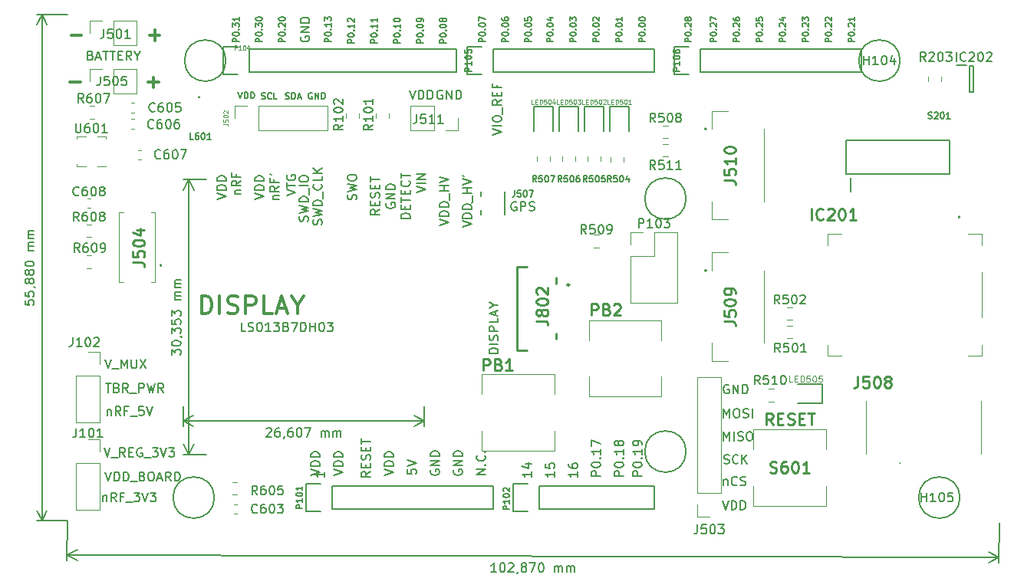
<source format=gto>
G04 #@! TF.GenerationSoftware,KiCad,Pcbnew,(5.1.4)-1*
G04 #@! TF.CreationDate,2021-04-13T15:40:11+02:00*
G04 #@! TF.ProjectId,cSLIM-shield,63534c49-4d2d-4736-9869-656c642e6b69,rev?*
G04 #@! TF.SameCoordinates,Original*
G04 #@! TF.FileFunction,Legend,Top*
G04 #@! TF.FilePolarity,Positive*
%FSLAX46Y46*%
G04 Gerber Fmt 4.6, Leading zero omitted, Abs format (unit mm)*
G04 Created by KiCad (PCBNEW (5.1.4)-1) date 2021-04-13 15:40:11*
%MOMM*%
%LPD*%
G04 APERTURE LIST*
%ADD10C,0.150000*%
%ADD11C,0.300000*%
%ADD12C,0.200000*%
%ADD13C,0.254000*%
%ADD14C,0.120000*%
%ADD15C,0.100000*%
G04 APERTURE END LIST*
D10*
X122548880Y-108076476D02*
X122548880Y-107457428D01*
X122929833Y-107790761D01*
X122929833Y-107647904D01*
X122977452Y-107552666D01*
X123025071Y-107505047D01*
X123120309Y-107457428D01*
X123358404Y-107457428D01*
X123453642Y-107505047D01*
X123501261Y-107552666D01*
X123548880Y-107647904D01*
X123548880Y-107933619D01*
X123501261Y-108028857D01*
X123453642Y-108076476D01*
X122548880Y-106838380D02*
X122548880Y-106743142D01*
X122596500Y-106647904D01*
X122644119Y-106600285D01*
X122739357Y-106552666D01*
X122929833Y-106505047D01*
X123167928Y-106505047D01*
X123358404Y-106552666D01*
X123453642Y-106600285D01*
X123501261Y-106647904D01*
X123548880Y-106743142D01*
X123548880Y-106838380D01*
X123501261Y-106933619D01*
X123453642Y-106981238D01*
X123358404Y-107028857D01*
X123167928Y-107076476D01*
X122929833Y-107076476D01*
X122739357Y-107028857D01*
X122644119Y-106981238D01*
X122596500Y-106933619D01*
X122548880Y-106838380D01*
X123501261Y-106028857D02*
X123548880Y-106028857D01*
X123644119Y-106076476D01*
X123691738Y-106124095D01*
X122548880Y-105695523D02*
X122548880Y-105076476D01*
X122929833Y-105409809D01*
X122929833Y-105266952D01*
X122977452Y-105171714D01*
X123025071Y-105124095D01*
X123120309Y-105076476D01*
X123358404Y-105076476D01*
X123453642Y-105124095D01*
X123501261Y-105171714D01*
X123548880Y-105266952D01*
X123548880Y-105552666D01*
X123501261Y-105647904D01*
X123453642Y-105695523D01*
X122548880Y-104171714D02*
X122548880Y-104647904D01*
X123025071Y-104695523D01*
X122977452Y-104647904D01*
X122929833Y-104552666D01*
X122929833Y-104314571D01*
X122977452Y-104219333D01*
X123025071Y-104171714D01*
X123120309Y-104124095D01*
X123358404Y-104124095D01*
X123453642Y-104171714D01*
X123501261Y-104219333D01*
X123548880Y-104314571D01*
X123548880Y-104552666D01*
X123501261Y-104647904D01*
X123453642Y-104695523D01*
X122548880Y-103790761D02*
X122548880Y-103171714D01*
X122929833Y-103505047D01*
X122929833Y-103362190D01*
X122977452Y-103266952D01*
X123025071Y-103219333D01*
X123120309Y-103171714D01*
X123358404Y-103171714D01*
X123453642Y-103219333D01*
X123501261Y-103266952D01*
X123548880Y-103362190D01*
X123548880Y-103647904D01*
X123501261Y-103743142D01*
X123453642Y-103790761D01*
X123548880Y-101981238D02*
X122882214Y-101981238D01*
X122977452Y-101981238D02*
X122929833Y-101933619D01*
X122882214Y-101838380D01*
X122882214Y-101695523D01*
X122929833Y-101600285D01*
X123025071Y-101552666D01*
X123548880Y-101552666D01*
X123025071Y-101552666D02*
X122929833Y-101505047D01*
X122882214Y-101409809D01*
X122882214Y-101266952D01*
X122929833Y-101171714D01*
X123025071Y-101124095D01*
X123548880Y-101124095D01*
X123548880Y-100647904D02*
X122882214Y-100647904D01*
X122977452Y-100647904D02*
X122929833Y-100600285D01*
X122882214Y-100505047D01*
X122882214Y-100362190D01*
X122929833Y-100266952D01*
X123025071Y-100219333D01*
X123548880Y-100219333D01*
X123025071Y-100219333D02*
X122929833Y-100171714D01*
X122882214Y-100076476D01*
X122882214Y-99933619D01*
X122929833Y-99838380D01*
X123025071Y-99790761D01*
X123548880Y-99790761D01*
X124396500Y-119062500D02*
X124396500Y-88709500D01*
X126365000Y-119062500D02*
X123810079Y-119062500D01*
X126365000Y-88709500D02*
X123810079Y-88709500D01*
X124396500Y-88709500D02*
X124982921Y-89836004D01*
X124396500Y-88709500D02*
X123810079Y-89836004D01*
X124396500Y-119062500D02*
X124982921Y-117935996D01*
X124396500Y-119062500D02*
X123810079Y-117935996D01*
D11*
X120078571Y-72751142D02*
X121221428Y-72751142D01*
X120650000Y-73322571D02*
X120650000Y-72179714D01*
X111442571Y-72751142D02*
X112585428Y-72751142D01*
D10*
X132985392Y-116227119D02*
X133033011Y-116179500D01*
X133128250Y-116131880D01*
X133366345Y-116131880D01*
X133461583Y-116179500D01*
X133509202Y-116227119D01*
X133556821Y-116322357D01*
X133556821Y-116417595D01*
X133509202Y-116560452D01*
X132937773Y-117131880D01*
X133556821Y-117131880D01*
X134413964Y-116131880D02*
X134223488Y-116131880D01*
X134128250Y-116179500D01*
X134080630Y-116227119D01*
X133985392Y-116369976D01*
X133937773Y-116560452D01*
X133937773Y-116941404D01*
X133985392Y-117036642D01*
X134033011Y-117084261D01*
X134128250Y-117131880D01*
X134318726Y-117131880D01*
X134413964Y-117084261D01*
X134461583Y-117036642D01*
X134509202Y-116941404D01*
X134509202Y-116703309D01*
X134461583Y-116608071D01*
X134413964Y-116560452D01*
X134318726Y-116512833D01*
X134128250Y-116512833D01*
X134033011Y-116560452D01*
X133985392Y-116608071D01*
X133937773Y-116703309D01*
X134985392Y-117084261D02*
X134985392Y-117131880D01*
X134937773Y-117227119D01*
X134890154Y-117274738D01*
X135842535Y-116131880D02*
X135652059Y-116131880D01*
X135556821Y-116179500D01*
X135509202Y-116227119D01*
X135413964Y-116369976D01*
X135366345Y-116560452D01*
X135366345Y-116941404D01*
X135413964Y-117036642D01*
X135461583Y-117084261D01*
X135556821Y-117131880D01*
X135747297Y-117131880D01*
X135842535Y-117084261D01*
X135890154Y-117036642D01*
X135937773Y-116941404D01*
X135937773Y-116703309D01*
X135890154Y-116608071D01*
X135842535Y-116560452D01*
X135747297Y-116512833D01*
X135556821Y-116512833D01*
X135461583Y-116560452D01*
X135413964Y-116608071D01*
X135366345Y-116703309D01*
X136556821Y-116131880D02*
X136652059Y-116131880D01*
X136747297Y-116179500D01*
X136794916Y-116227119D01*
X136842535Y-116322357D01*
X136890154Y-116512833D01*
X136890154Y-116750928D01*
X136842535Y-116941404D01*
X136794916Y-117036642D01*
X136747297Y-117084261D01*
X136652059Y-117131880D01*
X136556821Y-117131880D01*
X136461583Y-117084261D01*
X136413964Y-117036642D01*
X136366345Y-116941404D01*
X136318726Y-116750928D01*
X136318726Y-116512833D01*
X136366345Y-116322357D01*
X136413964Y-116227119D01*
X136461583Y-116179500D01*
X136556821Y-116131880D01*
X137223488Y-116131880D02*
X137890154Y-116131880D01*
X137461583Y-117131880D01*
X139033011Y-117131880D02*
X139033011Y-116465214D01*
X139033011Y-116560452D02*
X139080630Y-116512833D01*
X139175869Y-116465214D01*
X139318726Y-116465214D01*
X139413964Y-116512833D01*
X139461583Y-116608071D01*
X139461583Y-117131880D01*
X139461583Y-116608071D02*
X139509202Y-116512833D01*
X139604440Y-116465214D01*
X139747297Y-116465214D01*
X139842535Y-116512833D01*
X139890154Y-116608071D01*
X139890154Y-117131880D01*
X140366345Y-117131880D02*
X140366345Y-116465214D01*
X140366345Y-116560452D02*
X140413964Y-116512833D01*
X140509202Y-116465214D01*
X140652059Y-116465214D01*
X140747297Y-116512833D01*
X140794916Y-116608071D01*
X140794916Y-117131880D01*
X140794916Y-116608071D02*
X140842535Y-116512833D01*
X140937773Y-116465214D01*
X141080630Y-116465214D01*
X141175869Y-116512833D01*
X141223488Y-116608071D01*
X141223488Y-117131880D01*
X123825000Y-115379500D02*
X150431500Y-115379500D01*
X123825000Y-113728501D02*
X123825000Y-115965921D01*
X150431500Y-113728501D02*
X150431500Y-115965921D01*
X150431500Y-115379500D02*
X149304996Y-115965921D01*
X150431500Y-115379500D02*
X149304996Y-114793079D01*
X123825000Y-115379500D02*
X124951504Y-115965921D01*
X123825000Y-115379500D02*
X124951504Y-114793079D01*
X132453166Y-79785333D02*
X132553166Y-79818666D01*
X132719833Y-79818666D01*
X132786500Y-79785333D01*
X132819833Y-79752000D01*
X132853166Y-79685333D01*
X132853166Y-79618666D01*
X132819833Y-79552000D01*
X132786500Y-79518666D01*
X132719833Y-79485333D01*
X132586500Y-79452000D01*
X132519833Y-79418666D01*
X132486500Y-79385333D01*
X132453166Y-79318666D01*
X132453166Y-79252000D01*
X132486500Y-79185333D01*
X132519833Y-79152000D01*
X132586500Y-79118666D01*
X132753166Y-79118666D01*
X132853166Y-79152000D01*
X133553166Y-79752000D02*
X133519833Y-79785333D01*
X133419833Y-79818666D01*
X133353166Y-79818666D01*
X133253166Y-79785333D01*
X133186500Y-79718666D01*
X133153166Y-79652000D01*
X133119833Y-79518666D01*
X133119833Y-79418666D01*
X133153166Y-79285333D01*
X133186500Y-79218666D01*
X133253166Y-79152000D01*
X133353166Y-79118666D01*
X133419833Y-79118666D01*
X133519833Y-79152000D01*
X133553166Y-79185333D01*
X134186500Y-79818666D02*
X133853166Y-79818666D01*
X133853166Y-79118666D01*
X135103500Y-79785333D02*
X135203500Y-79818666D01*
X135370166Y-79818666D01*
X135436833Y-79785333D01*
X135470166Y-79752000D01*
X135503500Y-79685333D01*
X135503500Y-79618666D01*
X135470166Y-79552000D01*
X135436833Y-79518666D01*
X135370166Y-79485333D01*
X135236833Y-79452000D01*
X135170166Y-79418666D01*
X135136833Y-79385333D01*
X135103500Y-79318666D01*
X135103500Y-79252000D01*
X135136833Y-79185333D01*
X135170166Y-79152000D01*
X135236833Y-79118666D01*
X135403500Y-79118666D01*
X135503500Y-79152000D01*
X135803500Y-79818666D02*
X135803500Y-79118666D01*
X135970166Y-79118666D01*
X136070166Y-79152000D01*
X136136833Y-79218666D01*
X136170166Y-79285333D01*
X136203500Y-79418666D01*
X136203500Y-79518666D01*
X136170166Y-79652000D01*
X136136833Y-79718666D01*
X136070166Y-79785333D01*
X135970166Y-79818666D01*
X135803500Y-79818666D01*
X136470166Y-79618666D02*
X136803500Y-79618666D01*
X136403500Y-79818666D02*
X136636833Y-79118666D01*
X136870166Y-79818666D01*
X138023666Y-79152000D02*
X137957000Y-79118666D01*
X137857000Y-79118666D01*
X137757000Y-79152000D01*
X137690333Y-79218666D01*
X137657000Y-79285333D01*
X137623666Y-79418666D01*
X137623666Y-79518666D01*
X137657000Y-79652000D01*
X137690333Y-79718666D01*
X137757000Y-79785333D01*
X137857000Y-79818666D01*
X137923666Y-79818666D01*
X138023666Y-79785333D01*
X138057000Y-79752000D01*
X138057000Y-79518666D01*
X137923666Y-79518666D01*
X138357000Y-79818666D02*
X138357000Y-79118666D01*
X138757000Y-79818666D01*
X138757000Y-79118666D01*
X139090333Y-79818666D02*
X139090333Y-79118666D01*
X139257000Y-79118666D01*
X139357000Y-79152000D01*
X139423666Y-79218666D01*
X139457000Y-79285333D01*
X139490333Y-79418666D01*
X139490333Y-79518666D01*
X139457000Y-79652000D01*
X139423666Y-79718666D01*
X139357000Y-79785333D01*
X139257000Y-79818666D01*
X139090333Y-79818666D01*
X129876666Y-79055166D02*
X130110000Y-79755166D01*
X130343333Y-79055166D01*
X130576666Y-79755166D02*
X130576666Y-79055166D01*
X130743333Y-79055166D01*
X130843333Y-79088500D01*
X130910000Y-79155166D01*
X130943333Y-79221833D01*
X130976666Y-79355166D01*
X130976666Y-79455166D01*
X130943333Y-79588500D01*
X130910000Y-79655166D01*
X130843333Y-79721833D01*
X130743333Y-79755166D01*
X130576666Y-79755166D01*
X131276666Y-79755166D02*
X131276666Y-79055166D01*
X131443333Y-79055166D01*
X131543333Y-79088500D01*
X131610000Y-79155166D01*
X131643333Y-79221833D01*
X131676666Y-79355166D01*
X131676666Y-79455166D01*
X131643333Y-79588500D01*
X131610000Y-79655166D01*
X131543333Y-79721833D01*
X131443333Y-79755166D01*
X131276666Y-79755166D01*
X152400095Y-78875000D02*
X152304857Y-78827380D01*
X152162000Y-78827380D01*
X152019142Y-78875000D01*
X151923904Y-78970238D01*
X151876285Y-79065476D01*
X151828666Y-79255952D01*
X151828666Y-79398809D01*
X151876285Y-79589285D01*
X151923904Y-79684523D01*
X152019142Y-79779761D01*
X152162000Y-79827380D01*
X152257238Y-79827380D01*
X152400095Y-79779761D01*
X152447714Y-79732142D01*
X152447714Y-79398809D01*
X152257238Y-79398809D01*
X152876285Y-79827380D02*
X152876285Y-78827380D01*
X153447714Y-79827380D01*
X153447714Y-78827380D01*
X153923904Y-79827380D02*
X153923904Y-78827380D01*
X154162000Y-78827380D01*
X154304857Y-78875000D01*
X154400095Y-78970238D01*
X154447714Y-79065476D01*
X154495333Y-79255952D01*
X154495333Y-79398809D01*
X154447714Y-79589285D01*
X154400095Y-79684523D01*
X154304857Y-79779761D01*
X154162000Y-79827380D01*
X153923904Y-79827380D01*
X148780666Y-78827380D02*
X149114000Y-79827380D01*
X149447333Y-78827380D01*
X149780666Y-79827380D02*
X149780666Y-78827380D01*
X150018761Y-78827380D01*
X150161619Y-78875000D01*
X150256857Y-78970238D01*
X150304476Y-79065476D01*
X150352095Y-79255952D01*
X150352095Y-79398809D01*
X150304476Y-79589285D01*
X150256857Y-79684523D01*
X150161619Y-79779761D01*
X150018761Y-79827380D01*
X149780666Y-79827380D01*
X150780666Y-79827380D02*
X150780666Y-78827380D01*
X151018761Y-78827380D01*
X151161619Y-78875000D01*
X151256857Y-78970238D01*
X151304476Y-79065476D01*
X151352095Y-79255952D01*
X151352095Y-79398809D01*
X151304476Y-79589285D01*
X151256857Y-79684523D01*
X151161619Y-79779761D01*
X151018761Y-79827380D01*
X150780666Y-79827380D01*
X106356380Y-102044047D02*
X106356380Y-102520238D01*
X106832571Y-102567857D01*
X106784952Y-102520238D01*
X106737333Y-102425000D01*
X106737333Y-102186904D01*
X106784952Y-102091666D01*
X106832571Y-102044047D01*
X106927809Y-101996428D01*
X107165904Y-101996428D01*
X107261142Y-102044047D01*
X107308761Y-102091666D01*
X107356380Y-102186904D01*
X107356380Y-102425000D01*
X107308761Y-102520238D01*
X107261142Y-102567857D01*
X106356380Y-101091666D02*
X106356380Y-101567857D01*
X106832571Y-101615476D01*
X106784952Y-101567857D01*
X106737333Y-101472619D01*
X106737333Y-101234523D01*
X106784952Y-101139285D01*
X106832571Y-101091666D01*
X106927809Y-101044047D01*
X107165904Y-101044047D01*
X107261142Y-101091666D01*
X107308761Y-101139285D01*
X107356380Y-101234523D01*
X107356380Y-101472619D01*
X107308761Y-101567857D01*
X107261142Y-101615476D01*
X107308761Y-100567857D02*
X107356380Y-100567857D01*
X107451619Y-100615476D01*
X107499238Y-100663095D01*
X106784952Y-99996428D02*
X106737333Y-100091666D01*
X106689714Y-100139285D01*
X106594476Y-100186904D01*
X106546857Y-100186904D01*
X106451619Y-100139285D01*
X106404000Y-100091666D01*
X106356380Y-99996428D01*
X106356380Y-99805952D01*
X106404000Y-99710714D01*
X106451619Y-99663095D01*
X106546857Y-99615476D01*
X106594476Y-99615476D01*
X106689714Y-99663095D01*
X106737333Y-99710714D01*
X106784952Y-99805952D01*
X106784952Y-99996428D01*
X106832571Y-100091666D01*
X106880190Y-100139285D01*
X106975428Y-100186904D01*
X107165904Y-100186904D01*
X107261142Y-100139285D01*
X107308761Y-100091666D01*
X107356380Y-99996428D01*
X107356380Y-99805952D01*
X107308761Y-99710714D01*
X107261142Y-99663095D01*
X107165904Y-99615476D01*
X106975428Y-99615476D01*
X106880190Y-99663095D01*
X106832571Y-99710714D01*
X106784952Y-99805952D01*
X106784952Y-99044047D02*
X106737333Y-99139285D01*
X106689714Y-99186904D01*
X106594476Y-99234523D01*
X106546857Y-99234523D01*
X106451619Y-99186904D01*
X106404000Y-99139285D01*
X106356380Y-99044047D01*
X106356380Y-98853571D01*
X106404000Y-98758333D01*
X106451619Y-98710714D01*
X106546857Y-98663095D01*
X106594476Y-98663095D01*
X106689714Y-98710714D01*
X106737333Y-98758333D01*
X106784952Y-98853571D01*
X106784952Y-99044047D01*
X106832571Y-99139285D01*
X106880190Y-99186904D01*
X106975428Y-99234523D01*
X107165904Y-99234523D01*
X107261142Y-99186904D01*
X107308761Y-99139285D01*
X107356380Y-99044047D01*
X107356380Y-98853571D01*
X107308761Y-98758333D01*
X107261142Y-98710714D01*
X107165904Y-98663095D01*
X106975428Y-98663095D01*
X106880190Y-98710714D01*
X106832571Y-98758333D01*
X106784952Y-98853571D01*
X106356380Y-98044047D02*
X106356380Y-97948809D01*
X106404000Y-97853571D01*
X106451619Y-97805952D01*
X106546857Y-97758333D01*
X106737333Y-97710714D01*
X106975428Y-97710714D01*
X107165904Y-97758333D01*
X107261142Y-97805952D01*
X107308761Y-97853571D01*
X107356380Y-97948809D01*
X107356380Y-98044047D01*
X107308761Y-98139285D01*
X107261142Y-98186904D01*
X107165904Y-98234523D01*
X106975428Y-98282142D01*
X106737333Y-98282142D01*
X106546857Y-98234523D01*
X106451619Y-98186904D01*
X106404000Y-98139285D01*
X106356380Y-98044047D01*
X107356380Y-96520238D02*
X106689714Y-96520238D01*
X106784952Y-96520238D02*
X106737333Y-96472619D01*
X106689714Y-96377380D01*
X106689714Y-96234523D01*
X106737333Y-96139285D01*
X106832571Y-96091666D01*
X107356380Y-96091666D01*
X106832571Y-96091666D02*
X106737333Y-96044047D01*
X106689714Y-95948809D01*
X106689714Y-95805952D01*
X106737333Y-95710714D01*
X106832571Y-95663095D01*
X107356380Y-95663095D01*
X107356380Y-95186904D02*
X106689714Y-95186904D01*
X106784952Y-95186904D02*
X106737333Y-95139285D01*
X106689714Y-95044047D01*
X106689714Y-94901190D01*
X106737333Y-94805952D01*
X106832571Y-94758333D01*
X107356380Y-94758333D01*
X106832571Y-94758333D02*
X106737333Y-94710714D01*
X106689714Y-94615476D01*
X106689714Y-94472619D01*
X106737333Y-94377380D01*
X106832571Y-94329761D01*
X107356380Y-94329761D01*
X108204000Y-126365000D02*
X108204000Y-70485000D01*
X110998000Y-126365000D02*
X107617579Y-126365000D01*
X110998000Y-70485000D02*
X107617579Y-70485000D01*
X108204000Y-70485000D02*
X108790421Y-71611504D01*
X108204000Y-70485000D02*
X107617579Y-71611504D01*
X108204000Y-126365000D02*
X108790421Y-125238496D01*
X108204000Y-126365000D02*
X107617579Y-125238496D01*
D12*
X160575714Y-91194000D02*
X160480476Y-91146380D01*
X160337619Y-91146380D01*
X160194761Y-91194000D01*
X160099523Y-91289238D01*
X160051904Y-91384476D01*
X160004285Y-91574952D01*
X160004285Y-91717809D01*
X160051904Y-91908285D01*
X160099523Y-92003523D01*
X160194761Y-92098761D01*
X160337619Y-92146380D01*
X160432857Y-92146380D01*
X160575714Y-92098761D01*
X160623333Y-92051142D01*
X160623333Y-91717809D01*
X160432857Y-91717809D01*
X161051904Y-92146380D02*
X161051904Y-91146380D01*
X161432857Y-91146380D01*
X161528095Y-91194000D01*
X161575714Y-91241619D01*
X161623333Y-91336857D01*
X161623333Y-91479714D01*
X161575714Y-91574952D01*
X161528095Y-91622571D01*
X161432857Y-91670190D01*
X161051904Y-91670190D01*
X162004285Y-92098761D02*
X162147142Y-92146380D01*
X162385238Y-92146380D01*
X162480476Y-92098761D01*
X162528095Y-92051142D01*
X162575714Y-91955904D01*
X162575714Y-91860666D01*
X162528095Y-91765428D01*
X162480476Y-91717809D01*
X162385238Y-91670190D01*
X162194761Y-91622571D01*
X162099523Y-91574952D01*
X162051904Y-91527333D01*
X162004285Y-91432095D01*
X162004285Y-91336857D01*
X162051904Y-91241619D01*
X162099523Y-91194000D01*
X162194761Y-91146380D01*
X162432857Y-91146380D01*
X162575714Y-91194000D01*
D10*
X130707380Y-105481380D02*
X130231190Y-105481380D01*
X130231190Y-104481380D01*
X130993095Y-105433761D02*
X131135952Y-105481380D01*
X131374047Y-105481380D01*
X131469285Y-105433761D01*
X131516904Y-105386142D01*
X131564523Y-105290904D01*
X131564523Y-105195666D01*
X131516904Y-105100428D01*
X131469285Y-105052809D01*
X131374047Y-105005190D01*
X131183571Y-104957571D01*
X131088333Y-104909952D01*
X131040714Y-104862333D01*
X130993095Y-104767095D01*
X130993095Y-104671857D01*
X131040714Y-104576619D01*
X131088333Y-104529000D01*
X131183571Y-104481380D01*
X131421666Y-104481380D01*
X131564523Y-104529000D01*
X132183571Y-104481380D02*
X132278809Y-104481380D01*
X132374047Y-104529000D01*
X132421666Y-104576619D01*
X132469285Y-104671857D01*
X132516904Y-104862333D01*
X132516904Y-105100428D01*
X132469285Y-105290904D01*
X132421666Y-105386142D01*
X132374047Y-105433761D01*
X132278809Y-105481380D01*
X132183571Y-105481380D01*
X132088333Y-105433761D01*
X132040714Y-105386142D01*
X131993095Y-105290904D01*
X131945476Y-105100428D01*
X131945476Y-104862333D01*
X131993095Y-104671857D01*
X132040714Y-104576619D01*
X132088333Y-104529000D01*
X132183571Y-104481380D01*
X133469285Y-105481380D02*
X132897857Y-105481380D01*
X133183571Y-105481380D02*
X133183571Y-104481380D01*
X133088333Y-104624238D01*
X132993095Y-104719476D01*
X132897857Y-104767095D01*
X133802619Y-104481380D02*
X134421666Y-104481380D01*
X134088333Y-104862333D01*
X134231190Y-104862333D01*
X134326428Y-104909952D01*
X134374047Y-104957571D01*
X134421666Y-105052809D01*
X134421666Y-105290904D01*
X134374047Y-105386142D01*
X134326428Y-105433761D01*
X134231190Y-105481380D01*
X133945476Y-105481380D01*
X133850238Y-105433761D01*
X133802619Y-105386142D01*
X135183571Y-104957571D02*
X135326428Y-105005190D01*
X135374047Y-105052809D01*
X135421666Y-105148047D01*
X135421666Y-105290904D01*
X135374047Y-105386142D01*
X135326428Y-105433761D01*
X135231190Y-105481380D01*
X134850238Y-105481380D01*
X134850238Y-104481380D01*
X135183571Y-104481380D01*
X135278809Y-104529000D01*
X135326428Y-104576619D01*
X135374047Y-104671857D01*
X135374047Y-104767095D01*
X135326428Y-104862333D01*
X135278809Y-104909952D01*
X135183571Y-104957571D01*
X134850238Y-104957571D01*
X135755000Y-104481380D02*
X136421666Y-104481380D01*
X135993095Y-105481380D01*
X136802619Y-105481380D02*
X136802619Y-104481380D01*
X137040714Y-104481380D01*
X137183571Y-104529000D01*
X137278809Y-104624238D01*
X137326428Y-104719476D01*
X137374047Y-104909952D01*
X137374047Y-105052809D01*
X137326428Y-105243285D01*
X137278809Y-105338523D01*
X137183571Y-105433761D01*
X137040714Y-105481380D01*
X136802619Y-105481380D01*
X137802619Y-105481380D02*
X137802619Y-104481380D01*
X137802619Y-104957571D02*
X138374047Y-104957571D01*
X138374047Y-105481380D02*
X138374047Y-104481380D01*
X139040714Y-104481380D02*
X139135952Y-104481380D01*
X139231190Y-104529000D01*
X139278809Y-104576619D01*
X139326428Y-104671857D01*
X139374047Y-104862333D01*
X139374047Y-105100428D01*
X139326428Y-105290904D01*
X139278809Y-105386142D01*
X139231190Y-105433761D01*
X139135952Y-105481380D01*
X139040714Y-105481380D01*
X138945476Y-105433761D01*
X138897857Y-105386142D01*
X138850238Y-105290904D01*
X138802619Y-105100428D01*
X138802619Y-104862333D01*
X138850238Y-104671857D01*
X138897857Y-104576619D01*
X138945476Y-104529000D01*
X139040714Y-104481380D01*
X139707380Y-104481380D02*
X140326428Y-104481380D01*
X139993095Y-104862333D01*
X140135952Y-104862333D01*
X140231190Y-104909952D01*
X140278809Y-104957571D01*
X140326428Y-105052809D01*
X140326428Y-105290904D01*
X140278809Y-105386142D01*
X140231190Y-105433761D01*
X140135952Y-105481380D01*
X139850238Y-105481380D01*
X139755000Y-105433761D01*
X139707380Y-105386142D01*
X158567380Y-107894095D02*
X157567380Y-107894095D01*
X157567380Y-107656000D01*
X157615000Y-107513142D01*
X157710238Y-107417904D01*
X157805476Y-107370285D01*
X157995952Y-107322666D01*
X158138809Y-107322666D01*
X158329285Y-107370285D01*
X158424523Y-107417904D01*
X158519761Y-107513142D01*
X158567380Y-107656000D01*
X158567380Y-107894095D01*
X158567380Y-106894095D02*
X157567380Y-106894095D01*
X158519761Y-106465523D02*
X158567380Y-106322666D01*
X158567380Y-106084571D01*
X158519761Y-105989333D01*
X158472142Y-105941714D01*
X158376904Y-105894095D01*
X158281666Y-105894095D01*
X158186428Y-105941714D01*
X158138809Y-105989333D01*
X158091190Y-106084571D01*
X158043571Y-106275047D01*
X157995952Y-106370285D01*
X157948333Y-106417904D01*
X157853095Y-106465523D01*
X157757857Y-106465523D01*
X157662619Y-106417904D01*
X157615000Y-106370285D01*
X157567380Y-106275047D01*
X157567380Y-106036952D01*
X157615000Y-105894095D01*
X158567380Y-105465523D02*
X157567380Y-105465523D01*
X157567380Y-105084571D01*
X157615000Y-104989333D01*
X157662619Y-104941714D01*
X157757857Y-104894095D01*
X157900714Y-104894095D01*
X157995952Y-104941714D01*
X158043571Y-104989333D01*
X158091190Y-105084571D01*
X158091190Y-105465523D01*
X158567380Y-103989333D02*
X158567380Y-104465523D01*
X157567380Y-104465523D01*
X158281666Y-103703619D02*
X158281666Y-103227428D01*
X158567380Y-103798857D02*
X157567380Y-103465523D01*
X158567380Y-103132190D01*
X158091190Y-102608380D02*
X158567380Y-102608380D01*
X157567380Y-102941714D02*
X158091190Y-102608380D01*
X157567380Y-102275047D01*
D13*
X188909476Y-115763523D02*
X188486142Y-115158761D01*
X188183761Y-115763523D02*
X188183761Y-114493523D01*
X188667571Y-114493523D01*
X188788523Y-114554000D01*
X188849000Y-114614476D01*
X188909476Y-114735428D01*
X188909476Y-114916857D01*
X188849000Y-115037809D01*
X188788523Y-115098285D01*
X188667571Y-115158761D01*
X188183761Y-115158761D01*
X189453761Y-115098285D02*
X189877095Y-115098285D01*
X190058523Y-115763523D02*
X189453761Y-115763523D01*
X189453761Y-114493523D01*
X190058523Y-114493523D01*
X190542333Y-115703047D02*
X190723761Y-115763523D01*
X191026142Y-115763523D01*
X191147095Y-115703047D01*
X191207571Y-115642571D01*
X191268047Y-115521619D01*
X191268047Y-115400666D01*
X191207571Y-115279714D01*
X191147095Y-115219238D01*
X191026142Y-115158761D01*
X190784238Y-115098285D01*
X190663285Y-115037809D01*
X190602809Y-114977333D01*
X190542333Y-114856380D01*
X190542333Y-114735428D01*
X190602809Y-114614476D01*
X190663285Y-114554000D01*
X190784238Y-114493523D01*
X191086619Y-114493523D01*
X191268047Y-114554000D01*
X191812333Y-115098285D02*
X192235666Y-115098285D01*
X192417095Y-115763523D02*
X191812333Y-115763523D01*
X191812333Y-114493523D01*
X192417095Y-114493523D01*
X192779952Y-114493523D02*
X193505666Y-114493523D01*
X193142809Y-115763523D02*
X193142809Y-114493523D01*
D10*
X183467571Y-117546380D02*
X183467571Y-116546380D01*
X183800904Y-117260666D01*
X184134238Y-116546380D01*
X184134238Y-117546380D01*
X184610428Y-117546380D02*
X184610428Y-116546380D01*
X185039000Y-117498761D02*
X185181857Y-117546380D01*
X185419952Y-117546380D01*
X185515190Y-117498761D01*
X185562809Y-117451142D01*
X185610428Y-117355904D01*
X185610428Y-117260666D01*
X185562809Y-117165428D01*
X185515190Y-117117809D01*
X185419952Y-117070190D01*
X185229476Y-117022571D01*
X185134238Y-116974952D01*
X185086619Y-116927333D01*
X185039000Y-116832095D01*
X185039000Y-116736857D01*
X185086619Y-116641619D01*
X185134238Y-116594000D01*
X185229476Y-116546380D01*
X185467571Y-116546380D01*
X185610428Y-116594000D01*
X186229476Y-116546380D02*
X186419952Y-116546380D01*
X186515190Y-116594000D01*
X186610428Y-116689238D01*
X186658047Y-116879714D01*
X186658047Y-117213047D01*
X186610428Y-117403523D01*
X186515190Y-117498761D01*
X186419952Y-117546380D01*
X186229476Y-117546380D01*
X186134238Y-117498761D01*
X186039000Y-117403523D01*
X185991380Y-117213047D01*
X185991380Y-116879714D01*
X186039000Y-116689238D01*
X186134238Y-116594000D01*
X186229476Y-116546380D01*
X183499285Y-120038761D02*
X183642142Y-120086380D01*
X183880238Y-120086380D01*
X183975476Y-120038761D01*
X184023095Y-119991142D01*
X184070714Y-119895904D01*
X184070714Y-119800666D01*
X184023095Y-119705428D01*
X183975476Y-119657809D01*
X183880238Y-119610190D01*
X183689761Y-119562571D01*
X183594523Y-119514952D01*
X183546904Y-119467333D01*
X183499285Y-119372095D01*
X183499285Y-119276857D01*
X183546904Y-119181619D01*
X183594523Y-119134000D01*
X183689761Y-119086380D01*
X183927857Y-119086380D01*
X184070714Y-119134000D01*
X185070714Y-119991142D02*
X185023095Y-120038761D01*
X184880238Y-120086380D01*
X184785000Y-120086380D01*
X184642142Y-120038761D01*
X184546904Y-119943523D01*
X184499285Y-119848285D01*
X184451666Y-119657809D01*
X184451666Y-119514952D01*
X184499285Y-119324476D01*
X184546904Y-119229238D01*
X184642142Y-119134000D01*
X184785000Y-119086380D01*
X184880238Y-119086380D01*
X185023095Y-119134000D01*
X185070714Y-119181619D01*
X185499285Y-120086380D02*
X185499285Y-119086380D01*
X186070714Y-120086380D02*
X185642142Y-119514952D01*
X186070714Y-119086380D02*
X185499285Y-119657809D01*
X183467523Y-121832714D02*
X183467523Y-122499380D01*
X183467523Y-121927952D02*
X183515142Y-121880333D01*
X183610380Y-121832714D01*
X183753238Y-121832714D01*
X183848476Y-121880333D01*
X183896095Y-121975571D01*
X183896095Y-122499380D01*
X184943714Y-122404142D02*
X184896095Y-122451761D01*
X184753238Y-122499380D01*
X184658000Y-122499380D01*
X184515142Y-122451761D01*
X184419904Y-122356523D01*
X184372285Y-122261285D01*
X184324666Y-122070809D01*
X184324666Y-121927952D01*
X184372285Y-121737476D01*
X184419904Y-121642238D01*
X184515142Y-121547000D01*
X184658000Y-121499380D01*
X184753238Y-121499380D01*
X184896095Y-121547000D01*
X184943714Y-121594619D01*
X185324666Y-122451761D02*
X185467523Y-122499380D01*
X185705619Y-122499380D01*
X185800857Y-122451761D01*
X185848476Y-122404142D01*
X185896095Y-122308904D01*
X185896095Y-122213666D01*
X185848476Y-122118428D01*
X185800857Y-122070809D01*
X185705619Y-122023190D01*
X185515142Y-121975571D01*
X185419904Y-121927952D01*
X185372285Y-121880333D01*
X185324666Y-121785095D01*
X185324666Y-121689857D01*
X185372285Y-121594619D01*
X185419904Y-121547000D01*
X185515142Y-121499380D01*
X185753238Y-121499380D01*
X185896095Y-121547000D01*
X183324666Y-124166380D02*
X183658000Y-125166380D01*
X183991333Y-124166380D01*
X184324666Y-125166380D02*
X184324666Y-124166380D01*
X184562761Y-124166380D01*
X184705619Y-124214000D01*
X184800857Y-124309238D01*
X184848476Y-124404476D01*
X184896095Y-124594952D01*
X184896095Y-124737809D01*
X184848476Y-124928285D01*
X184800857Y-125023523D01*
X184705619Y-125118761D01*
X184562761Y-125166380D01*
X184324666Y-125166380D01*
X185324666Y-125166380D02*
X185324666Y-124166380D01*
X185562761Y-124166380D01*
X185705619Y-124214000D01*
X185800857Y-124309238D01*
X185848476Y-124404476D01*
X185896095Y-124594952D01*
X185896095Y-124737809D01*
X185848476Y-124928285D01*
X185800857Y-125023523D01*
X185705619Y-125118761D01*
X185562761Y-125166380D01*
X185324666Y-125166380D01*
X183467571Y-115006380D02*
X183467571Y-114006380D01*
X183800904Y-114720666D01*
X184134238Y-114006380D01*
X184134238Y-115006380D01*
X184800904Y-114006380D02*
X184991380Y-114006380D01*
X185086619Y-114054000D01*
X185181857Y-114149238D01*
X185229476Y-114339714D01*
X185229476Y-114673047D01*
X185181857Y-114863523D01*
X185086619Y-114958761D01*
X184991380Y-115006380D01*
X184800904Y-115006380D01*
X184705666Y-114958761D01*
X184610428Y-114863523D01*
X184562809Y-114673047D01*
X184562809Y-114339714D01*
X184610428Y-114149238D01*
X184705666Y-114054000D01*
X184800904Y-114006380D01*
X185610428Y-114958761D02*
X185753285Y-115006380D01*
X185991380Y-115006380D01*
X186086619Y-114958761D01*
X186134238Y-114911142D01*
X186181857Y-114815904D01*
X186181857Y-114720666D01*
X186134238Y-114625428D01*
X186086619Y-114577809D01*
X185991380Y-114530190D01*
X185800904Y-114482571D01*
X185705666Y-114434952D01*
X185658047Y-114387333D01*
X185610428Y-114292095D01*
X185610428Y-114196857D01*
X185658047Y-114101619D01*
X185705666Y-114054000D01*
X185800904Y-114006380D01*
X186039000Y-114006380D01*
X186181857Y-114054000D01*
X186610428Y-115006380D02*
X186610428Y-114006380D01*
X184023095Y-111387000D02*
X183927857Y-111339380D01*
X183785000Y-111339380D01*
X183642142Y-111387000D01*
X183546904Y-111482238D01*
X183499285Y-111577476D01*
X183451666Y-111767952D01*
X183451666Y-111910809D01*
X183499285Y-112101285D01*
X183546904Y-112196523D01*
X183642142Y-112291761D01*
X183785000Y-112339380D01*
X183880238Y-112339380D01*
X184023095Y-112291761D01*
X184070714Y-112244142D01*
X184070714Y-111910809D01*
X183880238Y-111910809D01*
X184499285Y-112339380D02*
X184499285Y-111339380D01*
X185070714Y-112339380D01*
X185070714Y-111339380D01*
X185546904Y-112339380D02*
X185546904Y-111339380D01*
X185785000Y-111339380D01*
X185927857Y-111387000D01*
X186023095Y-111482238D01*
X186070714Y-111577476D01*
X186118333Y-111767952D01*
X186118333Y-111910809D01*
X186070714Y-112101285D01*
X186023095Y-112196523D01*
X185927857Y-112291761D01*
X185785000Y-112339380D01*
X185546904Y-112339380D01*
X113578000Y-74985571D02*
X113720857Y-75033190D01*
X113768476Y-75080809D01*
X113816095Y-75176047D01*
X113816095Y-75318904D01*
X113768476Y-75414142D01*
X113720857Y-75461761D01*
X113625619Y-75509380D01*
X113244666Y-75509380D01*
X113244666Y-74509380D01*
X113578000Y-74509380D01*
X113673238Y-74557000D01*
X113720857Y-74604619D01*
X113768476Y-74699857D01*
X113768476Y-74795095D01*
X113720857Y-74890333D01*
X113673238Y-74937952D01*
X113578000Y-74985571D01*
X113244666Y-74985571D01*
X114197047Y-75223666D02*
X114673238Y-75223666D01*
X114101809Y-75509380D02*
X114435142Y-74509380D01*
X114768476Y-75509380D01*
X114958952Y-74509380D02*
X115530380Y-74509380D01*
X115244666Y-75509380D02*
X115244666Y-74509380D01*
X115720857Y-74509380D02*
X116292285Y-74509380D01*
X116006571Y-75509380D02*
X116006571Y-74509380D01*
X116625619Y-74985571D02*
X116958952Y-74985571D01*
X117101809Y-75509380D02*
X116625619Y-75509380D01*
X116625619Y-74509380D01*
X117101809Y-74509380D01*
X118101809Y-75509380D02*
X117768476Y-75033190D01*
X117530380Y-75509380D02*
X117530380Y-74509380D01*
X117911333Y-74509380D01*
X118006571Y-74557000D01*
X118054190Y-74604619D01*
X118101809Y-74699857D01*
X118101809Y-74842714D01*
X118054190Y-74937952D01*
X118006571Y-74985571D01*
X117911333Y-75033190D01*
X117530380Y-75033190D01*
X118720857Y-75033190D02*
X118720857Y-75509380D01*
X118387523Y-74509380D02*
X118720857Y-75033190D01*
X119054190Y-74509380D01*
X115070428Y-118324380D02*
X115403761Y-119324380D01*
X115737095Y-118324380D01*
X115832333Y-119419619D02*
X116594238Y-119419619D01*
X117403761Y-119324380D02*
X117070428Y-118848190D01*
X116832333Y-119324380D02*
X116832333Y-118324380D01*
X117213285Y-118324380D01*
X117308523Y-118372000D01*
X117356142Y-118419619D01*
X117403761Y-118514857D01*
X117403761Y-118657714D01*
X117356142Y-118752952D01*
X117308523Y-118800571D01*
X117213285Y-118848190D01*
X116832333Y-118848190D01*
X117832333Y-118800571D02*
X118165666Y-118800571D01*
X118308523Y-119324380D02*
X117832333Y-119324380D01*
X117832333Y-118324380D01*
X118308523Y-118324380D01*
X119260904Y-118372000D02*
X119165666Y-118324380D01*
X119022809Y-118324380D01*
X118879952Y-118372000D01*
X118784714Y-118467238D01*
X118737095Y-118562476D01*
X118689476Y-118752952D01*
X118689476Y-118895809D01*
X118737095Y-119086285D01*
X118784714Y-119181523D01*
X118879952Y-119276761D01*
X119022809Y-119324380D01*
X119118047Y-119324380D01*
X119260904Y-119276761D01*
X119308523Y-119229142D01*
X119308523Y-118895809D01*
X119118047Y-118895809D01*
X119499000Y-119419619D02*
X120260904Y-119419619D01*
X120403761Y-118324380D02*
X121022809Y-118324380D01*
X120689476Y-118705333D01*
X120832333Y-118705333D01*
X120927571Y-118752952D01*
X120975190Y-118800571D01*
X121022809Y-118895809D01*
X121022809Y-119133904D01*
X120975190Y-119229142D01*
X120927571Y-119276761D01*
X120832333Y-119324380D01*
X120546619Y-119324380D01*
X120451380Y-119276761D01*
X120403761Y-119229142D01*
X121308523Y-118324380D02*
X121641857Y-119324380D01*
X121975190Y-118324380D01*
X122213285Y-118324380D02*
X122832333Y-118324380D01*
X122499000Y-118705333D01*
X122641857Y-118705333D01*
X122737095Y-118752952D01*
X122784714Y-118800571D01*
X122832333Y-118895809D01*
X122832333Y-119133904D01*
X122784714Y-119229142D01*
X122737095Y-119276761D01*
X122641857Y-119324380D01*
X122356142Y-119324380D01*
X122260904Y-119276761D01*
X122213285Y-119229142D01*
X115213333Y-120991380D02*
X115546666Y-121991380D01*
X115880000Y-120991380D01*
X116213333Y-121991380D02*
X116213333Y-120991380D01*
X116451428Y-120991380D01*
X116594285Y-121039000D01*
X116689523Y-121134238D01*
X116737142Y-121229476D01*
X116784761Y-121419952D01*
X116784761Y-121562809D01*
X116737142Y-121753285D01*
X116689523Y-121848523D01*
X116594285Y-121943761D01*
X116451428Y-121991380D01*
X116213333Y-121991380D01*
X117213333Y-121991380D02*
X117213333Y-120991380D01*
X117451428Y-120991380D01*
X117594285Y-121039000D01*
X117689523Y-121134238D01*
X117737142Y-121229476D01*
X117784761Y-121419952D01*
X117784761Y-121562809D01*
X117737142Y-121753285D01*
X117689523Y-121848523D01*
X117594285Y-121943761D01*
X117451428Y-121991380D01*
X117213333Y-121991380D01*
X117975238Y-122086619D02*
X118737142Y-122086619D01*
X119308571Y-121467571D02*
X119451428Y-121515190D01*
X119499047Y-121562809D01*
X119546666Y-121658047D01*
X119546666Y-121800904D01*
X119499047Y-121896142D01*
X119451428Y-121943761D01*
X119356190Y-121991380D01*
X118975238Y-121991380D01*
X118975238Y-120991380D01*
X119308571Y-120991380D01*
X119403809Y-121039000D01*
X119451428Y-121086619D01*
X119499047Y-121181857D01*
X119499047Y-121277095D01*
X119451428Y-121372333D01*
X119403809Y-121419952D01*
X119308571Y-121467571D01*
X118975238Y-121467571D01*
X120165714Y-120991380D02*
X120356190Y-120991380D01*
X120451428Y-121039000D01*
X120546666Y-121134238D01*
X120594285Y-121324714D01*
X120594285Y-121658047D01*
X120546666Y-121848523D01*
X120451428Y-121943761D01*
X120356190Y-121991380D01*
X120165714Y-121991380D01*
X120070476Y-121943761D01*
X119975238Y-121848523D01*
X119927619Y-121658047D01*
X119927619Y-121324714D01*
X119975238Y-121134238D01*
X120070476Y-121039000D01*
X120165714Y-120991380D01*
X120975238Y-121705666D02*
X121451428Y-121705666D01*
X120880000Y-121991380D02*
X121213333Y-120991380D01*
X121546666Y-121991380D01*
X122451428Y-121991380D02*
X122118095Y-121515190D01*
X121880000Y-121991380D02*
X121880000Y-120991380D01*
X122260952Y-120991380D01*
X122356190Y-121039000D01*
X122403809Y-121086619D01*
X122451428Y-121181857D01*
X122451428Y-121324714D01*
X122403809Y-121419952D01*
X122356190Y-121467571D01*
X122260952Y-121515190D01*
X121880000Y-121515190D01*
X122880000Y-121991380D02*
X122880000Y-120991380D01*
X123118095Y-120991380D01*
X123260952Y-121039000D01*
X123356190Y-121134238D01*
X123403809Y-121229476D01*
X123451428Y-121419952D01*
X123451428Y-121562809D01*
X123403809Y-121753285D01*
X123356190Y-121848523D01*
X123260952Y-121943761D01*
X123118095Y-121991380D01*
X122880000Y-121991380D01*
X114951238Y-123610714D02*
X114951238Y-124277380D01*
X114951238Y-123705952D02*
X114998857Y-123658333D01*
X115094095Y-123610714D01*
X115236952Y-123610714D01*
X115332190Y-123658333D01*
X115379809Y-123753571D01*
X115379809Y-124277380D01*
X116427428Y-124277380D02*
X116094095Y-123801190D01*
X115856000Y-124277380D02*
X115856000Y-123277380D01*
X116236952Y-123277380D01*
X116332190Y-123325000D01*
X116379809Y-123372619D01*
X116427428Y-123467857D01*
X116427428Y-123610714D01*
X116379809Y-123705952D01*
X116332190Y-123753571D01*
X116236952Y-123801190D01*
X115856000Y-123801190D01*
X117189333Y-123753571D02*
X116856000Y-123753571D01*
X116856000Y-124277380D02*
X116856000Y-123277380D01*
X117332190Y-123277380D01*
X117475047Y-124372619D02*
X118236952Y-124372619D01*
X118379809Y-123277380D02*
X118998857Y-123277380D01*
X118665523Y-123658333D01*
X118808380Y-123658333D01*
X118903619Y-123705952D01*
X118951238Y-123753571D01*
X118998857Y-123848809D01*
X118998857Y-124086904D01*
X118951238Y-124182142D01*
X118903619Y-124229761D01*
X118808380Y-124277380D01*
X118522666Y-124277380D01*
X118427428Y-124229761D01*
X118379809Y-124182142D01*
X119284571Y-123277380D02*
X119617904Y-124277380D01*
X119951238Y-123277380D01*
X120189333Y-123277380D02*
X120808380Y-123277380D01*
X120475047Y-123658333D01*
X120617904Y-123658333D01*
X120713142Y-123705952D01*
X120760761Y-123753571D01*
X120808380Y-123848809D01*
X120808380Y-124086904D01*
X120760761Y-124182142D01*
X120713142Y-124229761D01*
X120617904Y-124277380D01*
X120332190Y-124277380D01*
X120236952Y-124229761D01*
X120189333Y-124182142D01*
X115189285Y-108545380D02*
X115522619Y-109545380D01*
X115855952Y-108545380D01*
X115951190Y-109640619D02*
X116713095Y-109640619D01*
X116951190Y-109545380D02*
X116951190Y-108545380D01*
X117284523Y-109259666D01*
X117617857Y-108545380D01*
X117617857Y-109545380D01*
X118094047Y-108545380D02*
X118094047Y-109354904D01*
X118141666Y-109450142D01*
X118189285Y-109497761D01*
X118284523Y-109545380D01*
X118475000Y-109545380D01*
X118570238Y-109497761D01*
X118617857Y-109450142D01*
X118665476Y-109354904D01*
X118665476Y-108545380D01*
X119046428Y-108545380D02*
X119713095Y-109545380D01*
X119713095Y-108545380D02*
X119046428Y-109545380D01*
X115252904Y-111212380D02*
X115824333Y-111212380D01*
X115538619Y-112212380D02*
X115538619Y-111212380D01*
X116491000Y-111688571D02*
X116633857Y-111736190D01*
X116681476Y-111783809D01*
X116729095Y-111879047D01*
X116729095Y-112021904D01*
X116681476Y-112117142D01*
X116633857Y-112164761D01*
X116538619Y-112212380D01*
X116157666Y-112212380D01*
X116157666Y-111212380D01*
X116491000Y-111212380D01*
X116586238Y-111260000D01*
X116633857Y-111307619D01*
X116681476Y-111402857D01*
X116681476Y-111498095D01*
X116633857Y-111593333D01*
X116586238Y-111640952D01*
X116491000Y-111688571D01*
X116157666Y-111688571D01*
X117729095Y-112212380D02*
X117395761Y-111736190D01*
X117157666Y-112212380D02*
X117157666Y-111212380D01*
X117538619Y-111212380D01*
X117633857Y-111260000D01*
X117681476Y-111307619D01*
X117729095Y-111402857D01*
X117729095Y-111545714D01*
X117681476Y-111640952D01*
X117633857Y-111688571D01*
X117538619Y-111736190D01*
X117157666Y-111736190D01*
X117919571Y-112307619D02*
X118681476Y-112307619D01*
X118919571Y-112212380D02*
X118919571Y-111212380D01*
X119300523Y-111212380D01*
X119395761Y-111260000D01*
X119443380Y-111307619D01*
X119491000Y-111402857D01*
X119491000Y-111545714D01*
X119443380Y-111640952D01*
X119395761Y-111688571D01*
X119300523Y-111736190D01*
X118919571Y-111736190D01*
X119824333Y-111212380D02*
X120062428Y-112212380D01*
X120252904Y-111498095D01*
X120443380Y-112212380D01*
X120681476Y-111212380D01*
X121633857Y-112212380D02*
X121300523Y-111736190D01*
X121062428Y-112212380D02*
X121062428Y-111212380D01*
X121443380Y-111212380D01*
X121538619Y-111260000D01*
X121586238Y-111307619D01*
X121633857Y-111402857D01*
X121633857Y-111545714D01*
X121586238Y-111640952D01*
X121538619Y-111688571D01*
X121443380Y-111736190D01*
X121062428Y-111736190D01*
X115427428Y-114085714D02*
X115427428Y-114752380D01*
X115427428Y-114180952D02*
X115475047Y-114133333D01*
X115570285Y-114085714D01*
X115713142Y-114085714D01*
X115808380Y-114133333D01*
X115856000Y-114228571D01*
X115856000Y-114752380D01*
X116903619Y-114752380D02*
X116570285Y-114276190D01*
X116332190Y-114752380D02*
X116332190Y-113752380D01*
X116713142Y-113752380D01*
X116808380Y-113800000D01*
X116856000Y-113847619D01*
X116903619Y-113942857D01*
X116903619Y-114085714D01*
X116856000Y-114180952D01*
X116808380Y-114228571D01*
X116713142Y-114276190D01*
X116332190Y-114276190D01*
X117665523Y-114228571D02*
X117332190Y-114228571D01*
X117332190Y-114752380D02*
X117332190Y-113752380D01*
X117808380Y-113752380D01*
X117951238Y-114847619D02*
X118713142Y-114847619D01*
X119427428Y-113752380D02*
X118951238Y-113752380D01*
X118903619Y-114228571D01*
X118951238Y-114180952D01*
X119046476Y-114133333D01*
X119284571Y-114133333D01*
X119379809Y-114180952D01*
X119427428Y-114228571D01*
X119475047Y-114323809D01*
X119475047Y-114561904D01*
X119427428Y-114657142D01*
X119379809Y-114704761D01*
X119284571Y-114752380D01*
X119046476Y-114752380D01*
X118951238Y-114704761D01*
X118903619Y-114657142D01*
X119760761Y-113752380D02*
X120094095Y-114752380D01*
X120427428Y-113752380D01*
X158371659Y-132044357D02*
X157800232Y-132042946D01*
X158085945Y-132043652D02*
X158088415Y-131043655D01*
X157992824Y-131186276D01*
X157897351Y-131281279D01*
X157801996Y-131328663D01*
X158993174Y-131045889D02*
X159088411Y-131046124D01*
X159183532Y-131093978D01*
X159231033Y-131141714D01*
X159278417Y-131237070D01*
X159325565Y-131427663D01*
X159324977Y-131665757D01*
X159276888Y-131856115D01*
X159229034Y-131951236D01*
X159181298Y-131998737D01*
X159085942Y-132046121D01*
X158990705Y-132045885D01*
X158895584Y-131998031D01*
X158848083Y-131950295D01*
X158800699Y-131854940D01*
X158753551Y-131664346D01*
X158754139Y-131426252D01*
X158802228Y-131235894D01*
X158850082Y-131140774D01*
X158897818Y-131093272D01*
X158993174Y-131045889D01*
X159707222Y-131142890D02*
X159754959Y-131095389D01*
X159850314Y-131048005D01*
X160088408Y-131048593D01*
X160183529Y-131096447D01*
X160231030Y-131144183D01*
X160278414Y-131239539D01*
X160278179Y-131334777D01*
X160230207Y-131477516D01*
X159657369Y-132047532D01*
X160276415Y-132049060D01*
X160752722Y-132002617D02*
X160752604Y-132050236D01*
X160704750Y-132145356D01*
X160657013Y-132192857D01*
X161325442Y-131480220D02*
X161230321Y-131432366D01*
X161182820Y-131384629D01*
X161135436Y-131289274D01*
X161135554Y-131241655D01*
X161183408Y-131146535D01*
X161231145Y-131099034D01*
X161326500Y-131051650D01*
X161516975Y-131052120D01*
X161612096Y-131099974D01*
X161659597Y-131147711D01*
X161706981Y-131243066D01*
X161706863Y-131290685D01*
X161659009Y-131385805D01*
X161611273Y-131433307D01*
X161515917Y-131480690D01*
X161325442Y-131480220D01*
X161230086Y-131527604D01*
X161182350Y-131575105D01*
X161134496Y-131670225D01*
X161134025Y-131860701D01*
X161181409Y-131956056D01*
X161228911Y-132003793D01*
X161324031Y-132051647D01*
X161514506Y-132052117D01*
X161609862Y-132004733D01*
X161657598Y-131957232D01*
X161705452Y-131862112D01*
X161705923Y-131671636D01*
X161658539Y-131576281D01*
X161611038Y-131528544D01*
X161515917Y-131480690D01*
X162040783Y-131053414D02*
X162707448Y-131055060D01*
X162276409Y-132053998D01*
X163278875Y-131056471D02*
X163374113Y-131056706D01*
X163469233Y-131104560D01*
X163516734Y-131152296D01*
X163564118Y-131247652D01*
X163611267Y-131438245D01*
X163610679Y-131676339D01*
X163562589Y-131866697D01*
X163514735Y-131961818D01*
X163466999Y-132009319D01*
X163371644Y-132056703D01*
X163276406Y-132056467D01*
X163181286Y-132008613D01*
X163133784Y-131960877D01*
X163086400Y-131865522D01*
X163039252Y-131674928D01*
X163039840Y-131436834D01*
X163087929Y-131246476D01*
X163135783Y-131151356D01*
X163183520Y-131103854D01*
X163278875Y-131056471D01*
X164800211Y-132060230D02*
X164801857Y-131393565D01*
X164801622Y-131488803D02*
X164849358Y-131441302D01*
X164944713Y-131393918D01*
X165087570Y-131394271D01*
X165182690Y-131442125D01*
X165230074Y-131537480D01*
X165228781Y-132061288D01*
X165230074Y-131537480D02*
X165277928Y-131442360D01*
X165373284Y-131394976D01*
X165516140Y-131395329D01*
X165611260Y-131443183D01*
X165658644Y-131538538D01*
X165657351Y-132062346D01*
X166133540Y-132063522D02*
X166135186Y-131396857D01*
X166134951Y-131492095D02*
X166182687Y-131444594D01*
X166278043Y-131397210D01*
X166420899Y-131397563D01*
X166516020Y-131445417D01*
X166563403Y-131540772D01*
X166562110Y-132064580D01*
X166563403Y-131540772D02*
X166611257Y-131445652D01*
X166706613Y-131398268D01*
X166849470Y-131398621D01*
X166944590Y-131446475D01*
X166991974Y-131541831D01*
X166990680Y-132065639D01*
X110988593Y-130174976D02*
X213858593Y-130428976D01*
X110998000Y-126365000D02*
X110987145Y-130761395D01*
X213868000Y-126619000D02*
X213857145Y-131015395D01*
X213858593Y-130428976D02*
X212730645Y-131012613D01*
X213858593Y-130428976D02*
X212733541Y-129839776D01*
X110988593Y-130174976D02*
X112113645Y-130764176D01*
X110988593Y-130174976D02*
X112116541Y-129591339D01*
D11*
X125841809Y-103520761D02*
X125841809Y-101520761D01*
X126318000Y-101520761D01*
X126603714Y-101616000D01*
X126794190Y-101806476D01*
X126889428Y-101996952D01*
X126984666Y-102377904D01*
X126984666Y-102663619D01*
X126889428Y-103044571D01*
X126794190Y-103235047D01*
X126603714Y-103425523D01*
X126318000Y-103520761D01*
X125841809Y-103520761D01*
X127841809Y-103520761D02*
X127841809Y-101520761D01*
X128698952Y-103425523D02*
X128984666Y-103520761D01*
X129460857Y-103520761D01*
X129651333Y-103425523D01*
X129746571Y-103330285D01*
X129841809Y-103139809D01*
X129841809Y-102949333D01*
X129746571Y-102758857D01*
X129651333Y-102663619D01*
X129460857Y-102568380D01*
X129079904Y-102473142D01*
X128889428Y-102377904D01*
X128794190Y-102282666D01*
X128698952Y-102092190D01*
X128698952Y-101901714D01*
X128794190Y-101711238D01*
X128889428Y-101616000D01*
X129079904Y-101520761D01*
X129556095Y-101520761D01*
X129841809Y-101616000D01*
X130698952Y-103520761D02*
X130698952Y-101520761D01*
X131460857Y-101520761D01*
X131651333Y-101616000D01*
X131746571Y-101711238D01*
X131841809Y-101901714D01*
X131841809Y-102187428D01*
X131746571Y-102377904D01*
X131651333Y-102473142D01*
X131460857Y-102568380D01*
X130698952Y-102568380D01*
X133651333Y-103520761D02*
X132698952Y-103520761D01*
X132698952Y-101520761D01*
X134222761Y-102949333D02*
X135175142Y-102949333D01*
X134032285Y-103520761D02*
X134698952Y-101520761D01*
X135365619Y-103520761D01*
X136413238Y-102568380D02*
X136413238Y-103520761D01*
X135746571Y-101520761D02*
X136413238Y-102568380D01*
X137079904Y-101520761D01*
X119951571Y-77958142D02*
X121094428Y-77958142D01*
X120523000Y-78529571D02*
X120523000Y-77386714D01*
X111315571Y-77958142D02*
X112458428Y-77958142D01*
D10*
X154646380Y-93963761D02*
X155646380Y-93630428D01*
X154646380Y-93297095D01*
X155646380Y-92963761D02*
X154646380Y-92963761D01*
X154646380Y-92725666D01*
X154694000Y-92582809D01*
X154789238Y-92487571D01*
X154884476Y-92439952D01*
X155074952Y-92392333D01*
X155217809Y-92392333D01*
X155408285Y-92439952D01*
X155503523Y-92487571D01*
X155598761Y-92582809D01*
X155646380Y-92725666D01*
X155646380Y-92963761D01*
X155646380Y-91963761D02*
X154646380Y-91963761D01*
X154646380Y-91725666D01*
X154694000Y-91582809D01*
X154789238Y-91487571D01*
X154884476Y-91439952D01*
X155074952Y-91392333D01*
X155217809Y-91392333D01*
X155408285Y-91439952D01*
X155503523Y-91487571D01*
X155598761Y-91582809D01*
X155646380Y-91725666D01*
X155646380Y-91963761D01*
X155741619Y-91201857D02*
X155741619Y-90439952D01*
X155646380Y-90201857D02*
X154646380Y-90201857D01*
X155122571Y-90201857D02*
X155122571Y-89630428D01*
X155646380Y-89630428D02*
X154646380Y-89630428D01*
X154646380Y-89297095D02*
X155646380Y-88963761D01*
X154646380Y-88630428D01*
X154646380Y-88249476D02*
X154836857Y-88344714D01*
X149566380Y-90122238D02*
X150566380Y-89788904D01*
X149566380Y-89455571D01*
X150566380Y-89122238D02*
X149566380Y-89122238D01*
X150566380Y-88646047D02*
X149566380Y-88646047D01*
X150566380Y-88074619D01*
X149566380Y-88074619D01*
X152106380Y-93725666D02*
X153106380Y-93392333D01*
X152106380Y-93059000D01*
X153106380Y-92725666D02*
X152106380Y-92725666D01*
X152106380Y-92487571D01*
X152154000Y-92344714D01*
X152249238Y-92249476D01*
X152344476Y-92201857D01*
X152534952Y-92154238D01*
X152677809Y-92154238D01*
X152868285Y-92201857D01*
X152963523Y-92249476D01*
X153058761Y-92344714D01*
X153106380Y-92487571D01*
X153106380Y-92725666D01*
X153106380Y-91725666D02*
X152106380Y-91725666D01*
X152106380Y-91487571D01*
X152154000Y-91344714D01*
X152249238Y-91249476D01*
X152344476Y-91201857D01*
X152534952Y-91154238D01*
X152677809Y-91154238D01*
X152868285Y-91201857D01*
X152963523Y-91249476D01*
X153058761Y-91344714D01*
X153106380Y-91487571D01*
X153106380Y-91725666D01*
X153201619Y-90963761D02*
X153201619Y-90201857D01*
X153106380Y-89963761D02*
X152106380Y-89963761D01*
X152582571Y-89963761D02*
X152582571Y-89392333D01*
X153106380Y-89392333D02*
X152106380Y-89392333D01*
X152106380Y-89059000D02*
X153106380Y-88725666D01*
X152106380Y-88392333D01*
X137564761Y-93305000D02*
X137612380Y-93162142D01*
X137612380Y-92924047D01*
X137564761Y-92828809D01*
X137517142Y-92781190D01*
X137421904Y-92733571D01*
X137326666Y-92733571D01*
X137231428Y-92781190D01*
X137183809Y-92828809D01*
X137136190Y-92924047D01*
X137088571Y-93114523D01*
X137040952Y-93209761D01*
X136993333Y-93257380D01*
X136898095Y-93305000D01*
X136802857Y-93305000D01*
X136707619Y-93257380D01*
X136660000Y-93209761D01*
X136612380Y-93114523D01*
X136612380Y-92876428D01*
X136660000Y-92733571D01*
X136612380Y-92400238D02*
X137612380Y-92162142D01*
X136898095Y-91971666D01*
X137612380Y-91781190D01*
X136612380Y-91543095D01*
X137612380Y-91162142D02*
X136612380Y-91162142D01*
X136612380Y-90924047D01*
X136660000Y-90781190D01*
X136755238Y-90685952D01*
X136850476Y-90638333D01*
X137040952Y-90590714D01*
X137183809Y-90590714D01*
X137374285Y-90638333D01*
X137469523Y-90685952D01*
X137564761Y-90781190D01*
X137612380Y-90924047D01*
X137612380Y-91162142D01*
X137707619Y-90400238D02*
X137707619Y-89638333D01*
X137612380Y-89400238D02*
X136612380Y-89400238D01*
X136612380Y-88733571D02*
X136612380Y-88543095D01*
X136660000Y-88447857D01*
X136755238Y-88352619D01*
X136945714Y-88305000D01*
X137279047Y-88305000D01*
X137469523Y-88352619D01*
X137564761Y-88447857D01*
X137612380Y-88543095D01*
X137612380Y-88733571D01*
X137564761Y-88828809D01*
X137469523Y-88924047D01*
X137279047Y-88971666D01*
X136945714Y-88971666D01*
X136755238Y-88924047D01*
X136660000Y-88828809D01*
X136612380Y-88733571D01*
X139088761Y-93693857D02*
X139136380Y-93551000D01*
X139136380Y-93312904D01*
X139088761Y-93217666D01*
X139041142Y-93170047D01*
X138945904Y-93122428D01*
X138850666Y-93122428D01*
X138755428Y-93170047D01*
X138707809Y-93217666D01*
X138660190Y-93312904D01*
X138612571Y-93503380D01*
X138564952Y-93598619D01*
X138517333Y-93646238D01*
X138422095Y-93693857D01*
X138326857Y-93693857D01*
X138231619Y-93646238D01*
X138184000Y-93598619D01*
X138136380Y-93503380D01*
X138136380Y-93265285D01*
X138184000Y-93122428D01*
X138136380Y-92789095D02*
X139136380Y-92551000D01*
X138422095Y-92360523D01*
X139136380Y-92170047D01*
X138136380Y-91931952D01*
X139136380Y-91551000D02*
X138136380Y-91551000D01*
X138136380Y-91312904D01*
X138184000Y-91170047D01*
X138279238Y-91074809D01*
X138374476Y-91027190D01*
X138564952Y-90979571D01*
X138707809Y-90979571D01*
X138898285Y-91027190D01*
X138993523Y-91074809D01*
X139088761Y-91170047D01*
X139136380Y-91312904D01*
X139136380Y-91551000D01*
X139231619Y-90789095D02*
X139231619Y-90027190D01*
X139041142Y-89217666D02*
X139088761Y-89265285D01*
X139136380Y-89408142D01*
X139136380Y-89503380D01*
X139088761Y-89646238D01*
X138993523Y-89741476D01*
X138898285Y-89789095D01*
X138707809Y-89836714D01*
X138564952Y-89836714D01*
X138374476Y-89789095D01*
X138279238Y-89741476D01*
X138184000Y-89646238D01*
X138136380Y-89503380D01*
X138136380Y-89408142D01*
X138184000Y-89265285D01*
X138231619Y-89217666D01*
X139136380Y-88312904D02*
X139136380Y-88789095D01*
X138136380Y-88789095D01*
X139136380Y-87979571D02*
X138136380Y-87979571D01*
X139136380Y-87408142D02*
X138564952Y-87836714D01*
X138136380Y-87408142D02*
X138707809Y-87979571D01*
X145486380Y-92003380D02*
X145010190Y-92336714D01*
X145486380Y-92574809D02*
X144486380Y-92574809D01*
X144486380Y-92193857D01*
X144534000Y-92098619D01*
X144581619Y-92051000D01*
X144676857Y-92003380D01*
X144819714Y-92003380D01*
X144914952Y-92051000D01*
X144962571Y-92098619D01*
X145010190Y-92193857D01*
X145010190Y-92574809D01*
X144962571Y-91574809D02*
X144962571Y-91241476D01*
X145486380Y-91098619D02*
X145486380Y-91574809D01*
X144486380Y-91574809D01*
X144486380Y-91098619D01*
X145438761Y-90717666D02*
X145486380Y-90574809D01*
X145486380Y-90336714D01*
X145438761Y-90241476D01*
X145391142Y-90193857D01*
X145295904Y-90146238D01*
X145200666Y-90146238D01*
X145105428Y-90193857D01*
X145057809Y-90241476D01*
X145010190Y-90336714D01*
X144962571Y-90527190D01*
X144914952Y-90622428D01*
X144867333Y-90670047D01*
X144772095Y-90717666D01*
X144676857Y-90717666D01*
X144581619Y-90670047D01*
X144534000Y-90622428D01*
X144486380Y-90527190D01*
X144486380Y-90289095D01*
X144534000Y-90146238D01*
X144962571Y-89717666D02*
X144962571Y-89384333D01*
X145486380Y-89241476D02*
X145486380Y-89717666D01*
X144486380Y-89717666D01*
X144486380Y-89241476D01*
X144486380Y-88955761D02*
X144486380Y-88384333D01*
X145486380Y-88670047D02*
X144486380Y-88670047D01*
X135215380Y-90495285D02*
X136215380Y-90161952D01*
X135215380Y-89828619D01*
X135215380Y-89638142D02*
X135215380Y-89066714D01*
X136215380Y-89352428D02*
X135215380Y-89352428D01*
X135263000Y-88209571D02*
X135215380Y-88304809D01*
X135215380Y-88447666D01*
X135263000Y-88590523D01*
X135358238Y-88685761D01*
X135453476Y-88733380D01*
X135643952Y-88781000D01*
X135786809Y-88781000D01*
X135977285Y-88733380D01*
X136072523Y-88685761D01*
X136167761Y-88590523D01*
X136215380Y-88447666D01*
X136215380Y-88352428D01*
X136167761Y-88209571D01*
X136120142Y-88161952D01*
X135786809Y-88161952D01*
X135786809Y-88352428D01*
X146249000Y-91312904D02*
X146201380Y-91408142D01*
X146201380Y-91551000D01*
X146249000Y-91693857D01*
X146344238Y-91789095D01*
X146439476Y-91836714D01*
X146629952Y-91884333D01*
X146772809Y-91884333D01*
X146963285Y-91836714D01*
X147058523Y-91789095D01*
X147153761Y-91693857D01*
X147201380Y-91551000D01*
X147201380Y-91455761D01*
X147153761Y-91312904D01*
X147106142Y-91265285D01*
X146772809Y-91265285D01*
X146772809Y-91455761D01*
X147201380Y-90836714D02*
X146201380Y-90836714D01*
X147201380Y-90265285D01*
X146201380Y-90265285D01*
X147201380Y-89789095D02*
X146201380Y-89789095D01*
X146201380Y-89551000D01*
X146249000Y-89408142D01*
X146344238Y-89312904D01*
X146439476Y-89265285D01*
X146629952Y-89217666D01*
X146772809Y-89217666D01*
X146963285Y-89265285D01*
X147058523Y-89312904D01*
X147153761Y-89408142D01*
X147201380Y-89551000D01*
X147201380Y-89789095D01*
X148851380Y-92979571D02*
X147851380Y-92979571D01*
X147851380Y-92741476D01*
X147899000Y-92598619D01*
X147994238Y-92503380D01*
X148089476Y-92455761D01*
X148279952Y-92408142D01*
X148422809Y-92408142D01*
X148613285Y-92455761D01*
X148708523Y-92503380D01*
X148803761Y-92598619D01*
X148851380Y-92741476D01*
X148851380Y-92979571D01*
X148327571Y-91979571D02*
X148327571Y-91646238D01*
X148851380Y-91503380D02*
X148851380Y-91979571D01*
X147851380Y-91979571D01*
X147851380Y-91503380D01*
X147851380Y-91217666D02*
X147851380Y-90646238D01*
X148851380Y-90931952D02*
X147851380Y-90931952D01*
X148327571Y-90312904D02*
X148327571Y-89979571D01*
X148851380Y-89836714D02*
X148851380Y-90312904D01*
X147851380Y-90312904D01*
X147851380Y-89836714D01*
X148756142Y-88836714D02*
X148803761Y-88884333D01*
X148851380Y-89027190D01*
X148851380Y-89122428D01*
X148803761Y-89265285D01*
X148708523Y-89360523D01*
X148613285Y-89408142D01*
X148422809Y-89455761D01*
X148279952Y-89455761D01*
X148089476Y-89408142D01*
X147994238Y-89360523D01*
X147899000Y-89265285D01*
X147851380Y-89122428D01*
X147851380Y-89027190D01*
X147899000Y-88884333D01*
X147946619Y-88836714D01*
X147851380Y-88551000D02*
X147851380Y-87979571D01*
X148851380Y-88265285D02*
X147851380Y-88265285D01*
X127532380Y-90868333D02*
X128532380Y-90535000D01*
X127532380Y-90201666D01*
X128532380Y-89868333D02*
X127532380Y-89868333D01*
X127532380Y-89630238D01*
X127580000Y-89487380D01*
X127675238Y-89392142D01*
X127770476Y-89344523D01*
X127960952Y-89296904D01*
X128103809Y-89296904D01*
X128294285Y-89344523D01*
X128389523Y-89392142D01*
X128484761Y-89487380D01*
X128532380Y-89630238D01*
X128532380Y-89868333D01*
X128532380Y-88868333D02*
X127532380Y-88868333D01*
X127532380Y-88630238D01*
X127580000Y-88487380D01*
X127675238Y-88392142D01*
X127770476Y-88344523D01*
X127960952Y-88296904D01*
X128103809Y-88296904D01*
X128294285Y-88344523D01*
X128389523Y-88392142D01*
X128484761Y-88487380D01*
X128532380Y-88630238D01*
X128532380Y-88868333D01*
X129515714Y-90296904D02*
X130182380Y-90296904D01*
X129610952Y-90296904D02*
X129563333Y-90249285D01*
X129515714Y-90154047D01*
X129515714Y-90011190D01*
X129563333Y-89915952D01*
X129658571Y-89868333D01*
X130182380Y-89868333D01*
X130182380Y-88820714D02*
X129706190Y-89154047D01*
X130182380Y-89392142D02*
X129182380Y-89392142D01*
X129182380Y-89011190D01*
X129230000Y-88915952D01*
X129277619Y-88868333D01*
X129372857Y-88820714D01*
X129515714Y-88820714D01*
X129610952Y-88868333D01*
X129658571Y-88915952D01*
X129706190Y-89011190D01*
X129706190Y-89392142D01*
X129658571Y-88058809D02*
X129658571Y-88392142D01*
X130182380Y-88392142D02*
X129182380Y-88392142D01*
X129182380Y-87915952D01*
X142898761Y-90915952D02*
X142946380Y-90773095D01*
X142946380Y-90535000D01*
X142898761Y-90439761D01*
X142851142Y-90392142D01*
X142755904Y-90344523D01*
X142660666Y-90344523D01*
X142565428Y-90392142D01*
X142517809Y-90439761D01*
X142470190Y-90535000D01*
X142422571Y-90725476D01*
X142374952Y-90820714D01*
X142327333Y-90868333D01*
X142232095Y-90915952D01*
X142136857Y-90915952D01*
X142041619Y-90868333D01*
X141994000Y-90820714D01*
X141946380Y-90725476D01*
X141946380Y-90487380D01*
X141994000Y-90344523D01*
X141946380Y-90011190D02*
X142946380Y-89773095D01*
X142232095Y-89582619D01*
X142946380Y-89392142D01*
X141946380Y-89154047D01*
X141946380Y-88582619D02*
X141946380Y-88392142D01*
X141994000Y-88296904D01*
X142089238Y-88201666D01*
X142279714Y-88154047D01*
X142613047Y-88154047D01*
X142803523Y-88201666D01*
X142898761Y-88296904D01*
X142946380Y-88392142D01*
X142946380Y-88582619D01*
X142898761Y-88677857D01*
X142803523Y-88773095D01*
X142613047Y-88820714D01*
X142279714Y-88820714D01*
X142089238Y-88773095D01*
X141994000Y-88677857D01*
X141946380Y-88582619D01*
X131723380Y-90868333D02*
X132723380Y-90535000D01*
X131723380Y-90201666D01*
X132723380Y-89868333D02*
X131723380Y-89868333D01*
X131723380Y-89630238D01*
X131771000Y-89487380D01*
X131866238Y-89392142D01*
X131961476Y-89344523D01*
X132151952Y-89296904D01*
X132294809Y-89296904D01*
X132485285Y-89344523D01*
X132580523Y-89392142D01*
X132675761Y-89487380D01*
X132723380Y-89630238D01*
X132723380Y-89868333D01*
X132723380Y-88868333D02*
X131723380Y-88868333D01*
X131723380Y-88630238D01*
X131771000Y-88487380D01*
X131866238Y-88392142D01*
X131961476Y-88344523D01*
X132151952Y-88296904D01*
X132294809Y-88296904D01*
X132485285Y-88344523D01*
X132580523Y-88392142D01*
X132675761Y-88487380D01*
X132723380Y-88630238D01*
X132723380Y-88868333D01*
X133706714Y-90915952D02*
X134373380Y-90915952D01*
X133801952Y-90915952D02*
X133754333Y-90868333D01*
X133706714Y-90773095D01*
X133706714Y-90630238D01*
X133754333Y-90535000D01*
X133849571Y-90487380D01*
X134373380Y-90487380D01*
X134373380Y-89439761D02*
X133897190Y-89773095D01*
X134373380Y-90011190D02*
X133373380Y-90011190D01*
X133373380Y-89630238D01*
X133421000Y-89535000D01*
X133468619Y-89487380D01*
X133563857Y-89439761D01*
X133706714Y-89439761D01*
X133801952Y-89487380D01*
X133849571Y-89535000D01*
X133897190Y-89630238D01*
X133897190Y-90011190D01*
X133849571Y-88677857D02*
X133849571Y-89011190D01*
X134373380Y-89011190D02*
X133373380Y-89011190D01*
X133373380Y-88535000D01*
X133373380Y-88106428D02*
X133563857Y-88201666D01*
X157948380Y-83756142D02*
X158948380Y-83422809D01*
X157948380Y-83089476D01*
X158948380Y-82756142D02*
X157948380Y-82756142D01*
X157948380Y-82089476D02*
X157948380Y-81899000D01*
X157996000Y-81803761D01*
X158091238Y-81708523D01*
X158281714Y-81660904D01*
X158615047Y-81660904D01*
X158805523Y-81708523D01*
X158900761Y-81803761D01*
X158948380Y-81899000D01*
X158948380Y-82089476D01*
X158900761Y-82184714D01*
X158805523Y-82279952D01*
X158615047Y-82327571D01*
X158281714Y-82327571D01*
X158091238Y-82279952D01*
X157996000Y-82184714D01*
X157948380Y-82089476D01*
X159043619Y-81470428D02*
X159043619Y-80708523D01*
X158948380Y-79899000D02*
X158472190Y-80232333D01*
X158948380Y-80470428D02*
X157948380Y-80470428D01*
X157948380Y-80089476D01*
X157996000Y-79994238D01*
X158043619Y-79946619D01*
X158138857Y-79899000D01*
X158281714Y-79899000D01*
X158376952Y-79946619D01*
X158424571Y-79994238D01*
X158472190Y-80089476D01*
X158472190Y-80470428D01*
X158424571Y-79470428D02*
X158424571Y-79137095D01*
X158948380Y-78994238D02*
X158948380Y-79470428D01*
X157948380Y-79470428D01*
X157948380Y-78994238D01*
X158424571Y-78232333D02*
X158424571Y-78565666D01*
X158948380Y-78565666D02*
X157948380Y-78565666D01*
X157948380Y-78089476D01*
X179894666Y-73486000D02*
X179194666Y-73486000D01*
X179194666Y-73219333D01*
X179228000Y-73152666D01*
X179261333Y-73119333D01*
X179328000Y-73086000D01*
X179428000Y-73086000D01*
X179494666Y-73119333D01*
X179528000Y-73152666D01*
X179561333Y-73219333D01*
X179561333Y-73486000D01*
X179194666Y-72652666D02*
X179194666Y-72586000D01*
X179228000Y-72519333D01*
X179261333Y-72486000D01*
X179328000Y-72452666D01*
X179461333Y-72419333D01*
X179628000Y-72419333D01*
X179761333Y-72452666D01*
X179828000Y-72486000D01*
X179861333Y-72519333D01*
X179894666Y-72586000D01*
X179894666Y-72652666D01*
X179861333Y-72719333D01*
X179828000Y-72752666D01*
X179761333Y-72786000D01*
X179628000Y-72819333D01*
X179461333Y-72819333D01*
X179328000Y-72786000D01*
X179261333Y-72752666D01*
X179228000Y-72719333D01*
X179194666Y-72652666D01*
X179828000Y-72119333D02*
X179861333Y-72086000D01*
X179894666Y-72119333D01*
X179861333Y-72152666D01*
X179828000Y-72119333D01*
X179894666Y-72119333D01*
X179261333Y-71819333D02*
X179228000Y-71786000D01*
X179194666Y-71719333D01*
X179194666Y-71552666D01*
X179228000Y-71486000D01*
X179261333Y-71452666D01*
X179328000Y-71419333D01*
X179394666Y-71419333D01*
X179494666Y-71452666D01*
X179894666Y-71852666D01*
X179894666Y-71419333D01*
X179494666Y-71019333D02*
X179461333Y-71086000D01*
X179428000Y-71119333D01*
X179361333Y-71152666D01*
X179328000Y-71152666D01*
X179261333Y-71119333D01*
X179228000Y-71086000D01*
X179194666Y-71019333D01*
X179194666Y-70886000D01*
X179228000Y-70819333D01*
X179261333Y-70786000D01*
X179328000Y-70752666D01*
X179361333Y-70752666D01*
X179428000Y-70786000D01*
X179461333Y-70819333D01*
X179494666Y-70886000D01*
X179494666Y-71019333D01*
X179528000Y-71086000D01*
X179561333Y-71119333D01*
X179628000Y-71152666D01*
X179761333Y-71152666D01*
X179828000Y-71119333D01*
X179861333Y-71086000D01*
X179894666Y-71019333D01*
X179894666Y-70886000D01*
X179861333Y-70819333D01*
X179828000Y-70786000D01*
X179761333Y-70752666D01*
X179628000Y-70752666D01*
X179561333Y-70786000D01*
X179528000Y-70819333D01*
X179494666Y-70886000D01*
X187768666Y-73486000D02*
X187068666Y-73486000D01*
X187068666Y-73219333D01*
X187102000Y-73152666D01*
X187135333Y-73119333D01*
X187202000Y-73086000D01*
X187302000Y-73086000D01*
X187368666Y-73119333D01*
X187402000Y-73152666D01*
X187435333Y-73219333D01*
X187435333Y-73486000D01*
X187068666Y-72652666D02*
X187068666Y-72586000D01*
X187102000Y-72519333D01*
X187135333Y-72486000D01*
X187202000Y-72452666D01*
X187335333Y-72419333D01*
X187502000Y-72419333D01*
X187635333Y-72452666D01*
X187702000Y-72486000D01*
X187735333Y-72519333D01*
X187768666Y-72586000D01*
X187768666Y-72652666D01*
X187735333Y-72719333D01*
X187702000Y-72752666D01*
X187635333Y-72786000D01*
X187502000Y-72819333D01*
X187335333Y-72819333D01*
X187202000Y-72786000D01*
X187135333Y-72752666D01*
X187102000Y-72719333D01*
X187068666Y-72652666D01*
X187702000Y-72119333D02*
X187735333Y-72086000D01*
X187768666Y-72119333D01*
X187735333Y-72152666D01*
X187702000Y-72119333D01*
X187768666Y-72119333D01*
X187135333Y-71819333D02*
X187102000Y-71786000D01*
X187068666Y-71719333D01*
X187068666Y-71552666D01*
X187102000Y-71486000D01*
X187135333Y-71452666D01*
X187202000Y-71419333D01*
X187268666Y-71419333D01*
X187368666Y-71452666D01*
X187768666Y-71852666D01*
X187768666Y-71419333D01*
X187068666Y-70786000D02*
X187068666Y-71119333D01*
X187402000Y-71152666D01*
X187368666Y-71119333D01*
X187335333Y-71052666D01*
X187335333Y-70886000D01*
X187368666Y-70819333D01*
X187402000Y-70786000D01*
X187468666Y-70752666D01*
X187635333Y-70752666D01*
X187702000Y-70786000D01*
X187735333Y-70819333D01*
X187768666Y-70886000D01*
X187768666Y-71052666D01*
X187735333Y-71119333D01*
X187702000Y-71152666D01*
X182688666Y-73486000D02*
X181988666Y-73486000D01*
X181988666Y-73219333D01*
X182022000Y-73152666D01*
X182055333Y-73119333D01*
X182122000Y-73086000D01*
X182222000Y-73086000D01*
X182288666Y-73119333D01*
X182322000Y-73152666D01*
X182355333Y-73219333D01*
X182355333Y-73486000D01*
X181988666Y-72652666D02*
X181988666Y-72586000D01*
X182022000Y-72519333D01*
X182055333Y-72486000D01*
X182122000Y-72452666D01*
X182255333Y-72419333D01*
X182422000Y-72419333D01*
X182555333Y-72452666D01*
X182622000Y-72486000D01*
X182655333Y-72519333D01*
X182688666Y-72586000D01*
X182688666Y-72652666D01*
X182655333Y-72719333D01*
X182622000Y-72752666D01*
X182555333Y-72786000D01*
X182422000Y-72819333D01*
X182255333Y-72819333D01*
X182122000Y-72786000D01*
X182055333Y-72752666D01*
X182022000Y-72719333D01*
X181988666Y-72652666D01*
X182622000Y-72119333D02*
X182655333Y-72086000D01*
X182688666Y-72119333D01*
X182655333Y-72152666D01*
X182622000Y-72119333D01*
X182688666Y-72119333D01*
X182055333Y-71819333D02*
X182022000Y-71786000D01*
X181988666Y-71719333D01*
X181988666Y-71552666D01*
X182022000Y-71486000D01*
X182055333Y-71452666D01*
X182122000Y-71419333D01*
X182188666Y-71419333D01*
X182288666Y-71452666D01*
X182688666Y-71852666D01*
X182688666Y-71419333D01*
X181988666Y-71186000D02*
X181988666Y-70719333D01*
X182688666Y-71019333D01*
X190308666Y-73486000D02*
X189608666Y-73486000D01*
X189608666Y-73219333D01*
X189642000Y-73152666D01*
X189675333Y-73119333D01*
X189742000Y-73086000D01*
X189842000Y-73086000D01*
X189908666Y-73119333D01*
X189942000Y-73152666D01*
X189975333Y-73219333D01*
X189975333Y-73486000D01*
X189608666Y-72652666D02*
X189608666Y-72586000D01*
X189642000Y-72519333D01*
X189675333Y-72486000D01*
X189742000Y-72452666D01*
X189875333Y-72419333D01*
X190042000Y-72419333D01*
X190175333Y-72452666D01*
X190242000Y-72486000D01*
X190275333Y-72519333D01*
X190308666Y-72586000D01*
X190308666Y-72652666D01*
X190275333Y-72719333D01*
X190242000Y-72752666D01*
X190175333Y-72786000D01*
X190042000Y-72819333D01*
X189875333Y-72819333D01*
X189742000Y-72786000D01*
X189675333Y-72752666D01*
X189642000Y-72719333D01*
X189608666Y-72652666D01*
X190242000Y-72119333D02*
X190275333Y-72086000D01*
X190308666Y-72119333D01*
X190275333Y-72152666D01*
X190242000Y-72119333D01*
X190308666Y-72119333D01*
X189675333Y-71819333D02*
X189642000Y-71786000D01*
X189608666Y-71719333D01*
X189608666Y-71552666D01*
X189642000Y-71486000D01*
X189675333Y-71452666D01*
X189742000Y-71419333D01*
X189808666Y-71419333D01*
X189908666Y-71452666D01*
X190308666Y-71852666D01*
X190308666Y-71419333D01*
X189842000Y-70819333D02*
X190308666Y-70819333D01*
X189575333Y-70986000D02*
X190075333Y-71152666D01*
X190075333Y-70719333D01*
X192848666Y-73486000D02*
X192148666Y-73486000D01*
X192148666Y-73219333D01*
X192182000Y-73152666D01*
X192215333Y-73119333D01*
X192282000Y-73086000D01*
X192382000Y-73086000D01*
X192448666Y-73119333D01*
X192482000Y-73152666D01*
X192515333Y-73219333D01*
X192515333Y-73486000D01*
X192148666Y-72652666D02*
X192148666Y-72586000D01*
X192182000Y-72519333D01*
X192215333Y-72486000D01*
X192282000Y-72452666D01*
X192415333Y-72419333D01*
X192582000Y-72419333D01*
X192715333Y-72452666D01*
X192782000Y-72486000D01*
X192815333Y-72519333D01*
X192848666Y-72586000D01*
X192848666Y-72652666D01*
X192815333Y-72719333D01*
X192782000Y-72752666D01*
X192715333Y-72786000D01*
X192582000Y-72819333D01*
X192415333Y-72819333D01*
X192282000Y-72786000D01*
X192215333Y-72752666D01*
X192182000Y-72719333D01*
X192148666Y-72652666D01*
X192782000Y-72119333D02*
X192815333Y-72086000D01*
X192848666Y-72119333D01*
X192815333Y-72152666D01*
X192782000Y-72119333D01*
X192848666Y-72119333D01*
X192215333Y-71819333D02*
X192182000Y-71786000D01*
X192148666Y-71719333D01*
X192148666Y-71552666D01*
X192182000Y-71486000D01*
X192215333Y-71452666D01*
X192282000Y-71419333D01*
X192348666Y-71419333D01*
X192448666Y-71452666D01*
X192848666Y-71852666D01*
X192848666Y-71419333D01*
X192148666Y-71186000D02*
X192148666Y-70752666D01*
X192415333Y-70986000D01*
X192415333Y-70886000D01*
X192448666Y-70819333D01*
X192482000Y-70786000D01*
X192548666Y-70752666D01*
X192715333Y-70752666D01*
X192782000Y-70786000D01*
X192815333Y-70819333D01*
X192848666Y-70886000D01*
X192848666Y-71086000D01*
X192815333Y-71152666D01*
X192782000Y-71186000D01*
X185228666Y-73486000D02*
X184528666Y-73486000D01*
X184528666Y-73219333D01*
X184562000Y-73152666D01*
X184595333Y-73119333D01*
X184662000Y-73086000D01*
X184762000Y-73086000D01*
X184828666Y-73119333D01*
X184862000Y-73152666D01*
X184895333Y-73219333D01*
X184895333Y-73486000D01*
X184528666Y-72652666D02*
X184528666Y-72586000D01*
X184562000Y-72519333D01*
X184595333Y-72486000D01*
X184662000Y-72452666D01*
X184795333Y-72419333D01*
X184962000Y-72419333D01*
X185095333Y-72452666D01*
X185162000Y-72486000D01*
X185195333Y-72519333D01*
X185228666Y-72586000D01*
X185228666Y-72652666D01*
X185195333Y-72719333D01*
X185162000Y-72752666D01*
X185095333Y-72786000D01*
X184962000Y-72819333D01*
X184795333Y-72819333D01*
X184662000Y-72786000D01*
X184595333Y-72752666D01*
X184562000Y-72719333D01*
X184528666Y-72652666D01*
X185162000Y-72119333D02*
X185195333Y-72086000D01*
X185228666Y-72119333D01*
X185195333Y-72152666D01*
X185162000Y-72119333D01*
X185228666Y-72119333D01*
X184595333Y-71819333D02*
X184562000Y-71786000D01*
X184528666Y-71719333D01*
X184528666Y-71552666D01*
X184562000Y-71486000D01*
X184595333Y-71452666D01*
X184662000Y-71419333D01*
X184728666Y-71419333D01*
X184828666Y-71452666D01*
X185228666Y-71852666D01*
X185228666Y-71419333D01*
X184528666Y-70819333D02*
X184528666Y-70952666D01*
X184562000Y-71019333D01*
X184595333Y-71052666D01*
X184695333Y-71119333D01*
X184828666Y-71152666D01*
X185095333Y-71152666D01*
X185162000Y-71119333D01*
X185195333Y-71086000D01*
X185228666Y-71019333D01*
X185228666Y-70886000D01*
X185195333Y-70819333D01*
X185162000Y-70786000D01*
X185095333Y-70752666D01*
X184928666Y-70752666D01*
X184862000Y-70786000D01*
X184828666Y-70819333D01*
X184795333Y-70886000D01*
X184795333Y-71019333D01*
X184828666Y-71086000D01*
X184862000Y-71119333D01*
X184928666Y-71152666D01*
X195388666Y-73486000D02*
X194688666Y-73486000D01*
X194688666Y-73219333D01*
X194722000Y-73152666D01*
X194755333Y-73119333D01*
X194822000Y-73086000D01*
X194922000Y-73086000D01*
X194988666Y-73119333D01*
X195022000Y-73152666D01*
X195055333Y-73219333D01*
X195055333Y-73486000D01*
X194688666Y-72652666D02*
X194688666Y-72586000D01*
X194722000Y-72519333D01*
X194755333Y-72486000D01*
X194822000Y-72452666D01*
X194955333Y-72419333D01*
X195122000Y-72419333D01*
X195255333Y-72452666D01*
X195322000Y-72486000D01*
X195355333Y-72519333D01*
X195388666Y-72586000D01*
X195388666Y-72652666D01*
X195355333Y-72719333D01*
X195322000Y-72752666D01*
X195255333Y-72786000D01*
X195122000Y-72819333D01*
X194955333Y-72819333D01*
X194822000Y-72786000D01*
X194755333Y-72752666D01*
X194722000Y-72719333D01*
X194688666Y-72652666D01*
X195322000Y-72119333D02*
X195355333Y-72086000D01*
X195388666Y-72119333D01*
X195355333Y-72152666D01*
X195322000Y-72119333D01*
X195388666Y-72119333D01*
X194755333Y-71819333D02*
X194722000Y-71786000D01*
X194688666Y-71719333D01*
X194688666Y-71552666D01*
X194722000Y-71486000D01*
X194755333Y-71452666D01*
X194822000Y-71419333D01*
X194888666Y-71419333D01*
X194988666Y-71452666D01*
X195388666Y-71852666D01*
X195388666Y-71419333D01*
X194755333Y-71152666D02*
X194722000Y-71119333D01*
X194688666Y-71052666D01*
X194688666Y-70886000D01*
X194722000Y-70819333D01*
X194755333Y-70786000D01*
X194822000Y-70752666D01*
X194888666Y-70752666D01*
X194988666Y-70786000D01*
X195388666Y-71186000D01*
X195388666Y-70752666D01*
X197928666Y-73486000D02*
X197228666Y-73486000D01*
X197228666Y-73219333D01*
X197262000Y-73152666D01*
X197295333Y-73119333D01*
X197362000Y-73086000D01*
X197462000Y-73086000D01*
X197528666Y-73119333D01*
X197562000Y-73152666D01*
X197595333Y-73219333D01*
X197595333Y-73486000D01*
X197228666Y-72652666D02*
X197228666Y-72586000D01*
X197262000Y-72519333D01*
X197295333Y-72486000D01*
X197362000Y-72452666D01*
X197495333Y-72419333D01*
X197662000Y-72419333D01*
X197795333Y-72452666D01*
X197862000Y-72486000D01*
X197895333Y-72519333D01*
X197928666Y-72586000D01*
X197928666Y-72652666D01*
X197895333Y-72719333D01*
X197862000Y-72752666D01*
X197795333Y-72786000D01*
X197662000Y-72819333D01*
X197495333Y-72819333D01*
X197362000Y-72786000D01*
X197295333Y-72752666D01*
X197262000Y-72719333D01*
X197228666Y-72652666D01*
X197862000Y-72119333D02*
X197895333Y-72086000D01*
X197928666Y-72119333D01*
X197895333Y-72152666D01*
X197862000Y-72119333D01*
X197928666Y-72119333D01*
X197295333Y-71819333D02*
X197262000Y-71786000D01*
X197228666Y-71719333D01*
X197228666Y-71552666D01*
X197262000Y-71486000D01*
X197295333Y-71452666D01*
X197362000Y-71419333D01*
X197428666Y-71419333D01*
X197528666Y-71452666D01*
X197928666Y-71852666D01*
X197928666Y-71419333D01*
X197928666Y-70752666D02*
X197928666Y-71152666D01*
X197928666Y-70952666D02*
X197228666Y-70952666D01*
X197328666Y-71019333D01*
X197395333Y-71086000D01*
X197428666Y-71152666D01*
X162250380Y-120967476D02*
X162250380Y-121538904D01*
X162250380Y-121253190D02*
X161250380Y-121253190D01*
X161393238Y-121348428D01*
X161488476Y-121443666D01*
X161536095Y-121538904D01*
X161583714Y-120110333D02*
X162250380Y-120110333D01*
X161202761Y-120348428D02*
X161917047Y-120586523D01*
X161917047Y-119967476D01*
X137882380Y-121348333D02*
X138882380Y-121015000D01*
X137882380Y-120681666D01*
X138882380Y-120348333D02*
X137882380Y-120348333D01*
X137882380Y-120110238D01*
X137930000Y-119967380D01*
X138025238Y-119872142D01*
X138120476Y-119824523D01*
X138310952Y-119776904D01*
X138453809Y-119776904D01*
X138644285Y-119824523D01*
X138739523Y-119872142D01*
X138834761Y-119967380D01*
X138882380Y-120110238D01*
X138882380Y-120348333D01*
X138882380Y-119348333D02*
X137882380Y-119348333D01*
X137882380Y-119110238D01*
X137930000Y-118967380D01*
X138025238Y-118872142D01*
X138120476Y-118824523D01*
X138310952Y-118776904D01*
X138453809Y-118776904D01*
X138644285Y-118824523D01*
X138739523Y-118872142D01*
X138834761Y-118967380D01*
X138882380Y-119110238D01*
X138882380Y-119348333D01*
X153678000Y-120776904D02*
X153630380Y-120872142D01*
X153630380Y-121015000D01*
X153678000Y-121157857D01*
X153773238Y-121253095D01*
X153868476Y-121300714D01*
X154058952Y-121348333D01*
X154201809Y-121348333D01*
X154392285Y-121300714D01*
X154487523Y-121253095D01*
X154582761Y-121157857D01*
X154630380Y-121015000D01*
X154630380Y-120919761D01*
X154582761Y-120776904D01*
X154535142Y-120729285D01*
X154201809Y-120729285D01*
X154201809Y-120919761D01*
X154630380Y-120300714D02*
X153630380Y-120300714D01*
X154630380Y-119729285D01*
X153630380Y-119729285D01*
X154630380Y-119253095D02*
X153630380Y-119253095D01*
X153630380Y-119015000D01*
X153678000Y-118872142D01*
X153773238Y-118776904D01*
X153868476Y-118729285D01*
X154058952Y-118681666D01*
X154201809Y-118681666D01*
X154392285Y-118729285D01*
X154487523Y-118776904D01*
X154582761Y-118872142D01*
X154630380Y-119015000D01*
X154630380Y-119253095D01*
X140422380Y-121348333D02*
X141422380Y-121015000D01*
X140422380Y-120681666D01*
X141422380Y-120348333D02*
X140422380Y-120348333D01*
X140422380Y-120110238D01*
X140470000Y-119967380D01*
X140565238Y-119872142D01*
X140660476Y-119824523D01*
X140850952Y-119776904D01*
X140993809Y-119776904D01*
X141184285Y-119824523D01*
X141279523Y-119872142D01*
X141374761Y-119967380D01*
X141422380Y-120110238D01*
X141422380Y-120348333D01*
X141422380Y-119348333D02*
X140422380Y-119348333D01*
X140422380Y-119110238D01*
X140470000Y-118967380D01*
X140565238Y-118872142D01*
X140660476Y-118824523D01*
X140850952Y-118776904D01*
X140993809Y-118776904D01*
X141184285Y-118824523D01*
X141279523Y-118872142D01*
X141374761Y-118967380D01*
X141422380Y-119110238D01*
X141422380Y-119348333D01*
X157170380Y-121276904D02*
X156170380Y-121276904D01*
X157170380Y-120705476D01*
X156170380Y-120705476D01*
X157075142Y-120229285D02*
X157122761Y-120181666D01*
X157170380Y-120229285D01*
X157122761Y-120276904D01*
X157075142Y-120229285D01*
X157170380Y-120229285D01*
X157075142Y-119181666D02*
X157122761Y-119229285D01*
X157170380Y-119372142D01*
X157170380Y-119467380D01*
X157122761Y-119610238D01*
X157027523Y-119705476D01*
X156932285Y-119753095D01*
X156741809Y-119800714D01*
X156598952Y-119800714D01*
X156408476Y-119753095D01*
X156313238Y-119705476D01*
X156218000Y-119610238D01*
X156170380Y-119467380D01*
X156170380Y-119372142D01*
X156218000Y-119229285D01*
X156265619Y-119181666D01*
X157075142Y-118753095D02*
X157122761Y-118705476D01*
X157170380Y-118753095D01*
X157122761Y-118800714D01*
X157075142Y-118753095D01*
X157170380Y-118753095D01*
X144470380Y-120959380D02*
X143994190Y-121292714D01*
X144470380Y-121530809D02*
X143470380Y-121530809D01*
X143470380Y-121149857D01*
X143518000Y-121054619D01*
X143565619Y-121007000D01*
X143660857Y-120959380D01*
X143803714Y-120959380D01*
X143898952Y-121007000D01*
X143946571Y-121054619D01*
X143994190Y-121149857D01*
X143994190Y-121530809D01*
X143946571Y-120530809D02*
X143946571Y-120197476D01*
X144470380Y-120054619D02*
X144470380Y-120530809D01*
X143470380Y-120530809D01*
X143470380Y-120054619D01*
X144422761Y-119673666D02*
X144470380Y-119530809D01*
X144470380Y-119292714D01*
X144422761Y-119197476D01*
X144375142Y-119149857D01*
X144279904Y-119102238D01*
X144184666Y-119102238D01*
X144089428Y-119149857D01*
X144041809Y-119197476D01*
X143994190Y-119292714D01*
X143946571Y-119483190D01*
X143898952Y-119578428D01*
X143851333Y-119626047D01*
X143756095Y-119673666D01*
X143660857Y-119673666D01*
X143565619Y-119626047D01*
X143518000Y-119578428D01*
X143470380Y-119483190D01*
X143470380Y-119245095D01*
X143518000Y-119102238D01*
X143946571Y-118673666D02*
X143946571Y-118340333D01*
X144470380Y-118197476D02*
X144470380Y-118673666D01*
X143470380Y-118673666D01*
X143470380Y-118197476D01*
X143470380Y-117911761D02*
X143470380Y-117340333D01*
X144470380Y-117626047D02*
X143470380Y-117626047D01*
X151138000Y-120776904D02*
X151090380Y-120872142D01*
X151090380Y-121015000D01*
X151138000Y-121157857D01*
X151233238Y-121253095D01*
X151328476Y-121300714D01*
X151518952Y-121348333D01*
X151661809Y-121348333D01*
X151852285Y-121300714D01*
X151947523Y-121253095D01*
X152042761Y-121157857D01*
X152090380Y-121015000D01*
X152090380Y-120919761D01*
X152042761Y-120776904D01*
X151995142Y-120729285D01*
X151661809Y-120729285D01*
X151661809Y-120919761D01*
X152090380Y-120300714D02*
X151090380Y-120300714D01*
X152090380Y-119729285D01*
X151090380Y-119729285D01*
X152090380Y-119253095D02*
X151090380Y-119253095D01*
X151090380Y-119015000D01*
X151138000Y-118872142D01*
X151233238Y-118776904D01*
X151328476Y-118729285D01*
X151518952Y-118681666D01*
X151661809Y-118681666D01*
X151852285Y-118729285D01*
X151947523Y-118776904D01*
X152042761Y-118872142D01*
X152090380Y-119015000D01*
X152090380Y-119253095D01*
X148550380Y-120713476D02*
X148550380Y-121189666D01*
X149026571Y-121237285D01*
X148978952Y-121189666D01*
X148931333Y-121094428D01*
X148931333Y-120856333D01*
X148978952Y-120761095D01*
X149026571Y-120713476D01*
X149121809Y-120665857D01*
X149359904Y-120665857D01*
X149455142Y-120713476D01*
X149502761Y-120761095D01*
X149550380Y-120856333D01*
X149550380Y-121094428D01*
X149502761Y-121189666D01*
X149455142Y-121237285D01*
X148550380Y-120380142D02*
X149550380Y-120046809D01*
X148550380Y-119713476D01*
X146010380Y-121348333D02*
X147010380Y-121015000D01*
X146010380Y-120681666D01*
X147010380Y-120348333D02*
X146010380Y-120348333D01*
X146010380Y-120110238D01*
X146058000Y-119967380D01*
X146153238Y-119872142D01*
X146248476Y-119824523D01*
X146438952Y-119776904D01*
X146581809Y-119776904D01*
X146772285Y-119824523D01*
X146867523Y-119872142D01*
X146962761Y-119967380D01*
X147010380Y-120110238D01*
X147010380Y-120348333D01*
X147010380Y-119348333D02*
X146010380Y-119348333D01*
X146010380Y-119110238D01*
X146058000Y-118967380D01*
X146153238Y-118872142D01*
X146248476Y-118824523D01*
X146438952Y-118776904D01*
X146581809Y-118776904D01*
X146772285Y-118824523D01*
X146867523Y-118872142D01*
X146962761Y-118967380D01*
X147010380Y-119110238D01*
X147010380Y-119348333D01*
X172410380Y-121435571D02*
X171410380Y-121435571D01*
X171410380Y-121054619D01*
X171458000Y-120959380D01*
X171505619Y-120911761D01*
X171600857Y-120864142D01*
X171743714Y-120864142D01*
X171838952Y-120911761D01*
X171886571Y-120959380D01*
X171934190Y-121054619D01*
X171934190Y-121435571D01*
X171410380Y-120245095D02*
X171410380Y-120149857D01*
X171458000Y-120054619D01*
X171505619Y-120007000D01*
X171600857Y-119959380D01*
X171791333Y-119911761D01*
X172029428Y-119911761D01*
X172219904Y-119959380D01*
X172315142Y-120007000D01*
X172362761Y-120054619D01*
X172410380Y-120149857D01*
X172410380Y-120245095D01*
X172362761Y-120340333D01*
X172315142Y-120387952D01*
X172219904Y-120435571D01*
X172029428Y-120483190D01*
X171791333Y-120483190D01*
X171600857Y-120435571D01*
X171505619Y-120387952D01*
X171458000Y-120340333D01*
X171410380Y-120245095D01*
X172315142Y-119483190D02*
X172362761Y-119435571D01*
X172410380Y-119483190D01*
X172362761Y-119530809D01*
X172315142Y-119483190D01*
X172410380Y-119483190D01*
X172410380Y-118483190D02*
X172410380Y-119054619D01*
X172410380Y-118768904D02*
X171410380Y-118768904D01*
X171553238Y-118864142D01*
X171648476Y-118959380D01*
X171696095Y-119054619D01*
X171838952Y-117911761D02*
X171791333Y-118007000D01*
X171743714Y-118054619D01*
X171648476Y-118102238D01*
X171600857Y-118102238D01*
X171505619Y-118054619D01*
X171458000Y-118007000D01*
X171410380Y-117911761D01*
X171410380Y-117721285D01*
X171458000Y-117626047D01*
X171505619Y-117578428D01*
X171600857Y-117530809D01*
X171648476Y-117530809D01*
X171743714Y-117578428D01*
X171791333Y-117626047D01*
X171838952Y-117721285D01*
X171838952Y-117911761D01*
X171886571Y-118007000D01*
X171934190Y-118054619D01*
X172029428Y-118102238D01*
X172219904Y-118102238D01*
X172315142Y-118054619D01*
X172362761Y-118007000D01*
X172410380Y-117911761D01*
X172410380Y-117721285D01*
X172362761Y-117626047D01*
X172315142Y-117578428D01*
X172219904Y-117530809D01*
X172029428Y-117530809D01*
X171934190Y-117578428D01*
X171886571Y-117626047D01*
X171838952Y-117721285D01*
X174442380Y-121435571D02*
X173442380Y-121435571D01*
X173442380Y-121054619D01*
X173490000Y-120959380D01*
X173537619Y-120911761D01*
X173632857Y-120864142D01*
X173775714Y-120864142D01*
X173870952Y-120911761D01*
X173918571Y-120959380D01*
X173966190Y-121054619D01*
X173966190Y-121435571D01*
X173442380Y-120245095D02*
X173442380Y-120149857D01*
X173490000Y-120054619D01*
X173537619Y-120007000D01*
X173632857Y-119959380D01*
X173823333Y-119911761D01*
X174061428Y-119911761D01*
X174251904Y-119959380D01*
X174347142Y-120007000D01*
X174394761Y-120054619D01*
X174442380Y-120149857D01*
X174442380Y-120245095D01*
X174394761Y-120340333D01*
X174347142Y-120387952D01*
X174251904Y-120435571D01*
X174061428Y-120483190D01*
X173823333Y-120483190D01*
X173632857Y-120435571D01*
X173537619Y-120387952D01*
X173490000Y-120340333D01*
X173442380Y-120245095D01*
X174347142Y-119483190D02*
X174394761Y-119435571D01*
X174442380Y-119483190D01*
X174394761Y-119530809D01*
X174347142Y-119483190D01*
X174442380Y-119483190D01*
X174442380Y-118483190D02*
X174442380Y-119054619D01*
X174442380Y-118768904D02*
X173442380Y-118768904D01*
X173585238Y-118864142D01*
X173680476Y-118959380D01*
X173728095Y-119054619D01*
X174442380Y-118007000D02*
X174442380Y-117816523D01*
X174394761Y-117721285D01*
X174347142Y-117673666D01*
X174204285Y-117578428D01*
X174013809Y-117530809D01*
X173632857Y-117530809D01*
X173537619Y-117578428D01*
X173490000Y-117626047D01*
X173442380Y-117721285D01*
X173442380Y-117911761D01*
X173490000Y-118007000D01*
X173537619Y-118054619D01*
X173632857Y-118102238D01*
X173870952Y-118102238D01*
X173966190Y-118054619D01*
X174013809Y-118007000D01*
X174061428Y-117911761D01*
X174061428Y-117721285D01*
X174013809Y-117626047D01*
X173966190Y-117578428D01*
X173870952Y-117530809D01*
X164790380Y-120967476D02*
X164790380Y-121538904D01*
X164790380Y-121253190D02*
X163790380Y-121253190D01*
X163933238Y-121348428D01*
X164028476Y-121443666D01*
X164076095Y-121538904D01*
X163790380Y-120062714D02*
X163790380Y-120538904D01*
X164266571Y-120586523D01*
X164218952Y-120538904D01*
X164171333Y-120443666D01*
X164171333Y-120205571D01*
X164218952Y-120110333D01*
X164266571Y-120062714D01*
X164361809Y-120015095D01*
X164599904Y-120015095D01*
X164695142Y-120062714D01*
X164742761Y-120110333D01*
X164790380Y-120205571D01*
X164790380Y-120443666D01*
X164742761Y-120538904D01*
X164695142Y-120586523D01*
X167330380Y-120967476D02*
X167330380Y-121538904D01*
X167330380Y-121253190D02*
X166330380Y-121253190D01*
X166473238Y-121348428D01*
X166568476Y-121443666D01*
X166616095Y-121538904D01*
X166330380Y-120110333D02*
X166330380Y-120300809D01*
X166378000Y-120396047D01*
X166425619Y-120443666D01*
X166568476Y-120538904D01*
X166758952Y-120586523D01*
X167139904Y-120586523D01*
X167235142Y-120538904D01*
X167282761Y-120491285D01*
X167330380Y-120396047D01*
X167330380Y-120205571D01*
X167282761Y-120110333D01*
X167235142Y-120062714D01*
X167139904Y-120015095D01*
X166901809Y-120015095D01*
X166806571Y-120062714D01*
X166758952Y-120110333D01*
X166711333Y-120205571D01*
X166711333Y-120396047D01*
X166758952Y-120491285D01*
X166806571Y-120538904D01*
X166901809Y-120586523D01*
X169870380Y-121435571D02*
X168870380Y-121435571D01*
X168870380Y-121054619D01*
X168918000Y-120959380D01*
X168965619Y-120911761D01*
X169060857Y-120864142D01*
X169203714Y-120864142D01*
X169298952Y-120911761D01*
X169346571Y-120959380D01*
X169394190Y-121054619D01*
X169394190Y-121435571D01*
X168870380Y-120245095D02*
X168870380Y-120149857D01*
X168918000Y-120054619D01*
X168965619Y-120007000D01*
X169060857Y-119959380D01*
X169251333Y-119911761D01*
X169489428Y-119911761D01*
X169679904Y-119959380D01*
X169775142Y-120007000D01*
X169822761Y-120054619D01*
X169870380Y-120149857D01*
X169870380Y-120245095D01*
X169822761Y-120340333D01*
X169775142Y-120387952D01*
X169679904Y-120435571D01*
X169489428Y-120483190D01*
X169251333Y-120483190D01*
X169060857Y-120435571D01*
X168965619Y-120387952D01*
X168918000Y-120340333D01*
X168870380Y-120245095D01*
X169775142Y-119483190D02*
X169822761Y-119435571D01*
X169870380Y-119483190D01*
X169822761Y-119530809D01*
X169775142Y-119483190D01*
X169870380Y-119483190D01*
X169870380Y-118483190D02*
X169870380Y-119054619D01*
X169870380Y-118768904D02*
X168870380Y-118768904D01*
X169013238Y-118864142D01*
X169108476Y-118959380D01*
X169156095Y-119054619D01*
X168870380Y-118149857D02*
X168870380Y-117483190D01*
X169870380Y-117911761D01*
X135063666Y-73486000D02*
X134363666Y-73486000D01*
X134363666Y-73219333D01*
X134397000Y-73152666D01*
X134430333Y-73119333D01*
X134497000Y-73086000D01*
X134597000Y-73086000D01*
X134663666Y-73119333D01*
X134697000Y-73152666D01*
X134730333Y-73219333D01*
X134730333Y-73486000D01*
X134363666Y-72652666D02*
X134363666Y-72586000D01*
X134397000Y-72519333D01*
X134430333Y-72486000D01*
X134497000Y-72452666D01*
X134630333Y-72419333D01*
X134797000Y-72419333D01*
X134930333Y-72452666D01*
X134997000Y-72486000D01*
X135030333Y-72519333D01*
X135063666Y-72586000D01*
X135063666Y-72652666D01*
X135030333Y-72719333D01*
X134997000Y-72752666D01*
X134930333Y-72786000D01*
X134797000Y-72819333D01*
X134630333Y-72819333D01*
X134497000Y-72786000D01*
X134430333Y-72752666D01*
X134397000Y-72719333D01*
X134363666Y-72652666D01*
X134997000Y-72119333D02*
X135030333Y-72086000D01*
X135063666Y-72119333D01*
X135030333Y-72152666D01*
X134997000Y-72119333D01*
X135063666Y-72119333D01*
X134430333Y-71819333D02*
X134397000Y-71786000D01*
X134363666Y-71719333D01*
X134363666Y-71552666D01*
X134397000Y-71486000D01*
X134430333Y-71452666D01*
X134497000Y-71419333D01*
X134563666Y-71419333D01*
X134663666Y-71452666D01*
X135063666Y-71852666D01*
X135063666Y-71419333D01*
X134363666Y-70986000D02*
X134363666Y-70919333D01*
X134397000Y-70852666D01*
X134430333Y-70819333D01*
X134497000Y-70786000D01*
X134630333Y-70752666D01*
X134797000Y-70752666D01*
X134930333Y-70786000D01*
X134997000Y-70819333D01*
X135030333Y-70852666D01*
X135063666Y-70919333D01*
X135063666Y-70986000D01*
X135030333Y-71052666D01*
X134997000Y-71086000D01*
X134930333Y-71119333D01*
X134797000Y-71152666D01*
X134630333Y-71152666D01*
X134497000Y-71119333D01*
X134430333Y-71086000D01*
X134397000Y-71052666D01*
X134363666Y-70986000D01*
X159701666Y-73486000D02*
X159001666Y-73486000D01*
X159001666Y-73219333D01*
X159035000Y-73152666D01*
X159068333Y-73119333D01*
X159135000Y-73086000D01*
X159235000Y-73086000D01*
X159301666Y-73119333D01*
X159335000Y-73152666D01*
X159368333Y-73219333D01*
X159368333Y-73486000D01*
X159001666Y-72652666D02*
X159001666Y-72586000D01*
X159035000Y-72519333D01*
X159068333Y-72486000D01*
X159135000Y-72452666D01*
X159268333Y-72419333D01*
X159435000Y-72419333D01*
X159568333Y-72452666D01*
X159635000Y-72486000D01*
X159668333Y-72519333D01*
X159701666Y-72586000D01*
X159701666Y-72652666D01*
X159668333Y-72719333D01*
X159635000Y-72752666D01*
X159568333Y-72786000D01*
X159435000Y-72819333D01*
X159268333Y-72819333D01*
X159135000Y-72786000D01*
X159068333Y-72752666D01*
X159035000Y-72719333D01*
X159001666Y-72652666D01*
X159635000Y-72119333D02*
X159668333Y-72086000D01*
X159701666Y-72119333D01*
X159668333Y-72152666D01*
X159635000Y-72119333D01*
X159701666Y-72119333D01*
X159001666Y-71652666D02*
X159001666Y-71586000D01*
X159035000Y-71519333D01*
X159068333Y-71486000D01*
X159135000Y-71452666D01*
X159268333Y-71419333D01*
X159435000Y-71419333D01*
X159568333Y-71452666D01*
X159635000Y-71486000D01*
X159668333Y-71519333D01*
X159701666Y-71586000D01*
X159701666Y-71652666D01*
X159668333Y-71719333D01*
X159635000Y-71752666D01*
X159568333Y-71786000D01*
X159435000Y-71819333D01*
X159268333Y-71819333D01*
X159135000Y-71786000D01*
X159068333Y-71752666D01*
X159035000Y-71719333D01*
X159001666Y-71652666D01*
X159001666Y-70819333D02*
X159001666Y-70952666D01*
X159035000Y-71019333D01*
X159068333Y-71052666D01*
X159168333Y-71119333D01*
X159301666Y-71152666D01*
X159568333Y-71152666D01*
X159635000Y-71119333D01*
X159668333Y-71086000D01*
X159701666Y-71019333D01*
X159701666Y-70886000D01*
X159668333Y-70819333D01*
X159635000Y-70786000D01*
X159568333Y-70752666D01*
X159401666Y-70752666D01*
X159335000Y-70786000D01*
X159301666Y-70819333D01*
X159268333Y-70886000D01*
X159268333Y-71019333D01*
X159301666Y-71086000D01*
X159335000Y-71119333D01*
X159401666Y-71152666D01*
X145223666Y-73613000D02*
X144523666Y-73613000D01*
X144523666Y-73346333D01*
X144557000Y-73279666D01*
X144590333Y-73246333D01*
X144657000Y-73213000D01*
X144757000Y-73213000D01*
X144823666Y-73246333D01*
X144857000Y-73279666D01*
X144890333Y-73346333D01*
X144890333Y-73613000D01*
X144523666Y-72779666D02*
X144523666Y-72713000D01*
X144557000Y-72646333D01*
X144590333Y-72613000D01*
X144657000Y-72579666D01*
X144790333Y-72546333D01*
X144957000Y-72546333D01*
X145090333Y-72579666D01*
X145157000Y-72613000D01*
X145190333Y-72646333D01*
X145223666Y-72713000D01*
X145223666Y-72779666D01*
X145190333Y-72846333D01*
X145157000Y-72879666D01*
X145090333Y-72913000D01*
X144957000Y-72946333D01*
X144790333Y-72946333D01*
X144657000Y-72913000D01*
X144590333Y-72879666D01*
X144557000Y-72846333D01*
X144523666Y-72779666D01*
X145157000Y-72246333D02*
X145190333Y-72213000D01*
X145223666Y-72246333D01*
X145190333Y-72279666D01*
X145157000Y-72246333D01*
X145223666Y-72246333D01*
X145223666Y-71546333D02*
X145223666Y-71946333D01*
X145223666Y-71746333D02*
X144523666Y-71746333D01*
X144623666Y-71813000D01*
X144690333Y-71879666D01*
X144723666Y-71946333D01*
X145223666Y-70879666D02*
X145223666Y-71279666D01*
X145223666Y-71079666D02*
X144523666Y-71079666D01*
X144623666Y-71146333D01*
X144690333Y-71213000D01*
X144723666Y-71279666D01*
X152843666Y-73613000D02*
X152143666Y-73613000D01*
X152143666Y-73346333D01*
X152177000Y-73279666D01*
X152210333Y-73246333D01*
X152277000Y-73213000D01*
X152377000Y-73213000D01*
X152443666Y-73246333D01*
X152477000Y-73279666D01*
X152510333Y-73346333D01*
X152510333Y-73613000D01*
X152143666Y-72779666D02*
X152143666Y-72713000D01*
X152177000Y-72646333D01*
X152210333Y-72613000D01*
X152277000Y-72579666D01*
X152410333Y-72546333D01*
X152577000Y-72546333D01*
X152710333Y-72579666D01*
X152777000Y-72613000D01*
X152810333Y-72646333D01*
X152843666Y-72713000D01*
X152843666Y-72779666D01*
X152810333Y-72846333D01*
X152777000Y-72879666D01*
X152710333Y-72913000D01*
X152577000Y-72946333D01*
X152410333Y-72946333D01*
X152277000Y-72913000D01*
X152210333Y-72879666D01*
X152177000Y-72846333D01*
X152143666Y-72779666D01*
X152777000Y-72246333D02*
X152810333Y-72213000D01*
X152843666Y-72246333D01*
X152810333Y-72279666D01*
X152777000Y-72246333D01*
X152843666Y-72246333D01*
X152143666Y-71779666D02*
X152143666Y-71713000D01*
X152177000Y-71646333D01*
X152210333Y-71613000D01*
X152277000Y-71579666D01*
X152410333Y-71546333D01*
X152577000Y-71546333D01*
X152710333Y-71579666D01*
X152777000Y-71613000D01*
X152810333Y-71646333D01*
X152843666Y-71713000D01*
X152843666Y-71779666D01*
X152810333Y-71846333D01*
X152777000Y-71879666D01*
X152710333Y-71913000D01*
X152577000Y-71946333D01*
X152410333Y-71946333D01*
X152277000Y-71913000D01*
X152210333Y-71879666D01*
X152177000Y-71846333D01*
X152143666Y-71779666D01*
X152443666Y-71146333D02*
X152410333Y-71213000D01*
X152377000Y-71246333D01*
X152310333Y-71279666D01*
X152277000Y-71279666D01*
X152210333Y-71246333D01*
X152177000Y-71213000D01*
X152143666Y-71146333D01*
X152143666Y-71013000D01*
X152177000Y-70946333D01*
X152210333Y-70913000D01*
X152277000Y-70879666D01*
X152310333Y-70879666D01*
X152377000Y-70913000D01*
X152410333Y-70946333D01*
X152443666Y-71013000D01*
X152443666Y-71146333D01*
X152477000Y-71213000D01*
X152510333Y-71246333D01*
X152577000Y-71279666D01*
X152710333Y-71279666D01*
X152777000Y-71246333D01*
X152810333Y-71213000D01*
X152843666Y-71146333D01*
X152843666Y-71013000D01*
X152810333Y-70946333D01*
X152777000Y-70913000D01*
X152710333Y-70879666D01*
X152577000Y-70879666D01*
X152510333Y-70913000D01*
X152477000Y-70946333D01*
X152443666Y-71013000D01*
X129983666Y-73486000D02*
X129283666Y-73486000D01*
X129283666Y-73219333D01*
X129317000Y-73152666D01*
X129350333Y-73119333D01*
X129417000Y-73086000D01*
X129517000Y-73086000D01*
X129583666Y-73119333D01*
X129617000Y-73152666D01*
X129650333Y-73219333D01*
X129650333Y-73486000D01*
X129283666Y-72652666D02*
X129283666Y-72586000D01*
X129317000Y-72519333D01*
X129350333Y-72486000D01*
X129417000Y-72452666D01*
X129550333Y-72419333D01*
X129717000Y-72419333D01*
X129850333Y-72452666D01*
X129917000Y-72486000D01*
X129950333Y-72519333D01*
X129983666Y-72586000D01*
X129983666Y-72652666D01*
X129950333Y-72719333D01*
X129917000Y-72752666D01*
X129850333Y-72786000D01*
X129717000Y-72819333D01*
X129550333Y-72819333D01*
X129417000Y-72786000D01*
X129350333Y-72752666D01*
X129317000Y-72719333D01*
X129283666Y-72652666D01*
X129917000Y-72119333D02*
X129950333Y-72086000D01*
X129983666Y-72119333D01*
X129950333Y-72152666D01*
X129917000Y-72119333D01*
X129983666Y-72119333D01*
X129283666Y-71852666D02*
X129283666Y-71419333D01*
X129550333Y-71652666D01*
X129550333Y-71552666D01*
X129583666Y-71486000D01*
X129617000Y-71452666D01*
X129683666Y-71419333D01*
X129850333Y-71419333D01*
X129917000Y-71452666D01*
X129950333Y-71486000D01*
X129983666Y-71552666D01*
X129983666Y-71752666D01*
X129950333Y-71819333D01*
X129917000Y-71852666D01*
X129983666Y-70752666D02*
X129983666Y-71152666D01*
X129983666Y-70952666D02*
X129283666Y-70952666D01*
X129383666Y-71019333D01*
X129450333Y-71086000D01*
X129483666Y-71152666D01*
X172274666Y-73486000D02*
X171574666Y-73486000D01*
X171574666Y-73219333D01*
X171608000Y-73152666D01*
X171641333Y-73119333D01*
X171708000Y-73086000D01*
X171808000Y-73086000D01*
X171874666Y-73119333D01*
X171908000Y-73152666D01*
X171941333Y-73219333D01*
X171941333Y-73486000D01*
X171574666Y-72652666D02*
X171574666Y-72586000D01*
X171608000Y-72519333D01*
X171641333Y-72486000D01*
X171708000Y-72452666D01*
X171841333Y-72419333D01*
X172008000Y-72419333D01*
X172141333Y-72452666D01*
X172208000Y-72486000D01*
X172241333Y-72519333D01*
X172274666Y-72586000D01*
X172274666Y-72652666D01*
X172241333Y-72719333D01*
X172208000Y-72752666D01*
X172141333Y-72786000D01*
X172008000Y-72819333D01*
X171841333Y-72819333D01*
X171708000Y-72786000D01*
X171641333Y-72752666D01*
X171608000Y-72719333D01*
X171574666Y-72652666D01*
X172208000Y-72119333D02*
X172241333Y-72086000D01*
X172274666Y-72119333D01*
X172241333Y-72152666D01*
X172208000Y-72119333D01*
X172274666Y-72119333D01*
X171574666Y-71652666D02*
X171574666Y-71586000D01*
X171608000Y-71519333D01*
X171641333Y-71486000D01*
X171708000Y-71452666D01*
X171841333Y-71419333D01*
X172008000Y-71419333D01*
X172141333Y-71452666D01*
X172208000Y-71486000D01*
X172241333Y-71519333D01*
X172274666Y-71586000D01*
X172274666Y-71652666D01*
X172241333Y-71719333D01*
X172208000Y-71752666D01*
X172141333Y-71786000D01*
X172008000Y-71819333D01*
X171841333Y-71819333D01*
X171708000Y-71786000D01*
X171641333Y-71752666D01*
X171608000Y-71719333D01*
X171574666Y-71652666D01*
X172274666Y-70752666D02*
X172274666Y-71152666D01*
X172274666Y-70952666D02*
X171574666Y-70952666D01*
X171674666Y-71019333D01*
X171741333Y-71086000D01*
X171774666Y-71152666D01*
X132523666Y-73486000D02*
X131823666Y-73486000D01*
X131823666Y-73219333D01*
X131857000Y-73152666D01*
X131890333Y-73119333D01*
X131957000Y-73086000D01*
X132057000Y-73086000D01*
X132123666Y-73119333D01*
X132157000Y-73152666D01*
X132190333Y-73219333D01*
X132190333Y-73486000D01*
X131823666Y-72652666D02*
X131823666Y-72586000D01*
X131857000Y-72519333D01*
X131890333Y-72486000D01*
X131957000Y-72452666D01*
X132090333Y-72419333D01*
X132257000Y-72419333D01*
X132390333Y-72452666D01*
X132457000Y-72486000D01*
X132490333Y-72519333D01*
X132523666Y-72586000D01*
X132523666Y-72652666D01*
X132490333Y-72719333D01*
X132457000Y-72752666D01*
X132390333Y-72786000D01*
X132257000Y-72819333D01*
X132090333Y-72819333D01*
X131957000Y-72786000D01*
X131890333Y-72752666D01*
X131857000Y-72719333D01*
X131823666Y-72652666D01*
X132457000Y-72119333D02*
X132490333Y-72086000D01*
X132523666Y-72119333D01*
X132490333Y-72152666D01*
X132457000Y-72119333D01*
X132523666Y-72119333D01*
X131823666Y-71852666D02*
X131823666Y-71419333D01*
X132090333Y-71652666D01*
X132090333Y-71552666D01*
X132123666Y-71486000D01*
X132157000Y-71452666D01*
X132223666Y-71419333D01*
X132390333Y-71419333D01*
X132457000Y-71452666D01*
X132490333Y-71486000D01*
X132523666Y-71552666D01*
X132523666Y-71752666D01*
X132490333Y-71819333D01*
X132457000Y-71852666D01*
X131823666Y-70986000D02*
X131823666Y-70919333D01*
X131857000Y-70852666D01*
X131890333Y-70819333D01*
X131957000Y-70786000D01*
X132090333Y-70752666D01*
X132257000Y-70752666D01*
X132390333Y-70786000D01*
X132457000Y-70819333D01*
X132490333Y-70852666D01*
X132523666Y-70919333D01*
X132523666Y-70986000D01*
X132490333Y-71052666D01*
X132457000Y-71086000D01*
X132390333Y-71119333D01*
X132257000Y-71152666D01*
X132090333Y-71152666D01*
X131957000Y-71119333D01*
X131890333Y-71086000D01*
X131857000Y-71052666D01*
X131823666Y-70986000D01*
X140143666Y-73486000D02*
X139443666Y-73486000D01*
X139443666Y-73219333D01*
X139477000Y-73152666D01*
X139510333Y-73119333D01*
X139577000Y-73086000D01*
X139677000Y-73086000D01*
X139743666Y-73119333D01*
X139777000Y-73152666D01*
X139810333Y-73219333D01*
X139810333Y-73486000D01*
X139443666Y-72652666D02*
X139443666Y-72586000D01*
X139477000Y-72519333D01*
X139510333Y-72486000D01*
X139577000Y-72452666D01*
X139710333Y-72419333D01*
X139877000Y-72419333D01*
X140010333Y-72452666D01*
X140077000Y-72486000D01*
X140110333Y-72519333D01*
X140143666Y-72586000D01*
X140143666Y-72652666D01*
X140110333Y-72719333D01*
X140077000Y-72752666D01*
X140010333Y-72786000D01*
X139877000Y-72819333D01*
X139710333Y-72819333D01*
X139577000Y-72786000D01*
X139510333Y-72752666D01*
X139477000Y-72719333D01*
X139443666Y-72652666D01*
X140077000Y-72119333D02*
X140110333Y-72086000D01*
X140143666Y-72119333D01*
X140110333Y-72152666D01*
X140077000Y-72119333D01*
X140143666Y-72119333D01*
X140143666Y-71419333D02*
X140143666Y-71819333D01*
X140143666Y-71619333D02*
X139443666Y-71619333D01*
X139543666Y-71686000D01*
X139610333Y-71752666D01*
X139643666Y-71819333D01*
X139443666Y-71186000D02*
X139443666Y-70752666D01*
X139710333Y-70986000D01*
X139710333Y-70886000D01*
X139743666Y-70819333D01*
X139777000Y-70786000D01*
X139843666Y-70752666D01*
X140010333Y-70752666D01*
X140077000Y-70786000D01*
X140110333Y-70819333D01*
X140143666Y-70886000D01*
X140143666Y-71086000D01*
X140110333Y-71152666D01*
X140077000Y-71186000D01*
X167194666Y-73486000D02*
X166494666Y-73486000D01*
X166494666Y-73219333D01*
X166528000Y-73152666D01*
X166561333Y-73119333D01*
X166628000Y-73086000D01*
X166728000Y-73086000D01*
X166794666Y-73119333D01*
X166828000Y-73152666D01*
X166861333Y-73219333D01*
X166861333Y-73486000D01*
X166494666Y-72652666D02*
X166494666Y-72586000D01*
X166528000Y-72519333D01*
X166561333Y-72486000D01*
X166628000Y-72452666D01*
X166761333Y-72419333D01*
X166928000Y-72419333D01*
X167061333Y-72452666D01*
X167128000Y-72486000D01*
X167161333Y-72519333D01*
X167194666Y-72586000D01*
X167194666Y-72652666D01*
X167161333Y-72719333D01*
X167128000Y-72752666D01*
X167061333Y-72786000D01*
X166928000Y-72819333D01*
X166761333Y-72819333D01*
X166628000Y-72786000D01*
X166561333Y-72752666D01*
X166528000Y-72719333D01*
X166494666Y-72652666D01*
X167128000Y-72119333D02*
X167161333Y-72086000D01*
X167194666Y-72119333D01*
X167161333Y-72152666D01*
X167128000Y-72119333D01*
X167194666Y-72119333D01*
X166494666Y-71652666D02*
X166494666Y-71586000D01*
X166528000Y-71519333D01*
X166561333Y-71486000D01*
X166628000Y-71452666D01*
X166761333Y-71419333D01*
X166928000Y-71419333D01*
X167061333Y-71452666D01*
X167128000Y-71486000D01*
X167161333Y-71519333D01*
X167194666Y-71586000D01*
X167194666Y-71652666D01*
X167161333Y-71719333D01*
X167128000Y-71752666D01*
X167061333Y-71786000D01*
X166928000Y-71819333D01*
X166761333Y-71819333D01*
X166628000Y-71786000D01*
X166561333Y-71752666D01*
X166528000Y-71719333D01*
X166494666Y-71652666D01*
X166494666Y-71186000D02*
X166494666Y-70752666D01*
X166761333Y-70986000D01*
X166761333Y-70886000D01*
X166794666Y-70819333D01*
X166828000Y-70786000D01*
X166894666Y-70752666D01*
X167061333Y-70752666D01*
X167128000Y-70786000D01*
X167161333Y-70819333D01*
X167194666Y-70886000D01*
X167194666Y-71086000D01*
X167161333Y-71152666D01*
X167128000Y-71186000D01*
X136787000Y-72897904D02*
X136739380Y-72993142D01*
X136739380Y-73136000D01*
X136787000Y-73278857D01*
X136882238Y-73374095D01*
X136977476Y-73421714D01*
X137167952Y-73469333D01*
X137310809Y-73469333D01*
X137501285Y-73421714D01*
X137596523Y-73374095D01*
X137691761Y-73278857D01*
X137739380Y-73136000D01*
X137739380Y-73040761D01*
X137691761Y-72897904D01*
X137644142Y-72850285D01*
X137310809Y-72850285D01*
X137310809Y-73040761D01*
X137739380Y-72421714D02*
X136739380Y-72421714D01*
X137739380Y-71850285D01*
X136739380Y-71850285D01*
X137739380Y-71374095D02*
X136739380Y-71374095D01*
X136739380Y-71136000D01*
X136787000Y-70993142D01*
X136882238Y-70897904D01*
X136977476Y-70850285D01*
X137167952Y-70802666D01*
X137310809Y-70802666D01*
X137501285Y-70850285D01*
X137596523Y-70897904D01*
X137691761Y-70993142D01*
X137739380Y-71136000D01*
X137739380Y-71374095D01*
X157161666Y-73486000D02*
X156461666Y-73486000D01*
X156461666Y-73219333D01*
X156495000Y-73152666D01*
X156528333Y-73119333D01*
X156595000Y-73086000D01*
X156695000Y-73086000D01*
X156761666Y-73119333D01*
X156795000Y-73152666D01*
X156828333Y-73219333D01*
X156828333Y-73486000D01*
X156461666Y-72652666D02*
X156461666Y-72586000D01*
X156495000Y-72519333D01*
X156528333Y-72486000D01*
X156595000Y-72452666D01*
X156728333Y-72419333D01*
X156895000Y-72419333D01*
X157028333Y-72452666D01*
X157095000Y-72486000D01*
X157128333Y-72519333D01*
X157161666Y-72586000D01*
X157161666Y-72652666D01*
X157128333Y-72719333D01*
X157095000Y-72752666D01*
X157028333Y-72786000D01*
X156895000Y-72819333D01*
X156728333Y-72819333D01*
X156595000Y-72786000D01*
X156528333Y-72752666D01*
X156495000Y-72719333D01*
X156461666Y-72652666D01*
X157095000Y-72119333D02*
X157128333Y-72086000D01*
X157161666Y-72119333D01*
X157128333Y-72152666D01*
X157095000Y-72119333D01*
X157161666Y-72119333D01*
X156461666Y-71652666D02*
X156461666Y-71586000D01*
X156495000Y-71519333D01*
X156528333Y-71486000D01*
X156595000Y-71452666D01*
X156728333Y-71419333D01*
X156895000Y-71419333D01*
X157028333Y-71452666D01*
X157095000Y-71486000D01*
X157128333Y-71519333D01*
X157161666Y-71586000D01*
X157161666Y-71652666D01*
X157128333Y-71719333D01*
X157095000Y-71752666D01*
X157028333Y-71786000D01*
X156895000Y-71819333D01*
X156728333Y-71819333D01*
X156595000Y-71786000D01*
X156528333Y-71752666D01*
X156495000Y-71719333D01*
X156461666Y-71652666D01*
X156461666Y-71186000D02*
X156461666Y-70719333D01*
X157161666Y-71019333D01*
X162241666Y-73486000D02*
X161541666Y-73486000D01*
X161541666Y-73219333D01*
X161575000Y-73152666D01*
X161608333Y-73119333D01*
X161675000Y-73086000D01*
X161775000Y-73086000D01*
X161841666Y-73119333D01*
X161875000Y-73152666D01*
X161908333Y-73219333D01*
X161908333Y-73486000D01*
X161541666Y-72652666D02*
X161541666Y-72586000D01*
X161575000Y-72519333D01*
X161608333Y-72486000D01*
X161675000Y-72452666D01*
X161808333Y-72419333D01*
X161975000Y-72419333D01*
X162108333Y-72452666D01*
X162175000Y-72486000D01*
X162208333Y-72519333D01*
X162241666Y-72586000D01*
X162241666Y-72652666D01*
X162208333Y-72719333D01*
X162175000Y-72752666D01*
X162108333Y-72786000D01*
X161975000Y-72819333D01*
X161808333Y-72819333D01*
X161675000Y-72786000D01*
X161608333Y-72752666D01*
X161575000Y-72719333D01*
X161541666Y-72652666D01*
X162175000Y-72119333D02*
X162208333Y-72086000D01*
X162241666Y-72119333D01*
X162208333Y-72152666D01*
X162175000Y-72119333D01*
X162241666Y-72119333D01*
X161541666Y-71652666D02*
X161541666Y-71586000D01*
X161575000Y-71519333D01*
X161608333Y-71486000D01*
X161675000Y-71452666D01*
X161808333Y-71419333D01*
X161975000Y-71419333D01*
X162108333Y-71452666D01*
X162175000Y-71486000D01*
X162208333Y-71519333D01*
X162241666Y-71586000D01*
X162241666Y-71652666D01*
X162208333Y-71719333D01*
X162175000Y-71752666D01*
X162108333Y-71786000D01*
X161975000Y-71819333D01*
X161808333Y-71819333D01*
X161675000Y-71786000D01*
X161608333Y-71752666D01*
X161575000Y-71719333D01*
X161541666Y-71652666D01*
X161541666Y-70786000D02*
X161541666Y-71119333D01*
X161875000Y-71152666D01*
X161841666Y-71119333D01*
X161808333Y-71052666D01*
X161808333Y-70886000D01*
X161841666Y-70819333D01*
X161875000Y-70786000D01*
X161941666Y-70752666D01*
X162108333Y-70752666D01*
X162175000Y-70786000D01*
X162208333Y-70819333D01*
X162241666Y-70886000D01*
X162241666Y-71052666D01*
X162208333Y-71119333D01*
X162175000Y-71152666D01*
X164654666Y-73486000D02*
X163954666Y-73486000D01*
X163954666Y-73219333D01*
X163988000Y-73152666D01*
X164021333Y-73119333D01*
X164088000Y-73086000D01*
X164188000Y-73086000D01*
X164254666Y-73119333D01*
X164288000Y-73152666D01*
X164321333Y-73219333D01*
X164321333Y-73486000D01*
X163954666Y-72652666D02*
X163954666Y-72586000D01*
X163988000Y-72519333D01*
X164021333Y-72486000D01*
X164088000Y-72452666D01*
X164221333Y-72419333D01*
X164388000Y-72419333D01*
X164521333Y-72452666D01*
X164588000Y-72486000D01*
X164621333Y-72519333D01*
X164654666Y-72586000D01*
X164654666Y-72652666D01*
X164621333Y-72719333D01*
X164588000Y-72752666D01*
X164521333Y-72786000D01*
X164388000Y-72819333D01*
X164221333Y-72819333D01*
X164088000Y-72786000D01*
X164021333Y-72752666D01*
X163988000Y-72719333D01*
X163954666Y-72652666D01*
X164588000Y-72119333D02*
X164621333Y-72086000D01*
X164654666Y-72119333D01*
X164621333Y-72152666D01*
X164588000Y-72119333D01*
X164654666Y-72119333D01*
X163954666Y-71652666D02*
X163954666Y-71586000D01*
X163988000Y-71519333D01*
X164021333Y-71486000D01*
X164088000Y-71452666D01*
X164221333Y-71419333D01*
X164388000Y-71419333D01*
X164521333Y-71452666D01*
X164588000Y-71486000D01*
X164621333Y-71519333D01*
X164654666Y-71586000D01*
X164654666Y-71652666D01*
X164621333Y-71719333D01*
X164588000Y-71752666D01*
X164521333Y-71786000D01*
X164388000Y-71819333D01*
X164221333Y-71819333D01*
X164088000Y-71786000D01*
X164021333Y-71752666D01*
X163988000Y-71719333D01*
X163954666Y-71652666D01*
X164188000Y-70819333D02*
X164654666Y-70819333D01*
X163921333Y-70986000D02*
X164421333Y-71152666D01*
X164421333Y-70719333D01*
X169734666Y-73486000D02*
X169034666Y-73486000D01*
X169034666Y-73219333D01*
X169068000Y-73152666D01*
X169101333Y-73119333D01*
X169168000Y-73086000D01*
X169268000Y-73086000D01*
X169334666Y-73119333D01*
X169368000Y-73152666D01*
X169401333Y-73219333D01*
X169401333Y-73486000D01*
X169034666Y-72652666D02*
X169034666Y-72586000D01*
X169068000Y-72519333D01*
X169101333Y-72486000D01*
X169168000Y-72452666D01*
X169301333Y-72419333D01*
X169468000Y-72419333D01*
X169601333Y-72452666D01*
X169668000Y-72486000D01*
X169701333Y-72519333D01*
X169734666Y-72586000D01*
X169734666Y-72652666D01*
X169701333Y-72719333D01*
X169668000Y-72752666D01*
X169601333Y-72786000D01*
X169468000Y-72819333D01*
X169301333Y-72819333D01*
X169168000Y-72786000D01*
X169101333Y-72752666D01*
X169068000Y-72719333D01*
X169034666Y-72652666D01*
X169668000Y-72119333D02*
X169701333Y-72086000D01*
X169734666Y-72119333D01*
X169701333Y-72152666D01*
X169668000Y-72119333D01*
X169734666Y-72119333D01*
X169034666Y-71652666D02*
X169034666Y-71586000D01*
X169068000Y-71519333D01*
X169101333Y-71486000D01*
X169168000Y-71452666D01*
X169301333Y-71419333D01*
X169468000Y-71419333D01*
X169601333Y-71452666D01*
X169668000Y-71486000D01*
X169701333Y-71519333D01*
X169734666Y-71586000D01*
X169734666Y-71652666D01*
X169701333Y-71719333D01*
X169668000Y-71752666D01*
X169601333Y-71786000D01*
X169468000Y-71819333D01*
X169301333Y-71819333D01*
X169168000Y-71786000D01*
X169101333Y-71752666D01*
X169068000Y-71719333D01*
X169034666Y-71652666D01*
X169101333Y-71152666D02*
X169068000Y-71119333D01*
X169034666Y-71052666D01*
X169034666Y-70886000D01*
X169068000Y-70819333D01*
X169101333Y-70786000D01*
X169168000Y-70752666D01*
X169234666Y-70752666D01*
X169334666Y-70786000D01*
X169734666Y-71186000D01*
X169734666Y-70752666D01*
X147763666Y-73613000D02*
X147063666Y-73613000D01*
X147063666Y-73346333D01*
X147097000Y-73279666D01*
X147130333Y-73246333D01*
X147197000Y-73213000D01*
X147297000Y-73213000D01*
X147363666Y-73246333D01*
X147397000Y-73279666D01*
X147430333Y-73346333D01*
X147430333Y-73613000D01*
X147063666Y-72779666D02*
X147063666Y-72713000D01*
X147097000Y-72646333D01*
X147130333Y-72613000D01*
X147197000Y-72579666D01*
X147330333Y-72546333D01*
X147497000Y-72546333D01*
X147630333Y-72579666D01*
X147697000Y-72613000D01*
X147730333Y-72646333D01*
X147763666Y-72713000D01*
X147763666Y-72779666D01*
X147730333Y-72846333D01*
X147697000Y-72879666D01*
X147630333Y-72913000D01*
X147497000Y-72946333D01*
X147330333Y-72946333D01*
X147197000Y-72913000D01*
X147130333Y-72879666D01*
X147097000Y-72846333D01*
X147063666Y-72779666D01*
X147697000Y-72246333D02*
X147730333Y-72213000D01*
X147763666Y-72246333D01*
X147730333Y-72279666D01*
X147697000Y-72246333D01*
X147763666Y-72246333D01*
X147763666Y-71546333D02*
X147763666Y-71946333D01*
X147763666Y-71746333D02*
X147063666Y-71746333D01*
X147163666Y-71813000D01*
X147230333Y-71879666D01*
X147263666Y-71946333D01*
X147063666Y-71113000D02*
X147063666Y-71046333D01*
X147097000Y-70979666D01*
X147130333Y-70946333D01*
X147197000Y-70913000D01*
X147330333Y-70879666D01*
X147497000Y-70879666D01*
X147630333Y-70913000D01*
X147697000Y-70946333D01*
X147730333Y-70979666D01*
X147763666Y-71046333D01*
X147763666Y-71113000D01*
X147730333Y-71179666D01*
X147697000Y-71213000D01*
X147630333Y-71246333D01*
X147497000Y-71279666D01*
X147330333Y-71279666D01*
X147197000Y-71246333D01*
X147130333Y-71213000D01*
X147097000Y-71179666D01*
X147063666Y-71113000D01*
X150303666Y-73613000D02*
X149603666Y-73613000D01*
X149603666Y-73346333D01*
X149637000Y-73279666D01*
X149670333Y-73246333D01*
X149737000Y-73213000D01*
X149837000Y-73213000D01*
X149903666Y-73246333D01*
X149937000Y-73279666D01*
X149970333Y-73346333D01*
X149970333Y-73613000D01*
X149603666Y-72779666D02*
X149603666Y-72713000D01*
X149637000Y-72646333D01*
X149670333Y-72613000D01*
X149737000Y-72579666D01*
X149870333Y-72546333D01*
X150037000Y-72546333D01*
X150170333Y-72579666D01*
X150237000Y-72613000D01*
X150270333Y-72646333D01*
X150303666Y-72713000D01*
X150303666Y-72779666D01*
X150270333Y-72846333D01*
X150237000Y-72879666D01*
X150170333Y-72913000D01*
X150037000Y-72946333D01*
X149870333Y-72946333D01*
X149737000Y-72913000D01*
X149670333Y-72879666D01*
X149637000Y-72846333D01*
X149603666Y-72779666D01*
X150237000Y-72246333D02*
X150270333Y-72213000D01*
X150303666Y-72246333D01*
X150270333Y-72279666D01*
X150237000Y-72246333D01*
X150303666Y-72246333D01*
X149603666Y-71779666D02*
X149603666Y-71713000D01*
X149637000Y-71646333D01*
X149670333Y-71613000D01*
X149737000Y-71579666D01*
X149870333Y-71546333D01*
X150037000Y-71546333D01*
X150170333Y-71579666D01*
X150237000Y-71613000D01*
X150270333Y-71646333D01*
X150303666Y-71713000D01*
X150303666Y-71779666D01*
X150270333Y-71846333D01*
X150237000Y-71879666D01*
X150170333Y-71913000D01*
X150037000Y-71946333D01*
X149870333Y-71946333D01*
X149737000Y-71913000D01*
X149670333Y-71879666D01*
X149637000Y-71846333D01*
X149603666Y-71779666D01*
X150303666Y-71213000D02*
X150303666Y-71079666D01*
X150270333Y-71013000D01*
X150237000Y-70979666D01*
X150137000Y-70913000D01*
X150003666Y-70879666D01*
X149737000Y-70879666D01*
X149670333Y-70913000D01*
X149637000Y-70946333D01*
X149603666Y-71013000D01*
X149603666Y-71146333D01*
X149637000Y-71213000D01*
X149670333Y-71246333D01*
X149737000Y-71279666D01*
X149903666Y-71279666D01*
X149970333Y-71246333D01*
X150003666Y-71213000D01*
X150037000Y-71146333D01*
X150037000Y-71013000D01*
X150003666Y-70946333D01*
X149970333Y-70913000D01*
X149903666Y-70879666D01*
X174814666Y-73486000D02*
X174114666Y-73486000D01*
X174114666Y-73219333D01*
X174148000Y-73152666D01*
X174181333Y-73119333D01*
X174248000Y-73086000D01*
X174348000Y-73086000D01*
X174414666Y-73119333D01*
X174448000Y-73152666D01*
X174481333Y-73219333D01*
X174481333Y-73486000D01*
X174114666Y-72652666D02*
X174114666Y-72586000D01*
X174148000Y-72519333D01*
X174181333Y-72486000D01*
X174248000Y-72452666D01*
X174381333Y-72419333D01*
X174548000Y-72419333D01*
X174681333Y-72452666D01*
X174748000Y-72486000D01*
X174781333Y-72519333D01*
X174814666Y-72586000D01*
X174814666Y-72652666D01*
X174781333Y-72719333D01*
X174748000Y-72752666D01*
X174681333Y-72786000D01*
X174548000Y-72819333D01*
X174381333Y-72819333D01*
X174248000Y-72786000D01*
X174181333Y-72752666D01*
X174148000Y-72719333D01*
X174114666Y-72652666D01*
X174748000Y-72119333D02*
X174781333Y-72086000D01*
X174814666Y-72119333D01*
X174781333Y-72152666D01*
X174748000Y-72119333D01*
X174814666Y-72119333D01*
X174114666Y-71652666D02*
X174114666Y-71586000D01*
X174148000Y-71519333D01*
X174181333Y-71486000D01*
X174248000Y-71452666D01*
X174381333Y-71419333D01*
X174548000Y-71419333D01*
X174681333Y-71452666D01*
X174748000Y-71486000D01*
X174781333Y-71519333D01*
X174814666Y-71586000D01*
X174814666Y-71652666D01*
X174781333Y-71719333D01*
X174748000Y-71752666D01*
X174681333Y-71786000D01*
X174548000Y-71819333D01*
X174381333Y-71819333D01*
X174248000Y-71786000D01*
X174181333Y-71752666D01*
X174148000Y-71719333D01*
X174114666Y-71652666D01*
X174114666Y-70986000D02*
X174114666Y-70919333D01*
X174148000Y-70852666D01*
X174181333Y-70819333D01*
X174248000Y-70786000D01*
X174381333Y-70752666D01*
X174548000Y-70752666D01*
X174681333Y-70786000D01*
X174748000Y-70819333D01*
X174781333Y-70852666D01*
X174814666Y-70919333D01*
X174814666Y-70986000D01*
X174781333Y-71052666D01*
X174748000Y-71086000D01*
X174681333Y-71119333D01*
X174548000Y-71152666D01*
X174381333Y-71152666D01*
X174248000Y-71119333D01*
X174181333Y-71086000D01*
X174148000Y-71052666D01*
X174114666Y-70986000D01*
X142683666Y-73613000D02*
X141983666Y-73613000D01*
X141983666Y-73346333D01*
X142017000Y-73279666D01*
X142050333Y-73246333D01*
X142117000Y-73213000D01*
X142217000Y-73213000D01*
X142283666Y-73246333D01*
X142317000Y-73279666D01*
X142350333Y-73346333D01*
X142350333Y-73613000D01*
X141983666Y-72779666D02*
X141983666Y-72713000D01*
X142017000Y-72646333D01*
X142050333Y-72613000D01*
X142117000Y-72579666D01*
X142250333Y-72546333D01*
X142417000Y-72546333D01*
X142550333Y-72579666D01*
X142617000Y-72613000D01*
X142650333Y-72646333D01*
X142683666Y-72713000D01*
X142683666Y-72779666D01*
X142650333Y-72846333D01*
X142617000Y-72879666D01*
X142550333Y-72913000D01*
X142417000Y-72946333D01*
X142250333Y-72946333D01*
X142117000Y-72913000D01*
X142050333Y-72879666D01*
X142017000Y-72846333D01*
X141983666Y-72779666D01*
X142617000Y-72246333D02*
X142650333Y-72213000D01*
X142683666Y-72246333D01*
X142650333Y-72279666D01*
X142617000Y-72246333D01*
X142683666Y-72246333D01*
X142683666Y-71546333D02*
X142683666Y-71946333D01*
X142683666Y-71746333D02*
X141983666Y-71746333D01*
X142083666Y-71813000D01*
X142150333Y-71879666D01*
X142183666Y-71946333D01*
X142050333Y-71279666D02*
X142017000Y-71246333D01*
X141983666Y-71179666D01*
X141983666Y-71013000D01*
X142017000Y-70946333D01*
X142050333Y-70913000D01*
X142117000Y-70879666D01*
X142183666Y-70879666D01*
X142283666Y-70913000D01*
X142683666Y-71313000D01*
X142683666Y-70879666D01*
X139390380Y-120999285D02*
X139390380Y-121570714D01*
X139390380Y-121285000D02*
X138390380Y-121285000D01*
X138533238Y-121380238D01*
X138628476Y-121475476D01*
X138676095Y-121570714D01*
X137388000Y-122275000D02*
X137388000Y-125375000D01*
X138938000Y-122275000D02*
X137388000Y-122275000D01*
X140208000Y-125095000D02*
X140208000Y-122555000D01*
X137388000Y-125375000D02*
X138938000Y-125375000D01*
X157988000Y-122555000D02*
X140208000Y-122555000D01*
X157988000Y-125095000D02*
X157988000Y-122555000D01*
X140208000Y-125095000D02*
X157988000Y-125095000D01*
X160248000Y-122275000D02*
X160248000Y-125375000D01*
X161798000Y-122275000D02*
X160248000Y-122275000D01*
X163068000Y-125095000D02*
X163068000Y-122555000D01*
X160248000Y-125375000D02*
X161798000Y-125375000D01*
X175768000Y-122555000D02*
X163068000Y-122555000D01*
X175768000Y-125095000D02*
X175768000Y-122555000D01*
X163068000Y-125095000D02*
X175768000Y-125095000D01*
X128244000Y-74015000D02*
X128244000Y-77115000D01*
X129794000Y-74015000D02*
X128244000Y-74015000D01*
X131064000Y-76835000D02*
X131064000Y-74295000D01*
X128244000Y-77115000D02*
X129794000Y-77115000D01*
X153924000Y-74295000D02*
X131064000Y-74295000D01*
X153924000Y-76835000D02*
X153924000Y-74295000D01*
X131064000Y-76835000D02*
X153924000Y-76835000D01*
X155168000Y-74015000D02*
X155168000Y-77115000D01*
X156718000Y-74015000D02*
X155168000Y-74015000D01*
X157988000Y-76835000D02*
X157988000Y-74295000D01*
X155168000Y-77115000D02*
X156718000Y-77115000D01*
X175768000Y-74295000D02*
X157988000Y-74295000D01*
X175768000Y-76835000D02*
X175768000Y-74295000D01*
X157988000Y-76835000D02*
X175768000Y-76835000D01*
X127254000Y-123825000D02*
G75*
G03X127254000Y-123825000I-2286000J0D01*
G01*
X179324000Y-118745000D02*
G75*
G03X179324000Y-118745000I-2286000J0D01*
G01*
X128524000Y-75565000D02*
G75*
G03X128524000Y-75565000I-2286000J0D01*
G01*
X179324000Y-90805000D02*
G75*
G03X179324000Y-90805000I-2286000J0D01*
G01*
D14*
X173168000Y-94555000D02*
X174498000Y-94555000D01*
X173168000Y-95885000D02*
X173168000Y-94555000D01*
X175768000Y-94555000D02*
X178368000Y-94555000D01*
X175768000Y-97155000D02*
X175768000Y-94555000D01*
X173168000Y-97155000D02*
X175768000Y-97155000D01*
X178368000Y-94555000D02*
X178368000Y-102295000D01*
X173168000Y-97155000D02*
X173168000Y-102295000D01*
X173168000Y-102295000D02*
X178368000Y-102295000D01*
D10*
X178028000Y-74015000D02*
X178028000Y-77115000D01*
X179578000Y-74015000D02*
X178028000Y-74015000D01*
X180848000Y-76835000D02*
X180848000Y-74295000D01*
X178028000Y-77115000D02*
X179578000Y-77115000D01*
X198628000Y-74295000D02*
X180848000Y-74295000D01*
X198628000Y-76835000D02*
X198628000Y-74295000D01*
X180848000Y-76835000D02*
X198628000Y-76835000D01*
X202946000Y-75565000D02*
G75*
G03X202946000Y-75565000I-2286000J0D01*
G01*
X209550000Y-123825000D02*
G75*
G03X209550000Y-123825000I-2286000J0D01*
G01*
D14*
X129403221Y-124585000D02*
X129728779Y-124585000D01*
X129403221Y-125605000D02*
X129728779Y-125605000D01*
X118074221Y-81282000D02*
X118399779Y-81282000D01*
X118074221Y-80262000D02*
X118399779Y-80262000D01*
X118074221Y-82040000D02*
X118399779Y-82040000D01*
X118074221Y-83060000D02*
X118399779Y-83060000D01*
X118862221Y-85469000D02*
X119187779Y-85469000D01*
X118862221Y-86489000D02*
X119187779Y-86489000D01*
D12*
X209454000Y-92940000D02*
X209454000Y-92940000D01*
X209454000Y-92740000D02*
X209454000Y-92740000D01*
D15*
X211954000Y-95940000D02*
X211954000Y-94690000D01*
X211954000Y-94690000D02*
X210454000Y-94690000D01*
X211954000Y-98940000D02*
X211954000Y-103940000D01*
X211954000Y-106940000D02*
X211954000Y-108190000D01*
X211954000Y-108190000D02*
X210454000Y-108190000D01*
X196454000Y-108190000D02*
X194954000Y-108190000D01*
X194954000Y-108190000D02*
X194954000Y-106940000D01*
X196454000Y-94690000D02*
X194954000Y-94690000D01*
X194954000Y-94690000D02*
X194954000Y-95940000D01*
D12*
X209454000Y-92740000D02*
G75*
G02X209454000Y-92940000I0J-100000D01*
G01*
X209454000Y-92940000D02*
G75*
G02X209454000Y-92740000I0J100000D01*
G01*
D14*
X113284000Y-117415000D02*
X114614000Y-117415000D01*
X114614000Y-117415000D02*
X114614000Y-118745000D01*
X114614000Y-120015000D02*
X114614000Y-125155000D01*
X111954000Y-125155000D02*
X114614000Y-125155000D01*
X111954000Y-120015000D02*
X111954000Y-125155000D01*
X111954000Y-120015000D02*
X114614000Y-120015000D01*
X111954000Y-110363000D02*
X114614000Y-110363000D01*
X111954000Y-110363000D02*
X111954000Y-115503000D01*
X111954000Y-115503000D02*
X114614000Y-115503000D01*
X114614000Y-110363000D02*
X114614000Y-115503000D01*
X114614000Y-107763000D02*
X114614000Y-109093000D01*
X113284000Y-107763000D02*
X114614000Y-107763000D01*
X116078000Y-73847000D02*
X116078000Y-71187000D01*
X116078000Y-73847000D02*
X118678000Y-73847000D01*
X118678000Y-73847000D02*
X118678000Y-71187000D01*
X116078000Y-71187000D02*
X118678000Y-71187000D01*
X113478000Y-71187000D02*
X114808000Y-71187000D01*
X113478000Y-72517000D02*
X113478000Y-71187000D01*
X132080000Y-83245000D02*
X132080000Y-80585000D01*
X132080000Y-83245000D02*
X139760000Y-83245000D01*
X139760000Y-83245000D02*
X139760000Y-80585000D01*
X132080000Y-80585000D02*
X139760000Y-80585000D01*
X129480000Y-80585000D02*
X130810000Y-80585000D01*
X129480000Y-81915000D02*
X129480000Y-80585000D01*
X183194000Y-123317000D02*
X180534000Y-123317000D01*
X183194000Y-123317000D02*
X183194000Y-110557000D01*
X183194000Y-110557000D02*
X180534000Y-110557000D01*
X180534000Y-123317000D02*
X180534000Y-110557000D01*
X180534000Y-125917000D02*
X180534000Y-124587000D01*
X181864000Y-125917000D02*
X180534000Y-125917000D01*
D12*
X159289000Y-90013000D02*
X159289000Y-92613000D01*
X156689000Y-90013000D02*
X156689000Y-90552000D01*
X156689000Y-92613000D02*
X156689000Y-92074000D01*
X155667000Y-91300000D02*
G75*
G03X155667000Y-91300000I-31000J0D01*
G01*
D15*
X211836000Y-113155000D02*
X211836000Y-119000000D01*
X199136000Y-119000000D02*
X199136000Y-113155000D01*
D12*
X202946000Y-119987500D02*
G75*
G03X202946000Y-119987500I-50000J0D01*
G01*
X181358000Y-98743000D02*
X181358000Y-98743000D01*
X181558000Y-98743000D02*
X181558000Y-98743000D01*
D15*
X182158000Y-98743000D02*
X182158000Y-96743000D01*
X182158000Y-96743000D02*
X183958000Y-96743000D01*
X182158000Y-106743000D02*
X182158000Y-108743000D01*
X182158000Y-108743000D02*
X183958000Y-108743000D01*
X187958000Y-106743000D02*
X187958000Y-98743000D01*
D12*
X181558000Y-98743000D02*
G75*
G02X181358000Y-98743000I-100000J0D01*
G01*
X181358000Y-98743000D02*
G75*
G02X181558000Y-98743000I100000J0D01*
G01*
D13*
X125563000Y-79604000D02*
G75*
G03X125563000Y-79604000I-57000J0D01*
G01*
D12*
X173033000Y-83373000D02*
X173033000Y-80648000D01*
X173033000Y-80648000D02*
X170883000Y-80648000D01*
X170883000Y-80648000D02*
X170883000Y-83373000D01*
X170214000Y-83373000D02*
X170214000Y-80673000D01*
X170214000Y-80673000D02*
X168114000Y-80673000D01*
X168114000Y-80673000D02*
X168114000Y-83373000D01*
X165320000Y-80673000D02*
X165320000Y-83373000D01*
X167420000Y-80673000D02*
X165320000Y-80673000D01*
X167420000Y-83373000D02*
X167420000Y-80673000D01*
X164626000Y-83373000D02*
X164626000Y-80673000D01*
X164626000Y-80673000D02*
X162526000Y-80673000D01*
X162526000Y-80673000D02*
X162526000Y-83373000D01*
D14*
X190495422Y-104827000D02*
X191012578Y-104827000D01*
X190495422Y-106247000D02*
X191012578Y-106247000D01*
X190495422Y-102795000D02*
X191012578Y-102795000D01*
X190495422Y-104215000D02*
X191012578Y-104215000D01*
X172414000Y-86228422D02*
X172414000Y-86745578D01*
X170994000Y-86228422D02*
X170994000Y-86745578D01*
X168454000Y-86149922D02*
X168454000Y-86667078D01*
X169874000Y-86149922D02*
X169874000Y-86667078D01*
X167080000Y-86149922D02*
X167080000Y-86667078D01*
X165660000Y-86149922D02*
X165660000Y-86667078D01*
X162866000Y-86149922D02*
X162866000Y-86667078D01*
X164286000Y-86149922D02*
X164286000Y-86667078D01*
X177296578Y-82729000D02*
X176779422Y-82729000D01*
X177296578Y-84149000D02*
X176779422Y-84149000D01*
X169676578Y-94794000D02*
X169159422Y-94794000D01*
X169676578Y-96214000D02*
X169159422Y-96214000D01*
X129720578Y-122099000D02*
X129203422Y-122099000D01*
X129720578Y-123519000D02*
X129203422Y-123519000D01*
X113484422Y-80570000D02*
X114001578Y-80570000D01*
X113484422Y-81990000D02*
X114001578Y-81990000D01*
X113669578Y-95071000D02*
X113152422Y-95071000D01*
X113669578Y-93651000D02*
X113152422Y-93651000D01*
X113152422Y-98500000D02*
X113669578Y-98500000D01*
X113152422Y-97080000D02*
X113669578Y-97080000D01*
D12*
X197002000Y-88133000D02*
X197002000Y-84333000D01*
X197002000Y-84333000D02*
X208382000Y-84333000D01*
X208382000Y-84333000D02*
X208382000Y-88133000D01*
X208382000Y-88133000D02*
X197002000Y-88133000D01*
X197522000Y-90083000D02*
X197522000Y-88483000D01*
D15*
X194754000Y-122523000D02*
X194754000Y-124723000D01*
X194754000Y-124723000D02*
X186754000Y-124723000D01*
X186754000Y-124723000D02*
X186754000Y-122523000D01*
X194754000Y-118523000D02*
X194754000Y-116323000D01*
X194754000Y-116323000D02*
X186754000Y-116323000D01*
X186754000Y-116323000D02*
X186754000Y-118523000D01*
D14*
X115275000Y-84218000D02*
X115275000Y-83988000D01*
X115275000Y-83988000D02*
X114300000Y-83988000D01*
X112055000Y-84218000D02*
X112055000Y-83988000D01*
X113030000Y-83988000D02*
X112055000Y-83988000D01*
X113030000Y-87208000D02*
X112055000Y-87208000D01*
X112055000Y-87208000D02*
X112055000Y-86978000D01*
X115305000Y-87208000D02*
X114300000Y-87208000D01*
D12*
X210595000Y-76147000D02*
X211045000Y-76147000D01*
X211045000Y-76147000D02*
X211045000Y-79047000D01*
X211045000Y-79047000D02*
X210595000Y-79047000D01*
X210595000Y-79047000D02*
X210595000Y-76147000D01*
X209195000Y-76097000D02*
X210245000Y-76097000D01*
X191677000Y-113415000D02*
X194377000Y-113415000D01*
X194377000Y-113415000D02*
X194377000Y-111315000D01*
X194377000Y-111315000D02*
X191677000Y-111315000D01*
D14*
X206046000Y-77338422D02*
X206046000Y-77855578D01*
X207466000Y-77338422D02*
X207466000Y-77855578D01*
X188980578Y-113232000D02*
X188463422Y-113232000D01*
X188980578Y-111812000D02*
X188463422Y-111812000D01*
X113478000Y-77851000D02*
X113478000Y-76521000D01*
X113478000Y-76521000D02*
X114808000Y-76521000D01*
X116078000Y-76521000D02*
X118678000Y-76521000D01*
X118678000Y-79181000D02*
X118678000Y-76521000D01*
X116078000Y-79181000D02*
X118678000Y-79181000D01*
X116078000Y-79181000D02*
X116078000Y-76521000D01*
X151511000Y-80585000D02*
X151511000Y-83245000D01*
X151511000Y-80585000D02*
X148911000Y-80585000D01*
X148911000Y-80585000D02*
X148911000Y-83245000D01*
X151511000Y-83245000D02*
X148911000Y-83245000D01*
X154111000Y-83245000D02*
X152781000Y-83245000D01*
X154111000Y-81915000D02*
X154111000Y-83245000D01*
X113573779Y-91823000D02*
X113248221Y-91823000D01*
X113573779Y-90803000D02*
X113248221Y-90803000D01*
D15*
X117234000Y-100040000D02*
X116734000Y-100040000D01*
X116734000Y-100040000D02*
X116734000Y-92340000D01*
X116734000Y-92340000D02*
X117234000Y-92340000D01*
X120234000Y-100040000D02*
X120734000Y-100040000D01*
X120734000Y-100040000D02*
X120734000Y-92340000D01*
X120734000Y-92340000D02*
X120234000Y-92340000D01*
D12*
X121334000Y-98290000D02*
X121334000Y-98290000D01*
X121334000Y-98090000D02*
X121334000Y-98090000D01*
X121334000Y-98090000D02*
G75*
G02X121334000Y-98290000I0J-100000D01*
G01*
X121334000Y-98290000D02*
G75*
G02X121334000Y-98090000I0J100000D01*
G01*
D13*
X160673000Y-98298000D02*
X160673000Y-107598000D01*
X160673000Y-107598000D02*
X161758670Y-107598000D01*
X160673000Y-98298000D02*
X161758670Y-98298000D01*
X164973000Y-99540330D02*
X164973000Y-100220330D01*
X164973000Y-105672000D02*
X164973000Y-106309330D01*
X166417665Y-100333335D02*
G75*
G03X166417665Y-100333335I-113335J0D01*
G01*
D14*
X146506000Y-81402422D02*
X146506000Y-81919578D01*
X145086000Y-81402422D02*
X145086000Y-81919578D01*
X141784000Y-81402422D02*
X141784000Y-81919578D01*
X143204000Y-81402422D02*
X143204000Y-81919578D01*
D15*
X164782000Y-118627000D02*
X164782000Y-116427000D01*
X156782000Y-118627000D02*
X164782000Y-118627000D01*
X156782000Y-116427000D02*
X156782000Y-118627000D01*
X164782000Y-110227000D02*
X164782000Y-112427000D01*
X156782000Y-110227000D02*
X164782000Y-110227000D01*
X156782000Y-112427000D02*
X156782000Y-110227000D01*
X176593000Y-110458000D02*
X176593000Y-112658000D01*
X176593000Y-112658000D02*
X168593000Y-112658000D01*
X168593000Y-112658000D02*
X168593000Y-110458000D01*
X176593000Y-106458000D02*
X176593000Y-104258000D01*
X176593000Y-104258000D02*
X168593000Y-104258000D01*
X168593000Y-104258000D02*
X168593000Y-106458000D01*
D12*
X181358000Y-83122000D02*
X181358000Y-83122000D01*
X181558000Y-83122000D02*
X181558000Y-83122000D01*
D15*
X182158000Y-83122000D02*
X182158000Y-81122000D01*
X182158000Y-81122000D02*
X183958000Y-81122000D01*
X182158000Y-91122000D02*
X182158000Y-93122000D01*
X182158000Y-93122000D02*
X183958000Y-93122000D01*
X187958000Y-91122000D02*
X187958000Y-83122000D01*
D12*
X181558000Y-83122000D02*
G75*
G02X181358000Y-83122000I-100000J0D01*
G01*
X181358000Y-83122000D02*
G75*
G02X181558000Y-83122000I100000J0D01*
G01*
D14*
X177296578Y-86181000D02*
X176779422Y-86181000D01*
X177296578Y-84761000D02*
X176779422Y-84761000D01*
D10*
X136968666Y-125008333D02*
X136268666Y-125008333D01*
X136268666Y-124741666D01*
X136302000Y-124675000D01*
X136335333Y-124641666D01*
X136402000Y-124608333D01*
X136502000Y-124608333D01*
X136568666Y-124641666D01*
X136602000Y-124675000D01*
X136635333Y-124741666D01*
X136635333Y-125008333D01*
X136968666Y-123941666D02*
X136968666Y-124341666D01*
X136968666Y-124141666D02*
X136268666Y-124141666D01*
X136368666Y-124208333D01*
X136435333Y-124275000D01*
X136468666Y-124341666D01*
X136268666Y-123508333D02*
X136268666Y-123441666D01*
X136302000Y-123375000D01*
X136335333Y-123341666D01*
X136402000Y-123308333D01*
X136535333Y-123275000D01*
X136702000Y-123275000D01*
X136835333Y-123308333D01*
X136902000Y-123341666D01*
X136935333Y-123375000D01*
X136968666Y-123441666D01*
X136968666Y-123508333D01*
X136935333Y-123575000D01*
X136902000Y-123608333D01*
X136835333Y-123641666D01*
X136702000Y-123675000D01*
X136535333Y-123675000D01*
X136402000Y-123641666D01*
X136335333Y-123608333D01*
X136302000Y-123575000D01*
X136268666Y-123508333D01*
X136968666Y-122608333D02*
X136968666Y-123008333D01*
X136968666Y-122808333D02*
X136268666Y-122808333D01*
X136368666Y-122875000D01*
X136435333Y-122941666D01*
X136468666Y-123008333D01*
X159828666Y-125135333D02*
X159128666Y-125135333D01*
X159128666Y-124868666D01*
X159162000Y-124802000D01*
X159195333Y-124768666D01*
X159262000Y-124735333D01*
X159362000Y-124735333D01*
X159428666Y-124768666D01*
X159462000Y-124802000D01*
X159495333Y-124868666D01*
X159495333Y-125135333D01*
X159828666Y-124068666D02*
X159828666Y-124468666D01*
X159828666Y-124268666D02*
X159128666Y-124268666D01*
X159228666Y-124335333D01*
X159295333Y-124402000D01*
X159328666Y-124468666D01*
X159128666Y-123635333D02*
X159128666Y-123568666D01*
X159162000Y-123502000D01*
X159195333Y-123468666D01*
X159262000Y-123435333D01*
X159395333Y-123402000D01*
X159562000Y-123402000D01*
X159695333Y-123435333D01*
X159762000Y-123468666D01*
X159795333Y-123502000D01*
X159828666Y-123568666D01*
X159828666Y-123635333D01*
X159795333Y-123702000D01*
X159762000Y-123735333D01*
X159695333Y-123768666D01*
X159562000Y-123802000D01*
X159395333Y-123802000D01*
X159262000Y-123768666D01*
X159195333Y-123735333D01*
X159162000Y-123702000D01*
X159128666Y-123635333D01*
X159195333Y-123135333D02*
X159162000Y-123102000D01*
X159128666Y-123035333D01*
X159128666Y-122868666D01*
X159162000Y-122802000D01*
X159195333Y-122768666D01*
X159262000Y-122735333D01*
X159328666Y-122735333D01*
X159428666Y-122768666D01*
X159828666Y-123168666D01*
X159828666Y-122735333D01*
D15*
X129456761Y-74394190D02*
X129456761Y-73894190D01*
X129647238Y-73894190D01*
X129694857Y-73918000D01*
X129718666Y-73941809D01*
X129742476Y-73989428D01*
X129742476Y-74060857D01*
X129718666Y-74108476D01*
X129694857Y-74132285D01*
X129647238Y-74156095D01*
X129456761Y-74156095D01*
X130218666Y-74394190D02*
X129932952Y-74394190D01*
X130075809Y-74394190D02*
X130075809Y-73894190D01*
X130028190Y-73965619D01*
X129980571Y-74013238D01*
X129932952Y-74037047D01*
X130528190Y-73894190D02*
X130575809Y-73894190D01*
X130623428Y-73918000D01*
X130647238Y-73941809D01*
X130671047Y-73989428D01*
X130694857Y-74084666D01*
X130694857Y-74203714D01*
X130671047Y-74298952D01*
X130647238Y-74346571D01*
X130623428Y-74370380D01*
X130575809Y-74394190D01*
X130528190Y-74394190D01*
X130480571Y-74370380D01*
X130456761Y-74346571D01*
X130432952Y-74298952D01*
X130409142Y-74203714D01*
X130409142Y-74084666D01*
X130432952Y-73989428D01*
X130456761Y-73941809D01*
X130480571Y-73918000D01*
X130528190Y-73894190D01*
X131123428Y-74060857D02*
X131123428Y-74394190D01*
X131004380Y-73870380D02*
X130885333Y-74227523D01*
X131194857Y-74227523D01*
D10*
X155637666Y-76748333D02*
X154937666Y-76748333D01*
X154937666Y-76481666D01*
X154971000Y-76415000D01*
X155004333Y-76381666D01*
X155071000Y-76348333D01*
X155171000Y-76348333D01*
X155237666Y-76381666D01*
X155271000Y-76415000D01*
X155304333Y-76481666D01*
X155304333Y-76748333D01*
X155637666Y-75681666D02*
X155637666Y-76081666D01*
X155637666Y-75881666D02*
X154937666Y-75881666D01*
X155037666Y-75948333D01*
X155104333Y-76015000D01*
X155137666Y-76081666D01*
X154937666Y-75248333D02*
X154937666Y-75181666D01*
X154971000Y-75115000D01*
X155004333Y-75081666D01*
X155071000Y-75048333D01*
X155204333Y-75015000D01*
X155371000Y-75015000D01*
X155504333Y-75048333D01*
X155571000Y-75081666D01*
X155604333Y-75115000D01*
X155637666Y-75181666D01*
X155637666Y-75248333D01*
X155604333Y-75315000D01*
X155571000Y-75348333D01*
X155504333Y-75381666D01*
X155371000Y-75415000D01*
X155204333Y-75415000D01*
X155071000Y-75381666D01*
X155004333Y-75348333D01*
X154971000Y-75315000D01*
X154937666Y-75248333D01*
X154937666Y-74381666D02*
X154937666Y-74715000D01*
X155271000Y-74748333D01*
X155237666Y-74715000D01*
X155204333Y-74648333D01*
X155204333Y-74481666D01*
X155237666Y-74415000D01*
X155271000Y-74381666D01*
X155337666Y-74348333D01*
X155504333Y-74348333D01*
X155571000Y-74381666D01*
X155604333Y-74415000D01*
X155637666Y-74481666D01*
X155637666Y-74648333D01*
X155604333Y-74715000D01*
X155571000Y-74748333D01*
X174077523Y-94007380D02*
X174077523Y-93007380D01*
X174458476Y-93007380D01*
X174553714Y-93055000D01*
X174601333Y-93102619D01*
X174648952Y-93197857D01*
X174648952Y-93340714D01*
X174601333Y-93435952D01*
X174553714Y-93483571D01*
X174458476Y-93531190D01*
X174077523Y-93531190D01*
X175601333Y-94007380D02*
X175029904Y-94007380D01*
X175315619Y-94007380D02*
X175315619Y-93007380D01*
X175220380Y-93150238D01*
X175125142Y-93245476D01*
X175029904Y-93293095D01*
X176220380Y-93007380D02*
X176315619Y-93007380D01*
X176410857Y-93055000D01*
X176458476Y-93102619D01*
X176506095Y-93197857D01*
X176553714Y-93388333D01*
X176553714Y-93626428D01*
X176506095Y-93816904D01*
X176458476Y-93912142D01*
X176410857Y-93959761D01*
X176315619Y-94007380D01*
X176220380Y-94007380D01*
X176125142Y-93959761D01*
X176077523Y-93912142D01*
X176029904Y-93816904D01*
X175982285Y-93626428D01*
X175982285Y-93388333D01*
X176029904Y-93197857D01*
X176077523Y-93102619D01*
X176125142Y-93055000D01*
X176220380Y-93007380D01*
X176887047Y-93007380D02*
X177506095Y-93007380D01*
X177172761Y-93388333D01*
X177315619Y-93388333D01*
X177410857Y-93435952D01*
X177458476Y-93483571D01*
X177506095Y-93578809D01*
X177506095Y-93816904D01*
X177458476Y-93912142D01*
X177410857Y-93959761D01*
X177315619Y-94007380D01*
X177029904Y-94007380D01*
X176934666Y-93959761D01*
X176887047Y-93912142D01*
X178624666Y-76748333D02*
X177924666Y-76748333D01*
X177924666Y-76481666D01*
X177958000Y-76415000D01*
X177991333Y-76381666D01*
X178058000Y-76348333D01*
X178158000Y-76348333D01*
X178224666Y-76381666D01*
X178258000Y-76415000D01*
X178291333Y-76481666D01*
X178291333Y-76748333D01*
X178624666Y-75681666D02*
X178624666Y-76081666D01*
X178624666Y-75881666D02*
X177924666Y-75881666D01*
X178024666Y-75948333D01*
X178091333Y-76015000D01*
X178124666Y-76081666D01*
X177924666Y-75248333D02*
X177924666Y-75181666D01*
X177958000Y-75115000D01*
X177991333Y-75081666D01*
X178058000Y-75048333D01*
X178191333Y-75015000D01*
X178358000Y-75015000D01*
X178491333Y-75048333D01*
X178558000Y-75081666D01*
X178591333Y-75115000D01*
X178624666Y-75181666D01*
X178624666Y-75248333D01*
X178591333Y-75315000D01*
X178558000Y-75348333D01*
X178491333Y-75381666D01*
X178358000Y-75415000D01*
X178191333Y-75415000D01*
X178058000Y-75381666D01*
X177991333Y-75348333D01*
X177958000Y-75315000D01*
X177924666Y-75248333D01*
X177924666Y-74415000D02*
X177924666Y-74548333D01*
X177958000Y-74615000D01*
X177991333Y-74648333D01*
X178091333Y-74715000D01*
X178224666Y-74748333D01*
X178491333Y-74748333D01*
X178558000Y-74715000D01*
X178591333Y-74681666D01*
X178624666Y-74615000D01*
X178624666Y-74481666D01*
X178591333Y-74415000D01*
X178558000Y-74381666D01*
X178491333Y-74348333D01*
X178324666Y-74348333D01*
X178258000Y-74381666D01*
X178224666Y-74415000D01*
X178191333Y-74481666D01*
X178191333Y-74615000D01*
X178224666Y-74681666D01*
X178258000Y-74715000D01*
X178324666Y-74748333D01*
X198945714Y-76017380D02*
X198945714Y-75017380D01*
X198945714Y-75493571D02*
X199517142Y-75493571D01*
X199517142Y-76017380D02*
X199517142Y-75017380D01*
X200517142Y-76017380D02*
X199945714Y-76017380D01*
X200231428Y-76017380D02*
X200231428Y-75017380D01*
X200136190Y-75160238D01*
X200040952Y-75255476D01*
X199945714Y-75303095D01*
X201136190Y-75017380D02*
X201231428Y-75017380D01*
X201326666Y-75065000D01*
X201374285Y-75112619D01*
X201421904Y-75207857D01*
X201469523Y-75398333D01*
X201469523Y-75636428D01*
X201421904Y-75826904D01*
X201374285Y-75922142D01*
X201326666Y-75969761D01*
X201231428Y-76017380D01*
X201136190Y-76017380D01*
X201040952Y-75969761D01*
X200993333Y-75922142D01*
X200945714Y-75826904D01*
X200898095Y-75636428D01*
X200898095Y-75398333D01*
X200945714Y-75207857D01*
X200993333Y-75112619D01*
X201040952Y-75065000D01*
X201136190Y-75017380D01*
X202326666Y-75350714D02*
X202326666Y-76017380D01*
X202088571Y-74969761D02*
X201850476Y-75684047D01*
X202469523Y-75684047D01*
X205295714Y-124277380D02*
X205295714Y-123277380D01*
X205295714Y-123753571D02*
X205867142Y-123753571D01*
X205867142Y-124277380D02*
X205867142Y-123277380D01*
X206867142Y-124277380D02*
X206295714Y-124277380D01*
X206581428Y-124277380D02*
X206581428Y-123277380D01*
X206486190Y-123420238D01*
X206390952Y-123515476D01*
X206295714Y-123563095D01*
X207486190Y-123277380D02*
X207581428Y-123277380D01*
X207676666Y-123325000D01*
X207724285Y-123372619D01*
X207771904Y-123467857D01*
X207819523Y-123658333D01*
X207819523Y-123896428D01*
X207771904Y-124086904D01*
X207724285Y-124182142D01*
X207676666Y-124229761D01*
X207581428Y-124277380D01*
X207486190Y-124277380D01*
X207390952Y-124229761D01*
X207343333Y-124182142D01*
X207295714Y-124086904D01*
X207248095Y-123896428D01*
X207248095Y-123658333D01*
X207295714Y-123467857D01*
X207343333Y-123372619D01*
X207390952Y-123325000D01*
X207486190Y-123277380D01*
X208724285Y-123277380D02*
X208248095Y-123277380D01*
X208200476Y-123753571D01*
X208248095Y-123705952D01*
X208343333Y-123658333D01*
X208581428Y-123658333D01*
X208676666Y-123705952D01*
X208724285Y-123753571D01*
X208771904Y-123848809D01*
X208771904Y-124086904D01*
X208724285Y-124182142D01*
X208676666Y-124229761D01*
X208581428Y-124277380D01*
X208343333Y-124277380D01*
X208248095Y-124229761D01*
X208200476Y-124182142D01*
X131976952Y-125452142D02*
X131929333Y-125499761D01*
X131786476Y-125547380D01*
X131691238Y-125547380D01*
X131548380Y-125499761D01*
X131453142Y-125404523D01*
X131405523Y-125309285D01*
X131357904Y-125118809D01*
X131357904Y-124975952D01*
X131405523Y-124785476D01*
X131453142Y-124690238D01*
X131548380Y-124595000D01*
X131691238Y-124547380D01*
X131786476Y-124547380D01*
X131929333Y-124595000D01*
X131976952Y-124642619D01*
X132834095Y-124547380D02*
X132643619Y-124547380D01*
X132548380Y-124595000D01*
X132500761Y-124642619D01*
X132405523Y-124785476D01*
X132357904Y-124975952D01*
X132357904Y-125356904D01*
X132405523Y-125452142D01*
X132453142Y-125499761D01*
X132548380Y-125547380D01*
X132738857Y-125547380D01*
X132834095Y-125499761D01*
X132881714Y-125452142D01*
X132929333Y-125356904D01*
X132929333Y-125118809D01*
X132881714Y-125023571D01*
X132834095Y-124975952D01*
X132738857Y-124928333D01*
X132548380Y-124928333D01*
X132453142Y-124975952D01*
X132405523Y-125023571D01*
X132357904Y-125118809D01*
X133548380Y-124547380D02*
X133643619Y-124547380D01*
X133738857Y-124595000D01*
X133786476Y-124642619D01*
X133834095Y-124737857D01*
X133881714Y-124928333D01*
X133881714Y-125166428D01*
X133834095Y-125356904D01*
X133786476Y-125452142D01*
X133738857Y-125499761D01*
X133643619Y-125547380D01*
X133548380Y-125547380D01*
X133453142Y-125499761D01*
X133405523Y-125452142D01*
X133357904Y-125356904D01*
X133310285Y-125166428D01*
X133310285Y-124928333D01*
X133357904Y-124737857D01*
X133405523Y-124642619D01*
X133453142Y-124595000D01*
X133548380Y-124547380D01*
X134215047Y-124547380D02*
X134834095Y-124547380D01*
X134500761Y-124928333D01*
X134643619Y-124928333D01*
X134738857Y-124975952D01*
X134786476Y-125023571D01*
X134834095Y-125118809D01*
X134834095Y-125356904D01*
X134786476Y-125452142D01*
X134738857Y-125499761D01*
X134643619Y-125547380D01*
X134357904Y-125547380D01*
X134262666Y-125499761D01*
X134215047Y-125452142D01*
X120673952Y-81129142D02*
X120626333Y-81176761D01*
X120483476Y-81224380D01*
X120388238Y-81224380D01*
X120245380Y-81176761D01*
X120150142Y-81081523D01*
X120102523Y-80986285D01*
X120054904Y-80795809D01*
X120054904Y-80652952D01*
X120102523Y-80462476D01*
X120150142Y-80367238D01*
X120245380Y-80272000D01*
X120388238Y-80224380D01*
X120483476Y-80224380D01*
X120626333Y-80272000D01*
X120673952Y-80319619D01*
X121531095Y-80224380D02*
X121340619Y-80224380D01*
X121245380Y-80272000D01*
X121197761Y-80319619D01*
X121102523Y-80462476D01*
X121054904Y-80652952D01*
X121054904Y-81033904D01*
X121102523Y-81129142D01*
X121150142Y-81176761D01*
X121245380Y-81224380D01*
X121435857Y-81224380D01*
X121531095Y-81176761D01*
X121578714Y-81129142D01*
X121626333Y-81033904D01*
X121626333Y-80795809D01*
X121578714Y-80700571D01*
X121531095Y-80652952D01*
X121435857Y-80605333D01*
X121245380Y-80605333D01*
X121150142Y-80652952D01*
X121102523Y-80700571D01*
X121054904Y-80795809D01*
X122245380Y-80224380D02*
X122340619Y-80224380D01*
X122435857Y-80272000D01*
X122483476Y-80319619D01*
X122531095Y-80414857D01*
X122578714Y-80605333D01*
X122578714Y-80843428D01*
X122531095Y-81033904D01*
X122483476Y-81129142D01*
X122435857Y-81176761D01*
X122340619Y-81224380D01*
X122245380Y-81224380D01*
X122150142Y-81176761D01*
X122102523Y-81129142D01*
X122054904Y-81033904D01*
X122007285Y-80843428D01*
X122007285Y-80605333D01*
X122054904Y-80414857D01*
X122102523Y-80319619D01*
X122150142Y-80272000D01*
X122245380Y-80224380D01*
X123483476Y-80224380D02*
X123007285Y-80224380D01*
X122959666Y-80700571D01*
X123007285Y-80652952D01*
X123102523Y-80605333D01*
X123340619Y-80605333D01*
X123435857Y-80652952D01*
X123483476Y-80700571D01*
X123531095Y-80795809D01*
X123531095Y-81033904D01*
X123483476Y-81129142D01*
X123435857Y-81176761D01*
X123340619Y-81224380D01*
X123102523Y-81224380D01*
X123007285Y-81176761D01*
X122959666Y-81129142D01*
X120540951Y-82974141D02*
X120493332Y-83021760D01*
X120350475Y-83069379D01*
X120255237Y-83069379D01*
X120112379Y-83021760D01*
X120017141Y-82926522D01*
X119969522Y-82831284D01*
X119921903Y-82640808D01*
X119921903Y-82497951D01*
X119969522Y-82307475D01*
X120017141Y-82212237D01*
X120112379Y-82116999D01*
X120255237Y-82069379D01*
X120350475Y-82069379D01*
X120493332Y-82116999D01*
X120540951Y-82164618D01*
X121398094Y-82069379D02*
X121207618Y-82069379D01*
X121112379Y-82116999D01*
X121064760Y-82164618D01*
X120969522Y-82307475D01*
X120921903Y-82497951D01*
X120921903Y-82878903D01*
X120969522Y-82974141D01*
X121017141Y-83021760D01*
X121112379Y-83069379D01*
X121302856Y-83069379D01*
X121398094Y-83021760D01*
X121445713Y-82974141D01*
X121493332Y-82878903D01*
X121493332Y-82640808D01*
X121445713Y-82545570D01*
X121398094Y-82497951D01*
X121302856Y-82450332D01*
X121112379Y-82450332D01*
X121017141Y-82497951D01*
X120969522Y-82545570D01*
X120921903Y-82640808D01*
X122112379Y-82069379D02*
X122207618Y-82069379D01*
X122302856Y-82116999D01*
X122350475Y-82164618D01*
X122398094Y-82259856D01*
X122445713Y-82450332D01*
X122445713Y-82688427D01*
X122398094Y-82878903D01*
X122350475Y-82974141D01*
X122302856Y-83021760D01*
X122207618Y-83069379D01*
X122112379Y-83069379D01*
X122017141Y-83021760D01*
X121969522Y-82974141D01*
X121921903Y-82878903D01*
X121874284Y-82688427D01*
X121874284Y-82450332D01*
X121921903Y-82259856D01*
X121969522Y-82164618D01*
X122017141Y-82116999D01*
X122112379Y-82069379D01*
X123302856Y-82069379D02*
X123112379Y-82069379D01*
X123017141Y-82116999D01*
X122969522Y-82164618D01*
X122874284Y-82307475D01*
X122826665Y-82497951D01*
X122826665Y-82878903D01*
X122874284Y-82974141D01*
X122921903Y-83021760D01*
X123017141Y-83069379D01*
X123207618Y-83069379D01*
X123302856Y-83021760D01*
X123350475Y-82974141D01*
X123398094Y-82878903D01*
X123398094Y-82640808D01*
X123350475Y-82545570D01*
X123302856Y-82497951D01*
X123207618Y-82450332D01*
X123017141Y-82450332D01*
X122921903Y-82497951D01*
X122874284Y-82545570D01*
X122826665Y-82640808D01*
X121292951Y-86315141D02*
X121245332Y-86362760D01*
X121102475Y-86410379D01*
X121007237Y-86410379D01*
X120864379Y-86362760D01*
X120769141Y-86267522D01*
X120721522Y-86172284D01*
X120673903Y-85981808D01*
X120673903Y-85838951D01*
X120721522Y-85648475D01*
X120769141Y-85553237D01*
X120864379Y-85457999D01*
X121007237Y-85410379D01*
X121102475Y-85410379D01*
X121245332Y-85457999D01*
X121292951Y-85505618D01*
X122150094Y-85410379D02*
X121959618Y-85410379D01*
X121864379Y-85457999D01*
X121816760Y-85505618D01*
X121721522Y-85648475D01*
X121673903Y-85838951D01*
X121673903Y-86219903D01*
X121721522Y-86315141D01*
X121769141Y-86362760D01*
X121864379Y-86410379D01*
X122054856Y-86410379D01*
X122150094Y-86362760D01*
X122197713Y-86315141D01*
X122245332Y-86219903D01*
X122245332Y-85981808D01*
X122197713Y-85886570D01*
X122150094Y-85838951D01*
X122054856Y-85791332D01*
X121864379Y-85791332D01*
X121769141Y-85838951D01*
X121721522Y-85886570D01*
X121673903Y-85981808D01*
X122864379Y-85410379D02*
X122959618Y-85410379D01*
X123054856Y-85457999D01*
X123102475Y-85505618D01*
X123150094Y-85600856D01*
X123197713Y-85791332D01*
X123197713Y-86029427D01*
X123150094Y-86219903D01*
X123102475Y-86315141D01*
X123054856Y-86362760D01*
X122959618Y-86410379D01*
X122864379Y-86410379D01*
X122769141Y-86362760D01*
X122721522Y-86315141D01*
X122673903Y-86219903D01*
X122626284Y-86029427D01*
X122626284Y-85791332D01*
X122673903Y-85600856D01*
X122721522Y-85505618D01*
X122769141Y-85457999D01*
X122864379Y-85410379D01*
X123531046Y-85410379D02*
X124197713Y-85410379D01*
X123769141Y-86410379D01*
D13*
X193130714Y-93157523D02*
X193130714Y-91887523D01*
X194461190Y-93036571D02*
X194400714Y-93097047D01*
X194219285Y-93157523D01*
X194098333Y-93157523D01*
X193916904Y-93097047D01*
X193795952Y-92976095D01*
X193735476Y-92855142D01*
X193675000Y-92613238D01*
X193675000Y-92431809D01*
X193735476Y-92189904D01*
X193795952Y-92068952D01*
X193916904Y-91948000D01*
X194098333Y-91887523D01*
X194219285Y-91887523D01*
X194400714Y-91948000D01*
X194461190Y-92008476D01*
X194945000Y-92008476D02*
X195005476Y-91948000D01*
X195126428Y-91887523D01*
X195428809Y-91887523D01*
X195549761Y-91948000D01*
X195610238Y-92008476D01*
X195670714Y-92129428D01*
X195670714Y-92250380D01*
X195610238Y-92431809D01*
X194884523Y-93157523D01*
X195670714Y-93157523D01*
X196456904Y-91887523D02*
X196577857Y-91887523D01*
X196698809Y-91948000D01*
X196759285Y-92008476D01*
X196819761Y-92129428D01*
X196880238Y-92371333D01*
X196880238Y-92673714D01*
X196819761Y-92915619D01*
X196759285Y-93036571D01*
X196698809Y-93097047D01*
X196577857Y-93157523D01*
X196456904Y-93157523D01*
X196335952Y-93097047D01*
X196275476Y-93036571D01*
X196215000Y-92915619D01*
X196154523Y-92673714D01*
X196154523Y-92371333D01*
X196215000Y-92129428D01*
X196275476Y-92008476D01*
X196335952Y-91948000D01*
X196456904Y-91887523D01*
X198089761Y-93157523D02*
X197364047Y-93157523D01*
X197726904Y-93157523D02*
X197726904Y-91887523D01*
X197605952Y-92068952D01*
X197485000Y-92189904D01*
X197364047Y-92250380D01*
D10*
X111998285Y-116165380D02*
X111998285Y-116879666D01*
X111950666Y-117022523D01*
X111855428Y-117117761D01*
X111712571Y-117165380D01*
X111617333Y-117165380D01*
X112998285Y-117165380D02*
X112426857Y-117165380D01*
X112712571Y-117165380D02*
X112712571Y-116165380D01*
X112617333Y-116308238D01*
X112522095Y-116403476D01*
X112426857Y-116451095D01*
X113617333Y-116165380D02*
X113712571Y-116165380D01*
X113807809Y-116213000D01*
X113855428Y-116260619D01*
X113903047Y-116355857D01*
X113950666Y-116546333D01*
X113950666Y-116784428D01*
X113903047Y-116974904D01*
X113855428Y-117070142D01*
X113807809Y-117117761D01*
X113712571Y-117165380D01*
X113617333Y-117165380D01*
X113522095Y-117117761D01*
X113474476Y-117070142D01*
X113426857Y-116974904D01*
X113379238Y-116784428D01*
X113379238Y-116546333D01*
X113426857Y-116355857D01*
X113474476Y-116260619D01*
X113522095Y-116213000D01*
X113617333Y-116165380D01*
X114903047Y-117165380D02*
X114331619Y-117165380D01*
X114617333Y-117165380D02*
X114617333Y-116165380D01*
X114522095Y-116308238D01*
X114426857Y-116403476D01*
X114331619Y-116451095D01*
X111617285Y-106132380D02*
X111617285Y-106846666D01*
X111569666Y-106989523D01*
X111474428Y-107084761D01*
X111331571Y-107132380D01*
X111236333Y-107132380D01*
X112617285Y-107132380D02*
X112045857Y-107132380D01*
X112331571Y-107132380D02*
X112331571Y-106132380D01*
X112236333Y-106275238D01*
X112141095Y-106370476D01*
X112045857Y-106418095D01*
X113236333Y-106132380D02*
X113331571Y-106132380D01*
X113426809Y-106180000D01*
X113474428Y-106227619D01*
X113522047Y-106322857D01*
X113569666Y-106513333D01*
X113569666Y-106751428D01*
X113522047Y-106941904D01*
X113474428Y-107037142D01*
X113426809Y-107084761D01*
X113331571Y-107132380D01*
X113236333Y-107132380D01*
X113141095Y-107084761D01*
X113093476Y-107037142D01*
X113045857Y-106941904D01*
X112998238Y-106751428D01*
X112998238Y-106513333D01*
X113045857Y-106322857D01*
X113093476Y-106227619D01*
X113141095Y-106180000D01*
X113236333Y-106132380D01*
X113950619Y-106227619D02*
X113998238Y-106180000D01*
X114093476Y-106132380D01*
X114331571Y-106132380D01*
X114426809Y-106180000D01*
X114474428Y-106227619D01*
X114522047Y-106322857D01*
X114522047Y-106418095D01*
X114474428Y-106560952D01*
X113903000Y-107132380D01*
X114522047Y-107132380D01*
X115046285Y-72096380D02*
X115046285Y-72810666D01*
X114998666Y-72953523D01*
X114903428Y-73048761D01*
X114760571Y-73096380D01*
X114665333Y-73096380D01*
X115998666Y-72096380D02*
X115522476Y-72096380D01*
X115474857Y-72572571D01*
X115522476Y-72524952D01*
X115617714Y-72477333D01*
X115855809Y-72477333D01*
X115951047Y-72524952D01*
X115998666Y-72572571D01*
X116046285Y-72667809D01*
X116046285Y-72905904D01*
X115998666Y-73001142D01*
X115951047Y-73048761D01*
X115855809Y-73096380D01*
X115617714Y-73096380D01*
X115522476Y-73048761D01*
X115474857Y-73001142D01*
X116665333Y-72096380D02*
X116760571Y-72096380D01*
X116855809Y-72144000D01*
X116903428Y-72191619D01*
X116951047Y-72286857D01*
X116998666Y-72477333D01*
X116998666Y-72715428D01*
X116951047Y-72905904D01*
X116903428Y-73001142D01*
X116855809Y-73048761D01*
X116760571Y-73096380D01*
X116665333Y-73096380D01*
X116570095Y-73048761D01*
X116522476Y-73001142D01*
X116474857Y-72905904D01*
X116427238Y-72715428D01*
X116427238Y-72477333D01*
X116474857Y-72286857D01*
X116522476Y-72191619D01*
X116570095Y-72144000D01*
X116665333Y-72096380D01*
X117951047Y-73096380D02*
X117379619Y-73096380D01*
X117665333Y-73096380D02*
X117665333Y-72096380D01*
X117570095Y-72239238D01*
X117474857Y-72334476D01*
X117379619Y-72382095D01*
D15*
X128250190Y-82557857D02*
X128607333Y-82557857D01*
X128678761Y-82581666D01*
X128726380Y-82629285D01*
X128750190Y-82700714D01*
X128750190Y-82748333D01*
X128250190Y-82081666D02*
X128250190Y-82319761D01*
X128488285Y-82343571D01*
X128464476Y-82319761D01*
X128440666Y-82272142D01*
X128440666Y-82153095D01*
X128464476Y-82105476D01*
X128488285Y-82081666D01*
X128535904Y-82057857D01*
X128654952Y-82057857D01*
X128702571Y-82081666D01*
X128726380Y-82105476D01*
X128750190Y-82153095D01*
X128750190Y-82272142D01*
X128726380Y-82319761D01*
X128702571Y-82343571D01*
X128250190Y-81748333D02*
X128250190Y-81700714D01*
X128274000Y-81653095D01*
X128297809Y-81629285D01*
X128345428Y-81605476D01*
X128440666Y-81581666D01*
X128559714Y-81581666D01*
X128654952Y-81605476D01*
X128702571Y-81629285D01*
X128726380Y-81653095D01*
X128750190Y-81700714D01*
X128750190Y-81748333D01*
X128726380Y-81795952D01*
X128702571Y-81819761D01*
X128654952Y-81843571D01*
X128559714Y-81867380D01*
X128440666Y-81867380D01*
X128345428Y-81843571D01*
X128297809Y-81819761D01*
X128274000Y-81795952D01*
X128250190Y-81748333D01*
X128297809Y-81391190D02*
X128274000Y-81367380D01*
X128250190Y-81319761D01*
X128250190Y-81200714D01*
X128274000Y-81153095D01*
X128297809Y-81129285D01*
X128345428Y-81105476D01*
X128393047Y-81105476D01*
X128464476Y-81129285D01*
X128750190Y-81415000D01*
X128750190Y-81105476D01*
D10*
X180578285Y-126809380D02*
X180578285Y-127523666D01*
X180530666Y-127666523D01*
X180435428Y-127761761D01*
X180292571Y-127809380D01*
X180197333Y-127809380D01*
X181530666Y-126809380D02*
X181054476Y-126809380D01*
X181006857Y-127285571D01*
X181054476Y-127237952D01*
X181149714Y-127190333D01*
X181387809Y-127190333D01*
X181483047Y-127237952D01*
X181530666Y-127285571D01*
X181578285Y-127380809D01*
X181578285Y-127618904D01*
X181530666Y-127714142D01*
X181483047Y-127761761D01*
X181387809Y-127809380D01*
X181149714Y-127809380D01*
X181054476Y-127761761D01*
X181006857Y-127714142D01*
X182197333Y-126809380D02*
X182292571Y-126809380D01*
X182387809Y-126857000D01*
X182435428Y-126904619D01*
X182483047Y-126999857D01*
X182530666Y-127190333D01*
X182530666Y-127428428D01*
X182483047Y-127618904D01*
X182435428Y-127714142D01*
X182387809Y-127761761D01*
X182292571Y-127809380D01*
X182197333Y-127809380D01*
X182102095Y-127761761D01*
X182054476Y-127714142D01*
X182006857Y-127618904D01*
X181959238Y-127428428D01*
X181959238Y-127190333D01*
X182006857Y-126999857D01*
X182054476Y-126904619D01*
X182102095Y-126857000D01*
X182197333Y-126809380D01*
X182864000Y-126809380D02*
X183483047Y-126809380D01*
X183149714Y-127190333D01*
X183292571Y-127190333D01*
X183387809Y-127237952D01*
X183435428Y-127285571D01*
X183483047Y-127380809D01*
X183483047Y-127618904D01*
X183435428Y-127714142D01*
X183387809Y-127761761D01*
X183292571Y-127809380D01*
X183006857Y-127809380D01*
X182911619Y-127761761D01*
X182864000Y-127714142D01*
X160390000Y-89913666D02*
X160390000Y-90413666D01*
X160356666Y-90513666D01*
X160290000Y-90580333D01*
X160190000Y-90613666D01*
X160123333Y-90613666D01*
X161056666Y-89913666D02*
X160723333Y-89913666D01*
X160690000Y-90247000D01*
X160723333Y-90213666D01*
X160790000Y-90180333D01*
X160956666Y-90180333D01*
X161023333Y-90213666D01*
X161056666Y-90247000D01*
X161090000Y-90313666D01*
X161090000Y-90480333D01*
X161056666Y-90547000D01*
X161023333Y-90580333D01*
X160956666Y-90613666D01*
X160790000Y-90613666D01*
X160723333Y-90580333D01*
X160690000Y-90547000D01*
X161523333Y-89913666D02*
X161590000Y-89913666D01*
X161656666Y-89947000D01*
X161690000Y-89980333D01*
X161723333Y-90047000D01*
X161756666Y-90180333D01*
X161756666Y-90347000D01*
X161723333Y-90480333D01*
X161690000Y-90547000D01*
X161656666Y-90580333D01*
X161590000Y-90613666D01*
X161523333Y-90613666D01*
X161456666Y-90580333D01*
X161423333Y-90547000D01*
X161390000Y-90480333D01*
X161356666Y-90347000D01*
X161356666Y-90180333D01*
X161390000Y-90047000D01*
X161423333Y-89980333D01*
X161456666Y-89947000D01*
X161523333Y-89913666D01*
X161990000Y-89913666D02*
X162456666Y-89913666D01*
X162156666Y-90613666D01*
D13*
X198265142Y-110429523D02*
X198265142Y-111336666D01*
X198204666Y-111518095D01*
X198083714Y-111639047D01*
X197902285Y-111699523D01*
X197781333Y-111699523D01*
X199474666Y-110429523D02*
X198869904Y-110429523D01*
X198809428Y-111034285D01*
X198869904Y-110973809D01*
X198990857Y-110913333D01*
X199293238Y-110913333D01*
X199414190Y-110973809D01*
X199474666Y-111034285D01*
X199535142Y-111155238D01*
X199535142Y-111457619D01*
X199474666Y-111578571D01*
X199414190Y-111639047D01*
X199293238Y-111699523D01*
X198990857Y-111699523D01*
X198869904Y-111639047D01*
X198809428Y-111578571D01*
X200321333Y-110429523D02*
X200442285Y-110429523D01*
X200563238Y-110490000D01*
X200623714Y-110550476D01*
X200684190Y-110671428D01*
X200744666Y-110913333D01*
X200744666Y-111215714D01*
X200684190Y-111457619D01*
X200623714Y-111578571D01*
X200563238Y-111639047D01*
X200442285Y-111699523D01*
X200321333Y-111699523D01*
X200200380Y-111639047D01*
X200139904Y-111578571D01*
X200079428Y-111457619D01*
X200018952Y-111215714D01*
X200018952Y-110913333D01*
X200079428Y-110671428D01*
X200139904Y-110550476D01*
X200200380Y-110490000D01*
X200321333Y-110429523D01*
X201470380Y-110973809D02*
X201349428Y-110913333D01*
X201288952Y-110852857D01*
X201228476Y-110731904D01*
X201228476Y-110671428D01*
X201288952Y-110550476D01*
X201349428Y-110490000D01*
X201470380Y-110429523D01*
X201712285Y-110429523D01*
X201833238Y-110490000D01*
X201893714Y-110550476D01*
X201954190Y-110671428D01*
X201954190Y-110731904D01*
X201893714Y-110852857D01*
X201833238Y-110913333D01*
X201712285Y-110973809D01*
X201470380Y-110973809D01*
X201349428Y-111034285D01*
X201288952Y-111094761D01*
X201228476Y-111215714D01*
X201228476Y-111457619D01*
X201288952Y-111578571D01*
X201349428Y-111639047D01*
X201470380Y-111699523D01*
X201712285Y-111699523D01*
X201833238Y-111639047D01*
X201893714Y-111578571D01*
X201954190Y-111457619D01*
X201954190Y-111215714D01*
X201893714Y-111094761D01*
X201833238Y-111034285D01*
X201712285Y-110973809D01*
X183512523Y-104375857D02*
X184419666Y-104375857D01*
X184601095Y-104436333D01*
X184722047Y-104557285D01*
X184782523Y-104738714D01*
X184782523Y-104859666D01*
X183512523Y-103166333D02*
X183512523Y-103771095D01*
X184117285Y-103831571D01*
X184056809Y-103771095D01*
X183996333Y-103650142D01*
X183996333Y-103347761D01*
X184056809Y-103226809D01*
X184117285Y-103166333D01*
X184238238Y-103105857D01*
X184540619Y-103105857D01*
X184661571Y-103166333D01*
X184722047Y-103226809D01*
X184782523Y-103347761D01*
X184782523Y-103650142D01*
X184722047Y-103771095D01*
X184661571Y-103831571D01*
X183512523Y-102319666D02*
X183512523Y-102198714D01*
X183573000Y-102077761D01*
X183633476Y-102017285D01*
X183754428Y-101956809D01*
X183996333Y-101896333D01*
X184298714Y-101896333D01*
X184540619Y-101956809D01*
X184661571Y-102017285D01*
X184722047Y-102077761D01*
X184782523Y-102198714D01*
X184782523Y-102319666D01*
X184722047Y-102440619D01*
X184661571Y-102501095D01*
X184540619Y-102561571D01*
X184298714Y-102622047D01*
X183996333Y-102622047D01*
X183754428Y-102561571D01*
X183633476Y-102501095D01*
X183573000Y-102440619D01*
X183512523Y-102319666D01*
X184782523Y-101291571D02*
X184782523Y-101049666D01*
X184722047Y-100928714D01*
X184661571Y-100868238D01*
X184480142Y-100747285D01*
X184238238Y-100686809D01*
X183754428Y-100686809D01*
X183633476Y-100747285D01*
X183573000Y-100807761D01*
X183512523Y-100928714D01*
X183512523Y-101170619D01*
X183573000Y-101291571D01*
X183633476Y-101352047D01*
X183754428Y-101412523D01*
X184056809Y-101412523D01*
X184177761Y-101352047D01*
X184238238Y-101291571D01*
X184298714Y-101170619D01*
X184298714Y-100928714D01*
X184238238Y-100807761D01*
X184177761Y-100747285D01*
X184056809Y-100686809D01*
D10*
X124946666Y-84263666D02*
X124613333Y-84263666D01*
X124613333Y-83563666D01*
X125480000Y-83563666D02*
X125346666Y-83563666D01*
X125280000Y-83597000D01*
X125246666Y-83630333D01*
X125180000Y-83730333D01*
X125146666Y-83863666D01*
X125146666Y-84130333D01*
X125180000Y-84197000D01*
X125213333Y-84230333D01*
X125280000Y-84263666D01*
X125413333Y-84263666D01*
X125480000Y-84230333D01*
X125513333Y-84197000D01*
X125546666Y-84130333D01*
X125546666Y-83963666D01*
X125513333Y-83897000D01*
X125480000Y-83863666D01*
X125413333Y-83830333D01*
X125280000Y-83830333D01*
X125213333Y-83863666D01*
X125180000Y-83897000D01*
X125146666Y-83963666D01*
X125980000Y-83563666D02*
X126046666Y-83563666D01*
X126113333Y-83597000D01*
X126146666Y-83630333D01*
X126180000Y-83697000D01*
X126213333Y-83830333D01*
X126213333Y-83997000D01*
X126180000Y-84130333D01*
X126146666Y-84197000D01*
X126113333Y-84230333D01*
X126046666Y-84263666D01*
X125980000Y-84263666D01*
X125913333Y-84230333D01*
X125880000Y-84197000D01*
X125846666Y-84130333D01*
X125813333Y-83997000D01*
X125813333Y-83830333D01*
X125846666Y-83697000D01*
X125880000Y-83630333D01*
X125913333Y-83597000D01*
X125980000Y-83563666D01*
X126880000Y-84263666D02*
X126480000Y-84263666D01*
X126680000Y-84263666D02*
X126680000Y-83563666D01*
X126613333Y-83663666D01*
X126546666Y-83730333D01*
X126480000Y-83763666D01*
D15*
X170922285Y-80363190D02*
X170684190Y-80363190D01*
X170684190Y-79863190D01*
X171088952Y-80101285D02*
X171255619Y-80101285D01*
X171327047Y-80363190D02*
X171088952Y-80363190D01*
X171088952Y-79863190D01*
X171327047Y-79863190D01*
X171541333Y-80363190D02*
X171541333Y-79863190D01*
X171660380Y-79863190D01*
X171731809Y-79887000D01*
X171779428Y-79934619D01*
X171803238Y-79982238D01*
X171827047Y-80077476D01*
X171827047Y-80148904D01*
X171803238Y-80244142D01*
X171779428Y-80291761D01*
X171731809Y-80339380D01*
X171660380Y-80363190D01*
X171541333Y-80363190D01*
X172279428Y-79863190D02*
X172041333Y-79863190D01*
X172017523Y-80101285D01*
X172041333Y-80077476D01*
X172088952Y-80053666D01*
X172208000Y-80053666D01*
X172255619Y-80077476D01*
X172279428Y-80101285D01*
X172303238Y-80148904D01*
X172303238Y-80267952D01*
X172279428Y-80315571D01*
X172255619Y-80339380D01*
X172208000Y-80363190D01*
X172088952Y-80363190D01*
X172041333Y-80339380D01*
X172017523Y-80315571D01*
X172612761Y-79863190D02*
X172660380Y-79863190D01*
X172708000Y-79887000D01*
X172731809Y-79910809D01*
X172755619Y-79958428D01*
X172779428Y-80053666D01*
X172779428Y-80172714D01*
X172755619Y-80267952D01*
X172731809Y-80315571D01*
X172708000Y-80339380D01*
X172660380Y-80363190D01*
X172612761Y-80363190D01*
X172565142Y-80339380D01*
X172541333Y-80315571D01*
X172517523Y-80267952D01*
X172493714Y-80172714D01*
X172493714Y-80053666D01*
X172517523Y-79958428D01*
X172541333Y-79910809D01*
X172565142Y-79887000D01*
X172612761Y-79863190D01*
X173255619Y-80363190D02*
X172969904Y-80363190D01*
X173112761Y-80363190D02*
X173112761Y-79863190D01*
X173065142Y-79934619D01*
X173017523Y-79982238D01*
X172969904Y-80006047D01*
X168128285Y-80363190D02*
X167890190Y-80363190D01*
X167890190Y-79863190D01*
X168294952Y-80101285D02*
X168461619Y-80101285D01*
X168533047Y-80363190D02*
X168294952Y-80363190D01*
X168294952Y-79863190D01*
X168533047Y-79863190D01*
X168747333Y-80363190D02*
X168747333Y-79863190D01*
X168866380Y-79863190D01*
X168937809Y-79887000D01*
X168985428Y-79934619D01*
X169009238Y-79982238D01*
X169033047Y-80077476D01*
X169033047Y-80148904D01*
X169009238Y-80244142D01*
X168985428Y-80291761D01*
X168937809Y-80339380D01*
X168866380Y-80363190D01*
X168747333Y-80363190D01*
X169485428Y-79863190D02*
X169247333Y-79863190D01*
X169223523Y-80101285D01*
X169247333Y-80077476D01*
X169294952Y-80053666D01*
X169414000Y-80053666D01*
X169461619Y-80077476D01*
X169485428Y-80101285D01*
X169509238Y-80148904D01*
X169509238Y-80267952D01*
X169485428Y-80315571D01*
X169461619Y-80339380D01*
X169414000Y-80363190D01*
X169294952Y-80363190D01*
X169247333Y-80339380D01*
X169223523Y-80315571D01*
X169818761Y-79863190D02*
X169866380Y-79863190D01*
X169914000Y-79887000D01*
X169937809Y-79910809D01*
X169961619Y-79958428D01*
X169985428Y-80053666D01*
X169985428Y-80172714D01*
X169961619Y-80267952D01*
X169937809Y-80315571D01*
X169914000Y-80339380D01*
X169866380Y-80363190D01*
X169818761Y-80363190D01*
X169771142Y-80339380D01*
X169747333Y-80315571D01*
X169723523Y-80267952D01*
X169699714Y-80172714D01*
X169699714Y-80053666D01*
X169723523Y-79958428D01*
X169747333Y-79910809D01*
X169771142Y-79887000D01*
X169818761Y-79863190D01*
X170175904Y-79910809D02*
X170199714Y-79887000D01*
X170247333Y-79863190D01*
X170366380Y-79863190D01*
X170414000Y-79887000D01*
X170437809Y-79910809D01*
X170461619Y-79958428D01*
X170461619Y-80006047D01*
X170437809Y-80077476D01*
X170152095Y-80363190D01*
X170461619Y-80363190D01*
X165334285Y-80363190D02*
X165096190Y-80363190D01*
X165096190Y-79863190D01*
X165500952Y-80101285D02*
X165667619Y-80101285D01*
X165739047Y-80363190D02*
X165500952Y-80363190D01*
X165500952Y-79863190D01*
X165739047Y-79863190D01*
X165953333Y-80363190D02*
X165953333Y-79863190D01*
X166072380Y-79863190D01*
X166143809Y-79887000D01*
X166191428Y-79934619D01*
X166215238Y-79982238D01*
X166239047Y-80077476D01*
X166239047Y-80148904D01*
X166215238Y-80244142D01*
X166191428Y-80291761D01*
X166143809Y-80339380D01*
X166072380Y-80363190D01*
X165953333Y-80363190D01*
X166691428Y-79863190D02*
X166453333Y-79863190D01*
X166429523Y-80101285D01*
X166453333Y-80077476D01*
X166500952Y-80053666D01*
X166620000Y-80053666D01*
X166667619Y-80077476D01*
X166691428Y-80101285D01*
X166715238Y-80148904D01*
X166715238Y-80267952D01*
X166691428Y-80315571D01*
X166667619Y-80339380D01*
X166620000Y-80363190D01*
X166500952Y-80363190D01*
X166453333Y-80339380D01*
X166429523Y-80315571D01*
X167024761Y-79863190D02*
X167072380Y-79863190D01*
X167120000Y-79887000D01*
X167143809Y-79910809D01*
X167167619Y-79958428D01*
X167191428Y-80053666D01*
X167191428Y-80172714D01*
X167167619Y-80267952D01*
X167143809Y-80315571D01*
X167120000Y-80339380D01*
X167072380Y-80363190D01*
X167024761Y-80363190D01*
X166977142Y-80339380D01*
X166953333Y-80315571D01*
X166929523Y-80267952D01*
X166905714Y-80172714D01*
X166905714Y-80053666D01*
X166929523Y-79958428D01*
X166953333Y-79910809D01*
X166977142Y-79887000D01*
X167024761Y-79863190D01*
X167358095Y-79863190D02*
X167667619Y-79863190D01*
X167500952Y-80053666D01*
X167572380Y-80053666D01*
X167620000Y-80077476D01*
X167643809Y-80101285D01*
X167667619Y-80148904D01*
X167667619Y-80267952D01*
X167643809Y-80315571D01*
X167620000Y-80339380D01*
X167572380Y-80363190D01*
X167429523Y-80363190D01*
X167381904Y-80339380D01*
X167358095Y-80315571D01*
X162540285Y-80363190D02*
X162302190Y-80363190D01*
X162302190Y-79863190D01*
X162706952Y-80101285D02*
X162873619Y-80101285D01*
X162945047Y-80363190D02*
X162706952Y-80363190D01*
X162706952Y-79863190D01*
X162945047Y-79863190D01*
X163159333Y-80363190D02*
X163159333Y-79863190D01*
X163278380Y-79863190D01*
X163349809Y-79887000D01*
X163397428Y-79934619D01*
X163421238Y-79982238D01*
X163445047Y-80077476D01*
X163445047Y-80148904D01*
X163421238Y-80244142D01*
X163397428Y-80291761D01*
X163349809Y-80339380D01*
X163278380Y-80363190D01*
X163159333Y-80363190D01*
X163897428Y-79863190D02*
X163659333Y-79863190D01*
X163635523Y-80101285D01*
X163659333Y-80077476D01*
X163706952Y-80053666D01*
X163826000Y-80053666D01*
X163873619Y-80077476D01*
X163897428Y-80101285D01*
X163921238Y-80148904D01*
X163921238Y-80267952D01*
X163897428Y-80315571D01*
X163873619Y-80339380D01*
X163826000Y-80363190D01*
X163706952Y-80363190D01*
X163659333Y-80339380D01*
X163635523Y-80315571D01*
X164230761Y-79863190D02*
X164278380Y-79863190D01*
X164326000Y-79887000D01*
X164349809Y-79910809D01*
X164373619Y-79958428D01*
X164397428Y-80053666D01*
X164397428Y-80172714D01*
X164373619Y-80267952D01*
X164349809Y-80315571D01*
X164326000Y-80339380D01*
X164278380Y-80363190D01*
X164230761Y-80363190D01*
X164183142Y-80339380D01*
X164159333Y-80315571D01*
X164135523Y-80267952D01*
X164111714Y-80172714D01*
X164111714Y-80053666D01*
X164135523Y-79958428D01*
X164159333Y-79910809D01*
X164183142Y-79887000D01*
X164230761Y-79863190D01*
X164826000Y-80029857D02*
X164826000Y-80363190D01*
X164706952Y-79839380D02*
X164587904Y-80196523D01*
X164897428Y-80196523D01*
D10*
X189713452Y-107767380D02*
X189380119Y-107291190D01*
X189142023Y-107767380D02*
X189142023Y-106767380D01*
X189522976Y-106767380D01*
X189618214Y-106815000D01*
X189665833Y-106862619D01*
X189713452Y-106957857D01*
X189713452Y-107100714D01*
X189665833Y-107195952D01*
X189618214Y-107243571D01*
X189522976Y-107291190D01*
X189142023Y-107291190D01*
X190618214Y-106767380D02*
X190142023Y-106767380D01*
X190094404Y-107243571D01*
X190142023Y-107195952D01*
X190237261Y-107148333D01*
X190475357Y-107148333D01*
X190570595Y-107195952D01*
X190618214Y-107243571D01*
X190665833Y-107338809D01*
X190665833Y-107576904D01*
X190618214Y-107672142D01*
X190570595Y-107719761D01*
X190475357Y-107767380D01*
X190237261Y-107767380D01*
X190142023Y-107719761D01*
X190094404Y-107672142D01*
X191284880Y-106767380D02*
X191380119Y-106767380D01*
X191475357Y-106815000D01*
X191522976Y-106862619D01*
X191570595Y-106957857D01*
X191618214Y-107148333D01*
X191618214Y-107386428D01*
X191570595Y-107576904D01*
X191522976Y-107672142D01*
X191475357Y-107719761D01*
X191380119Y-107767380D01*
X191284880Y-107767380D01*
X191189642Y-107719761D01*
X191142023Y-107672142D01*
X191094404Y-107576904D01*
X191046785Y-107386428D01*
X191046785Y-107148333D01*
X191094404Y-106957857D01*
X191142023Y-106862619D01*
X191189642Y-106815000D01*
X191284880Y-106767380D01*
X192570595Y-107767380D02*
X191999166Y-107767380D01*
X192284880Y-107767380D02*
X192284880Y-106767380D01*
X192189642Y-106910238D01*
X192094404Y-107005476D01*
X191999166Y-107053095D01*
X189634952Y-102433380D02*
X189301619Y-101957190D01*
X189063523Y-102433380D02*
X189063523Y-101433380D01*
X189444476Y-101433380D01*
X189539714Y-101481000D01*
X189587333Y-101528619D01*
X189634952Y-101623857D01*
X189634952Y-101766714D01*
X189587333Y-101861952D01*
X189539714Y-101909571D01*
X189444476Y-101957190D01*
X189063523Y-101957190D01*
X190539714Y-101433380D02*
X190063523Y-101433380D01*
X190015904Y-101909571D01*
X190063523Y-101861952D01*
X190158761Y-101814333D01*
X190396857Y-101814333D01*
X190492095Y-101861952D01*
X190539714Y-101909571D01*
X190587333Y-102004809D01*
X190587333Y-102242904D01*
X190539714Y-102338142D01*
X190492095Y-102385761D01*
X190396857Y-102433380D01*
X190158761Y-102433380D01*
X190063523Y-102385761D01*
X190015904Y-102338142D01*
X191206380Y-101433380D02*
X191301619Y-101433380D01*
X191396857Y-101481000D01*
X191444476Y-101528619D01*
X191492095Y-101623857D01*
X191539714Y-101814333D01*
X191539714Y-102052428D01*
X191492095Y-102242904D01*
X191444476Y-102338142D01*
X191396857Y-102385761D01*
X191301619Y-102433380D01*
X191206380Y-102433380D01*
X191111142Y-102385761D01*
X191063523Y-102338142D01*
X191015904Y-102242904D01*
X190968285Y-102052428D01*
X190968285Y-101814333D01*
X191015904Y-101623857D01*
X191063523Y-101528619D01*
X191111142Y-101481000D01*
X191206380Y-101433380D01*
X191920666Y-101528619D02*
X191968285Y-101481000D01*
X192063523Y-101433380D01*
X192301619Y-101433380D01*
X192396857Y-101481000D01*
X192444476Y-101528619D01*
X192492095Y-101623857D01*
X192492095Y-101719095D01*
X192444476Y-101861952D01*
X191873047Y-102433380D01*
X192492095Y-102433380D01*
X171047666Y-88962666D02*
X170814333Y-88629333D01*
X170647666Y-88962666D02*
X170647666Y-88262666D01*
X170914333Y-88262666D01*
X170981000Y-88296000D01*
X171014333Y-88329333D01*
X171047666Y-88396000D01*
X171047666Y-88496000D01*
X171014333Y-88562666D01*
X170981000Y-88596000D01*
X170914333Y-88629333D01*
X170647666Y-88629333D01*
X171681000Y-88262666D02*
X171347666Y-88262666D01*
X171314333Y-88596000D01*
X171347666Y-88562666D01*
X171414333Y-88529333D01*
X171581000Y-88529333D01*
X171647666Y-88562666D01*
X171681000Y-88596000D01*
X171714333Y-88662666D01*
X171714333Y-88829333D01*
X171681000Y-88896000D01*
X171647666Y-88929333D01*
X171581000Y-88962666D01*
X171414333Y-88962666D01*
X171347666Y-88929333D01*
X171314333Y-88896000D01*
X172147666Y-88262666D02*
X172214333Y-88262666D01*
X172281000Y-88296000D01*
X172314333Y-88329333D01*
X172347666Y-88396000D01*
X172381000Y-88529333D01*
X172381000Y-88696000D01*
X172347666Y-88829333D01*
X172314333Y-88896000D01*
X172281000Y-88929333D01*
X172214333Y-88962666D01*
X172147666Y-88962666D01*
X172081000Y-88929333D01*
X172047666Y-88896000D01*
X172014333Y-88829333D01*
X171981000Y-88696000D01*
X171981000Y-88529333D01*
X172014333Y-88396000D01*
X172047666Y-88329333D01*
X172081000Y-88296000D01*
X172147666Y-88262666D01*
X172981000Y-88496000D02*
X172981000Y-88962666D01*
X172814333Y-88229333D02*
X172647666Y-88729333D01*
X173081000Y-88729333D01*
X168380666Y-88962666D02*
X168147333Y-88629333D01*
X167980666Y-88962666D02*
X167980666Y-88262666D01*
X168247333Y-88262666D01*
X168314000Y-88296000D01*
X168347333Y-88329333D01*
X168380666Y-88396000D01*
X168380666Y-88496000D01*
X168347333Y-88562666D01*
X168314000Y-88596000D01*
X168247333Y-88629333D01*
X167980666Y-88629333D01*
X169014000Y-88262666D02*
X168680666Y-88262666D01*
X168647333Y-88596000D01*
X168680666Y-88562666D01*
X168747333Y-88529333D01*
X168914000Y-88529333D01*
X168980666Y-88562666D01*
X169014000Y-88596000D01*
X169047333Y-88662666D01*
X169047333Y-88829333D01*
X169014000Y-88896000D01*
X168980666Y-88929333D01*
X168914000Y-88962666D01*
X168747333Y-88962666D01*
X168680666Y-88929333D01*
X168647333Y-88896000D01*
X169480666Y-88262666D02*
X169547333Y-88262666D01*
X169614000Y-88296000D01*
X169647333Y-88329333D01*
X169680666Y-88396000D01*
X169714000Y-88529333D01*
X169714000Y-88696000D01*
X169680666Y-88829333D01*
X169647333Y-88896000D01*
X169614000Y-88929333D01*
X169547333Y-88962666D01*
X169480666Y-88962666D01*
X169414000Y-88929333D01*
X169380666Y-88896000D01*
X169347333Y-88829333D01*
X169314000Y-88696000D01*
X169314000Y-88529333D01*
X169347333Y-88396000D01*
X169380666Y-88329333D01*
X169414000Y-88296000D01*
X169480666Y-88262666D01*
X170347333Y-88262666D02*
X170014000Y-88262666D01*
X169980666Y-88596000D01*
X170014000Y-88562666D01*
X170080666Y-88529333D01*
X170247333Y-88529333D01*
X170314000Y-88562666D01*
X170347333Y-88596000D01*
X170380666Y-88662666D01*
X170380666Y-88829333D01*
X170347333Y-88896000D01*
X170314000Y-88929333D01*
X170247333Y-88962666D01*
X170080666Y-88962666D01*
X170014000Y-88929333D01*
X169980666Y-88896000D01*
X165586666Y-88962666D02*
X165353333Y-88629333D01*
X165186666Y-88962666D02*
X165186666Y-88262666D01*
X165453333Y-88262666D01*
X165520000Y-88296000D01*
X165553333Y-88329333D01*
X165586666Y-88396000D01*
X165586666Y-88496000D01*
X165553333Y-88562666D01*
X165520000Y-88596000D01*
X165453333Y-88629333D01*
X165186666Y-88629333D01*
X166220000Y-88262666D02*
X165886666Y-88262666D01*
X165853333Y-88596000D01*
X165886666Y-88562666D01*
X165953333Y-88529333D01*
X166120000Y-88529333D01*
X166186666Y-88562666D01*
X166220000Y-88596000D01*
X166253333Y-88662666D01*
X166253333Y-88829333D01*
X166220000Y-88896000D01*
X166186666Y-88929333D01*
X166120000Y-88962666D01*
X165953333Y-88962666D01*
X165886666Y-88929333D01*
X165853333Y-88896000D01*
X166686666Y-88262666D02*
X166753333Y-88262666D01*
X166820000Y-88296000D01*
X166853333Y-88329333D01*
X166886666Y-88396000D01*
X166920000Y-88529333D01*
X166920000Y-88696000D01*
X166886666Y-88829333D01*
X166853333Y-88896000D01*
X166820000Y-88929333D01*
X166753333Y-88962666D01*
X166686666Y-88962666D01*
X166620000Y-88929333D01*
X166586666Y-88896000D01*
X166553333Y-88829333D01*
X166520000Y-88696000D01*
X166520000Y-88529333D01*
X166553333Y-88396000D01*
X166586666Y-88329333D01*
X166620000Y-88296000D01*
X166686666Y-88262666D01*
X167520000Y-88262666D02*
X167386666Y-88262666D01*
X167320000Y-88296000D01*
X167286666Y-88329333D01*
X167220000Y-88429333D01*
X167186666Y-88562666D01*
X167186666Y-88829333D01*
X167220000Y-88896000D01*
X167253333Y-88929333D01*
X167320000Y-88962666D01*
X167453333Y-88962666D01*
X167520000Y-88929333D01*
X167553333Y-88896000D01*
X167586666Y-88829333D01*
X167586666Y-88662666D01*
X167553333Y-88596000D01*
X167520000Y-88562666D01*
X167453333Y-88529333D01*
X167320000Y-88529333D01*
X167253333Y-88562666D01*
X167220000Y-88596000D01*
X167186666Y-88662666D01*
X162792666Y-88962666D02*
X162559333Y-88629333D01*
X162392666Y-88962666D02*
X162392666Y-88262666D01*
X162659333Y-88262666D01*
X162726000Y-88296000D01*
X162759333Y-88329333D01*
X162792666Y-88396000D01*
X162792666Y-88496000D01*
X162759333Y-88562666D01*
X162726000Y-88596000D01*
X162659333Y-88629333D01*
X162392666Y-88629333D01*
X163426000Y-88262666D02*
X163092666Y-88262666D01*
X163059333Y-88596000D01*
X163092666Y-88562666D01*
X163159333Y-88529333D01*
X163326000Y-88529333D01*
X163392666Y-88562666D01*
X163426000Y-88596000D01*
X163459333Y-88662666D01*
X163459333Y-88829333D01*
X163426000Y-88896000D01*
X163392666Y-88929333D01*
X163326000Y-88962666D01*
X163159333Y-88962666D01*
X163092666Y-88929333D01*
X163059333Y-88896000D01*
X163892666Y-88262666D02*
X163959333Y-88262666D01*
X164026000Y-88296000D01*
X164059333Y-88329333D01*
X164092666Y-88396000D01*
X164126000Y-88529333D01*
X164126000Y-88696000D01*
X164092666Y-88829333D01*
X164059333Y-88896000D01*
X164026000Y-88929333D01*
X163959333Y-88962666D01*
X163892666Y-88962666D01*
X163826000Y-88929333D01*
X163792666Y-88896000D01*
X163759333Y-88829333D01*
X163726000Y-88696000D01*
X163726000Y-88529333D01*
X163759333Y-88396000D01*
X163792666Y-88329333D01*
X163826000Y-88296000D01*
X163892666Y-88262666D01*
X164359333Y-88262666D02*
X164826000Y-88262666D01*
X164526000Y-88962666D01*
X175918952Y-82367380D02*
X175585619Y-81891190D01*
X175347523Y-82367380D02*
X175347523Y-81367380D01*
X175728476Y-81367380D01*
X175823714Y-81415000D01*
X175871333Y-81462619D01*
X175918952Y-81557857D01*
X175918952Y-81700714D01*
X175871333Y-81795952D01*
X175823714Y-81843571D01*
X175728476Y-81891190D01*
X175347523Y-81891190D01*
X176823714Y-81367380D02*
X176347523Y-81367380D01*
X176299904Y-81843571D01*
X176347523Y-81795952D01*
X176442761Y-81748333D01*
X176680857Y-81748333D01*
X176776095Y-81795952D01*
X176823714Y-81843571D01*
X176871333Y-81938809D01*
X176871333Y-82176904D01*
X176823714Y-82272142D01*
X176776095Y-82319761D01*
X176680857Y-82367380D01*
X176442761Y-82367380D01*
X176347523Y-82319761D01*
X176299904Y-82272142D01*
X177490380Y-81367380D02*
X177585619Y-81367380D01*
X177680857Y-81415000D01*
X177728476Y-81462619D01*
X177776095Y-81557857D01*
X177823714Y-81748333D01*
X177823714Y-81986428D01*
X177776095Y-82176904D01*
X177728476Y-82272142D01*
X177680857Y-82319761D01*
X177585619Y-82367380D01*
X177490380Y-82367380D01*
X177395142Y-82319761D01*
X177347523Y-82272142D01*
X177299904Y-82176904D01*
X177252285Y-81986428D01*
X177252285Y-81748333D01*
X177299904Y-81557857D01*
X177347523Y-81462619D01*
X177395142Y-81415000D01*
X177490380Y-81367380D01*
X178395142Y-81795952D02*
X178299904Y-81748333D01*
X178252285Y-81700714D01*
X178204666Y-81605476D01*
X178204666Y-81557857D01*
X178252285Y-81462619D01*
X178299904Y-81415000D01*
X178395142Y-81367380D01*
X178585619Y-81367380D01*
X178680857Y-81415000D01*
X178728476Y-81462619D01*
X178776095Y-81557857D01*
X178776095Y-81605476D01*
X178728476Y-81700714D01*
X178680857Y-81748333D01*
X178585619Y-81795952D01*
X178395142Y-81795952D01*
X178299904Y-81843571D01*
X178252285Y-81891190D01*
X178204666Y-81986428D01*
X178204666Y-82176904D01*
X178252285Y-82272142D01*
X178299904Y-82319761D01*
X178395142Y-82367380D01*
X178585619Y-82367380D01*
X178680857Y-82319761D01*
X178728476Y-82272142D01*
X178776095Y-82176904D01*
X178776095Y-81986428D01*
X178728476Y-81891190D01*
X178680857Y-81843571D01*
X178585619Y-81795952D01*
X168298952Y-94686380D02*
X167965619Y-94210190D01*
X167727523Y-94686380D02*
X167727523Y-93686380D01*
X168108476Y-93686380D01*
X168203714Y-93734000D01*
X168251333Y-93781619D01*
X168298952Y-93876857D01*
X168298952Y-94019714D01*
X168251333Y-94114952D01*
X168203714Y-94162571D01*
X168108476Y-94210190D01*
X167727523Y-94210190D01*
X169203714Y-93686380D02*
X168727523Y-93686380D01*
X168679904Y-94162571D01*
X168727523Y-94114952D01*
X168822761Y-94067333D01*
X169060857Y-94067333D01*
X169156095Y-94114952D01*
X169203714Y-94162571D01*
X169251333Y-94257809D01*
X169251333Y-94495904D01*
X169203714Y-94591142D01*
X169156095Y-94638761D01*
X169060857Y-94686380D01*
X168822761Y-94686380D01*
X168727523Y-94638761D01*
X168679904Y-94591142D01*
X169870380Y-93686380D02*
X169965619Y-93686380D01*
X170060857Y-93734000D01*
X170108476Y-93781619D01*
X170156095Y-93876857D01*
X170203714Y-94067333D01*
X170203714Y-94305428D01*
X170156095Y-94495904D01*
X170108476Y-94591142D01*
X170060857Y-94638761D01*
X169965619Y-94686380D01*
X169870380Y-94686380D01*
X169775142Y-94638761D01*
X169727523Y-94591142D01*
X169679904Y-94495904D01*
X169632285Y-94305428D01*
X169632285Y-94067333D01*
X169679904Y-93876857D01*
X169727523Y-93781619D01*
X169775142Y-93734000D01*
X169870380Y-93686380D01*
X170679904Y-94686380D02*
X170870380Y-94686380D01*
X170965619Y-94638761D01*
X171013238Y-94591142D01*
X171108476Y-94448285D01*
X171156095Y-94257809D01*
X171156095Y-93876857D01*
X171108476Y-93781619D01*
X171060857Y-93734000D01*
X170965619Y-93686380D01*
X170775142Y-93686380D01*
X170679904Y-93734000D01*
X170632285Y-93781619D01*
X170584666Y-93876857D01*
X170584666Y-94114952D01*
X170632285Y-94210190D01*
X170679904Y-94257809D01*
X170775142Y-94305428D01*
X170965619Y-94305428D01*
X171060857Y-94257809D01*
X171108476Y-94210190D01*
X171156095Y-94114952D01*
X131977452Y-123515380D02*
X131644119Y-123039190D01*
X131406023Y-123515380D02*
X131406023Y-122515380D01*
X131786976Y-122515380D01*
X131882214Y-122563000D01*
X131929833Y-122610619D01*
X131977452Y-122705857D01*
X131977452Y-122848714D01*
X131929833Y-122943952D01*
X131882214Y-122991571D01*
X131786976Y-123039190D01*
X131406023Y-123039190D01*
X132834595Y-122515380D02*
X132644119Y-122515380D01*
X132548880Y-122563000D01*
X132501261Y-122610619D01*
X132406023Y-122753476D01*
X132358404Y-122943952D01*
X132358404Y-123324904D01*
X132406023Y-123420142D01*
X132453642Y-123467761D01*
X132548880Y-123515380D01*
X132739357Y-123515380D01*
X132834595Y-123467761D01*
X132882214Y-123420142D01*
X132929833Y-123324904D01*
X132929833Y-123086809D01*
X132882214Y-122991571D01*
X132834595Y-122943952D01*
X132739357Y-122896333D01*
X132548880Y-122896333D01*
X132453642Y-122943952D01*
X132406023Y-122991571D01*
X132358404Y-123086809D01*
X133548880Y-122515380D02*
X133644119Y-122515380D01*
X133739357Y-122563000D01*
X133786976Y-122610619D01*
X133834595Y-122705857D01*
X133882214Y-122896333D01*
X133882214Y-123134428D01*
X133834595Y-123324904D01*
X133786976Y-123420142D01*
X133739357Y-123467761D01*
X133644119Y-123515380D01*
X133548880Y-123515380D01*
X133453642Y-123467761D01*
X133406023Y-123420142D01*
X133358404Y-123324904D01*
X133310785Y-123134428D01*
X133310785Y-122896333D01*
X133358404Y-122705857D01*
X133406023Y-122610619D01*
X133453642Y-122563000D01*
X133548880Y-122515380D01*
X134786976Y-122515380D02*
X134310785Y-122515380D01*
X134263166Y-122991571D01*
X134310785Y-122943952D01*
X134406023Y-122896333D01*
X134644119Y-122896333D01*
X134739357Y-122943952D01*
X134786976Y-122991571D01*
X134834595Y-123086809D01*
X134834595Y-123324904D01*
X134786976Y-123420142D01*
X134739357Y-123467761D01*
X134644119Y-123515380D01*
X134406023Y-123515380D01*
X134310785Y-123467761D01*
X134263166Y-123420142D01*
X112799452Y-80208380D02*
X112466119Y-79732190D01*
X112228023Y-80208380D02*
X112228023Y-79208380D01*
X112608976Y-79208380D01*
X112704214Y-79256000D01*
X112751833Y-79303619D01*
X112799452Y-79398857D01*
X112799452Y-79541714D01*
X112751833Y-79636952D01*
X112704214Y-79684571D01*
X112608976Y-79732190D01*
X112228023Y-79732190D01*
X113656595Y-79208380D02*
X113466119Y-79208380D01*
X113370880Y-79256000D01*
X113323261Y-79303619D01*
X113228023Y-79446476D01*
X113180404Y-79636952D01*
X113180404Y-80017904D01*
X113228023Y-80113142D01*
X113275642Y-80160761D01*
X113370880Y-80208380D01*
X113561357Y-80208380D01*
X113656595Y-80160761D01*
X113704214Y-80113142D01*
X113751833Y-80017904D01*
X113751833Y-79779809D01*
X113704214Y-79684571D01*
X113656595Y-79636952D01*
X113561357Y-79589333D01*
X113370880Y-79589333D01*
X113275642Y-79636952D01*
X113228023Y-79684571D01*
X113180404Y-79779809D01*
X114370880Y-79208380D02*
X114466119Y-79208380D01*
X114561357Y-79256000D01*
X114608976Y-79303619D01*
X114656595Y-79398857D01*
X114704214Y-79589333D01*
X114704214Y-79827428D01*
X114656595Y-80017904D01*
X114608976Y-80113142D01*
X114561357Y-80160761D01*
X114466119Y-80208380D01*
X114370880Y-80208380D01*
X114275642Y-80160761D01*
X114228023Y-80113142D01*
X114180404Y-80017904D01*
X114132785Y-79827428D01*
X114132785Y-79589333D01*
X114180404Y-79398857D01*
X114228023Y-79303619D01*
X114275642Y-79256000D01*
X114370880Y-79208380D01*
X115037547Y-79208380D02*
X115704214Y-79208380D01*
X115275642Y-80208380D01*
X112291952Y-93289380D02*
X111958619Y-92813190D01*
X111720523Y-93289380D02*
X111720523Y-92289380D01*
X112101476Y-92289380D01*
X112196714Y-92337000D01*
X112244333Y-92384619D01*
X112291952Y-92479857D01*
X112291952Y-92622714D01*
X112244333Y-92717952D01*
X112196714Y-92765571D01*
X112101476Y-92813190D01*
X111720523Y-92813190D01*
X113149095Y-92289380D02*
X112958619Y-92289380D01*
X112863380Y-92337000D01*
X112815761Y-92384619D01*
X112720523Y-92527476D01*
X112672904Y-92717952D01*
X112672904Y-93098904D01*
X112720523Y-93194142D01*
X112768142Y-93241761D01*
X112863380Y-93289380D01*
X113053857Y-93289380D01*
X113149095Y-93241761D01*
X113196714Y-93194142D01*
X113244333Y-93098904D01*
X113244333Y-92860809D01*
X113196714Y-92765571D01*
X113149095Y-92717952D01*
X113053857Y-92670333D01*
X112863380Y-92670333D01*
X112768142Y-92717952D01*
X112720523Y-92765571D01*
X112672904Y-92860809D01*
X113863380Y-92289380D02*
X113958619Y-92289380D01*
X114053857Y-92337000D01*
X114101476Y-92384619D01*
X114149095Y-92479857D01*
X114196714Y-92670333D01*
X114196714Y-92908428D01*
X114149095Y-93098904D01*
X114101476Y-93194142D01*
X114053857Y-93241761D01*
X113958619Y-93289380D01*
X113863380Y-93289380D01*
X113768142Y-93241761D01*
X113720523Y-93194142D01*
X113672904Y-93098904D01*
X113625285Y-92908428D01*
X113625285Y-92670333D01*
X113672904Y-92479857D01*
X113720523Y-92384619D01*
X113768142Y-92337000D01*
X113863380Y-92289380D01*
X114768142Y-92717952D02*
X114672904Y-92670333D01*
X114625285Y-92622714D01*
X114577666Y-92527476D01*
X114577666Y-92479857D01*
X114625285Y-92384619D01*
X114672904Y-92337000D01*
X114768142Y-92289380D01*
X114958619Y-92289380D01*
X115053857Y-92337000D01*
X115101476Y-92384619D01*
X115149095Y-92479857D01*
X115149095Y-92527476D01*
X115101476Y-92622714D01*
X115053857Y-92670333D01*
X114958619Y-92717952D01*
X114768142Y-92717952D01*
X114672904Y-92765571D01*
X114625285Y-92813190D01*
X114577666Y-92908428D01*
X114577666Y-93098904D01*
X114625285Y-93194142D01*
X114672904Y-93241761D01*
X114768142Y-93289380D01*
X114958619Y-93289380D01*
X115053857Y-93241761D01*
X115101476Y-93194142D01*
X115149095Y-93098904D01*
X115149095Y-92908428D01*
X115101476Y-92813190D01*
X115053857Y-92765571D01*
X114958619Y-92717952D01*
X112370452Y-96718380D02*
X112037119Y-96242190D01*
X111799023Y-96718380D02*
X111799023Y-95718380D01*
X112179976Y-95718380D01*
X112275214Y-95766000D01*
X112322833Y-95813619D01*
X112370452Y-95908857D01*
X112370452Y-96051714D01*
X112322833Y-96146952D01*
X112275214Y-96194571D01*
X112179976Y-96242190D01*
X111799023Y-96242190D01*
X113227595Y-95718380D02*
X113037119Y-95718380D01*
X112941880Y-95766000D01*
X112894261Y-95813619D01*
X112799023Y-95956476D01*
X112751404Y-96146952D01*
X112751404Y-96527904D01*
X112799023Y-96623142D01*
X112846642Y-96670761D01*
X112941880Y-96718380D01*
X113132357Y-96718380D01*
X113227595Y-96670761D01*
X113275214Y-96623142D01*
X113322833Y-96527904D01*
X113322833Y-96289809D01*
X113275214Y-96194571D01*
X113227595Y-96146952D01*
X113132357Y-96099333D01*
X112941880Y-96099333D01*
X112846642Y-96146952D01*
X112799023Y-96194571D01*
X112751404Y-96289809D01*
X113941880Y-95718380D02*
X114037119Y-95718380D01*
X114132357Y-95766000D01*
X114179976Y-95813619D01*
X114227595Y-95908857D01*
X114275214Y-96099333D01*
X114275214Y-96337428D01*
X114227595Y-96527904D01*
X114179976Y-96623142D01*
X114132357Y-96670761D01*
X114037119Y-96718380D01*
X113941880Y-96718380D01*
X113846642Y-96670761D01*
X113799023Y-96623142D01*
X113751404Y-96527904D01*
X113703785Y-96337428D01*
X113703785Y-96099333D01*
X113751404Y-95908857D01*
X113799023Y-95813619D01*
X113846642Y-95766000D01*
X113941880Y-95718380D01*
X114751404Y-96718380D02*
X114941880Y-96718380D01*
X115037119Y-96670761D01*
X115084738Y-96623142D01*
X115179976Y-96480285D01*
X115227595Y-96289809D01*
X115227595Y-95908857D01*
X115179976Y-95813619D01*
X115132357Y-95766000D01*
X115037119Y-95718380D01*
X114846642Y-95718380D01*
X114751404Y-95766000D01*
X114703785Y-95813619D01*
X114656166Y-95908857D01*
X114656166Y-96146952D01*
X114703785Y-96242190D01*
X114751404Y-96289809D01*
X114846642Y-96337428D01*
X115037119Y-96337428D01*
X115132357Y-96289809D01*
X115179976Y-96242190D01*
X115227595Y-96146952D01*
X206064000Y-81944333D02*
X206164000Y-81977666D01*
X206330666Y-81977666D01*
X206397333Y-81944333D01*
X206430666Y-81911000D01*
X206464000Y-81844333D01*
X206464000Y-81777666D01*
X206430666Y-81711000D01*
X206397333Y-81677666D01*
X206330666Y-81644333D01*
X206197333Y-81611000D01*
X206130666Y-81577666D01*
X206097333Y-81544333D01*
X206064000Y-81477666D01*
X206064000Y-81411000D01*
X206097333Y-81344333D01*
X206130666Y-81311000D01*
X206197333Y-81277666D01*
X206364000Y-81277666D01*
X206464000Y-81311000D01*
X206730666Y-81344333D02*
X206764000Y-81311000D01*
X206830666Y-81277666D01*
X206997333Y-81277666D01*
X207064000Y-81311000D01*
X207097333Y-81344333D01*
X207130666Y-81411000D01*
X207130666Y-81477666D01*
X207097333Y-81577666D01*
X206697333Y-81977666D01*
X207130666Y-81977666D01*
X207564000Y-81277666D02*
X207630666Y-81277666D01*
X207697333Y-81311000D01*
X207730666Y-81344333D01*
X207764000Y-81411000D01*
X207797333Y-81544333D01*
X207797333Y-81711000D01*
X207764000Y-81844333D01*
X207730666Y-81911000D01*
X207697333Y-81944333D01*
X207630666Y-81977666D01*
X207564000Y-81977666D01*
X207497333Y-81944333D01*
X207464000Y-81911000D01*
X207430666Y-81844333D01*
X207397333Y-81711000D01*
X207397333Y-81544333D01*
X207430666Y-81411000D01*
X207464000Y-81344333D01*
X207497333Y-81311000D01*
X207564000Y-81277666D01*
X208464000Y-81977666D02*
X208064000Y-81977666D01*
X208264000Y-81977666D02*
X208264000Y-81277666D01*
X208197333Y-81377666D01*
X208130666Y-81444333D01*
X208064000Y-81477666D01*
D13*
X188576857Y-121037047D02*
X188758285Y-121097523D01*
X189060666Y-121097523D01*
X189181619Y-121037047D01*
X189242095Y-120976571D01*
X189302571Y-120855619D01*
X189302571Y-120734666D01*
X189242095Y-120613714D01*
X189181619Y-120553238D01*
X189060666Y-120492761D01*
X188818761Y-120432285D01*
X188697809Y-120371809D01*
X188637333Y-120311333D01*
X188576857Y-120190380D01*
X188576857Y-120069428D01*
X188637333Y-119948476D01*
X188697809Y-119888000D01*
X188818761Y-119827523D01*
X189121142Y-119827523D01*
X189302571Y-119888000D01*
X190391142Y-119827523D02*
X190149238Y-119827523D01*
X190028285Y-119888000D01*
X189967809Y-119948476D01*
X189846857Y-120129904D01*
X189786380Y-120371809D01*
X189786380Y-120855619D01*
X189846857Y-120976571D01*
X189907333Y-121037047D01*
X190028285Y-121097523D01*
X190270190Y-121097523D01*
X190391142Y-121037047D01*
X190451619Y-120976571D01*
X190512095Y-120855619D01*
X190512095Y-120553238D01*
X190451619Y-120432285D01*
X190391142Y-120371809D01*
X190270190Y-120311333D01*
X190028285Y-120311333D01*
X189907333Y-120371809D01*
X189846857Y-120432285D01*
X189786380Y-120553238D01*
X191298285Y-119827523D02*
X191419238Y-119827523D01*
X191540190Y-119888000D01*
X191600666Y-119948476D01*
X191661142Y-120069428D01*
X191721619Y-120311333D01*
X191721619Y-120613714D01*
X191661142Y-120855619D01*
X191600666Y-120976571D01*
X191540190Y-121037047D01*
X191419238Y-121097523D01*
X191298285Y-121097523D01*
X191177333Y-121037047D01*
X191116857Y-120976571D01*
X191056380Y-120855619D01*
X190995904Y-120613714D01*
X190995904Y-120311333D01*
X191056380Y-120069428D01*
X191116857Y-119948476D01*
X191177333Y-119888000D01*
X191298285Y-119827523D01*
X192931142Y-121097523D02*
X192205428Y-121097523D01*
X192568285Y-121097523D02*
X192568285Y-119827523D01*
X192447333Y-120008952D01*
X192326380Y-120129904D01*
X192205428Y-120190380D01*
D10*
X111930394Y-82510380D02*
X111930394Y-83319904D01*
X111978013Y-83415142D01*
X112025632Y-83462761D01*
X112120870Y-83510380D01*
X112311346Y-83510380D01*
X112406584Y-83462761D01*
X112454203Y-83415142D01*
X112501822Y-83319904D01*
X112501822Y-82510380D01*
X113406584Y-82510380D02*
X113216108Y-82510380D01*
X113120870Y-82558000D01*
X113073251Y-82605619D01*
X112978013Y-82748476D01*
X112930394Y-82938952D01*
X112930394Y-83319904D01*
X112978013Y-83415142D01*
X113025632Y-83462761D01*
X113120870Y-83510380D01*
X113311346Y-83510380D01*
X113406584Y-83462761D01*
X113454203Y-83415142D01*
X113501822Y-83319904D01*
X113501822Y-83081809D01*
X113454203Y-82986571D01*
X113406584Y-82938952D01*
X113311346Y-82891333D01*
X113120870Y-82891333D01*
X113025632Y-82938952D01*
X112978013Y-82986571D01*
X112930394Y-83081809D01*
X114120870Y-82510380D02*
X114216108Y-82510380D01*
X114311346Y-82558000D01*
X114358965Y-82605619D01*
X114406584Y-82700857D01*
X114454203Y-82891333D01*
X114454203Y-83129428D01*
X114406584Y-83319904D01*
X114358965Y-83415142D01*
X114311346Y-83462761D01*
X114216108Y-83510380D01*
X114120870Y-83510380D01*
X114025632Y-83462761D01*
X113978013Y-83415142D01*
X113930394Y-83319904D01*
X113882775Y-83129428D01*
X113882775Y-82891333D01*
X113930394Y-82700857D01*
X113978013Y-82605619D01*
X114025632Y-82558000D01*
X114120870Y-82510380D01*
X115406584Y-83510380D02*
X114835156Y-83510380D01*
X115120870Y-83510380D02*
X115120870Y-82510380D01*
X115025632Y-82653238D01*
X114930394Y-82748476D01*
X114835156Y-82796095D01*
X209145428Y-75636380D02*
X209145428Y-74636380D01*
X210193047Y-75541142D02*
X210145428Y-75588761D01*
X210002571Y-75636380D01*
X209907333Y-75636380D01*
X209764476Y-75588761D01*
X209669238Y-75493523D01*
X209621619Y-75398285D01*
X209574000Y-75207809D01*
X209574000Y-75064952D01*
X209621619Y-74874476D01*
X209669238Y-74779238D01*
X209764476Y-74684000D01*
X209907333Y-74636380D01*
X210002571Y-74636380D01*
X210145428Y-74684000D01*
X210193047Y-74731619D01*
X210574000Y-74731619D02*
X210621619Y-74684000D01*
X210716857Y-74636380D01*
X210954952Y-74636380D01*
X211050190Y-74684000D01*
X211097809Y-74731619D01*
X211145428Y-74826857D01*
X211145428Y-74922095D01*
X211097809Y-75064952D01*
X210526380Y-75636380D01*
X211145428Y-75636380D01*
X211764476Y-74636380D02*
X211859714Y-74636380D01*
X211954952Y-74684000D01*
X212002571Y-74731619D01*
X212050190Y-74826857D01*
X212097809Y-75017333D01*
X212097809Y-75255428D01*
X212050190Y-75445904D01*
X212002571Y-75541142D01*
X211954952Y-75588761D01*
X211859714Y-75636380D01*
X211764476Y-75636380D01*
X211669238Y-75588761D01*
X211621619Y-75541142D01*
X211574000Y-75445904D01*
X211526380Y-75255428D01*
X211526380Y-75017333D01*
X211574000Y-74826857D01*
X211621619Y-74731619D01*
X211669238Y-74684000D01*
X211764476Y-74636380D01*
X212478761Y-74731619D02*
X212526380Y-74684000D01*
X212621619Y-74636380D01*
X212859714Y-74636380D01*
X212954952Y-74684000D01*
X213002571Y-74731619D01*
X213050190Y-74826857D01*
X213050190Y-74922095D01*
X213002571Y-75064952D01*
X212431142Y-75636380D01*
X213050190Y-75636380D01*
D15*
X191082001Y-111060665D02*
X190748667Y-111060665D01*
X190748667Y-110360665D01*
X191315334Y-110693999D02*
X191548667Y-110693999D01*
X191648667Y-111060665D02*
X191315334Y-111060665D01*
X191315334Y-110360665D01*
X191648667Y-110360665D01*
X191948667Y-111060665D02*
X191948667Y-110360665D01*
X192115334Y-110360665D01*
X192215334Y-110393999D01*
X192282001Y-110460665D01*
X192315334Y-110527332D01*
X192348667Y-110660665D01*
X192348667Y-110760665D01*
X192315334Y-110893999D01*
X192282001Y-110960665D01*
X192215334Y-111027332D01*
X192115334Y-111060665D01*
X191948667Y-111060665D01*
X192982001Y-110360665D02*
X192648667Y-110360665D01*
X192615334Y-110693999D01*
X192648667Y-110660665D01*
X192715334Y-110627332D01*
X192882001Y-110627332D01*
X192948667Y-110660665D01*
X192982001Y-110693999D01*
X193015334Y-110760665D01*
X193015334Y-110927332D01*
X192982001Y-110993999D01*
X192948667Y-111027332D01*
X192882001Y-111060665D01*
X192715334Y-111060665D01*
X192648667Y-111027332D01*
X192615334Y-110993999D01*
X193448667Y-110360665D02*
X193515334Y-110360665D01*
X193582001Y-110393999D01*
X193615334Y-110427332D01*
X193648667Y-110493999D01*
X193682001Y-110627332D01*
X193682001Y-110793999D01*
X193648667Y-110927332D01*
X193615334Y-110993999D01*
X193582001Y-111027332D01*
X193515334Y-111060665D01*
X193448667Y-111060665D01*
X193382001Y-111027332D01*
X193348667Y-110993999D01*
X193315334Y-110927332D01*
X193282001Y-110793999D01*
X193282001Y-110627332D01*
X193315334Y-110493999D01*
X193348667Y-110427332D01*
X193382001Y-110393999D01*
X193448667Y-110360665D01*
X194315334Y-110360665D02*
X193982001Y-110360665D01*
X193948667Y-110693999D01*
X193982001Y-110660665D01*
X194048667Y-110627332D01*
X194215334Y-110627332D01*
X194282001Y-110660665D01*
X194315334Y-110693999D01*
X194348667Y-110760665D01*
X194348667Y-110927332D01*
X194315334Y-110993999D01*
X194282001Y-111027332D01*
X194215334Y-111060665D01*
X194048667Y-111060665D01*
X193982001Y-111027332D01*
X193948667Y-110993999D01*
D10*
X205763952Y-75636380D02*
X205430619Y-75160190D01*
X205192523Y-75636380D02*
X205192523Y-74636380D01*
X205573476Y-74636380D01*
X205668714Y-74684000D01*
X205716333Y-74731619D01*
X205763952Y-74826857D01*
X205763952Y-74969714D01*
X205716333Y-75064952D01*
X205668714Y-75112571D01*
X205573476Y-75160190D01*
X205192523Y-75160190D01*
X206144904Y-74731619D02*
X206192523Y-74684000D01*
X206287761Y-74636380D01*
X206525857Y-74636380D01*
X206621095Y-74684000D01*
X206668714Y-74731619D01*
X206716333Y-74826857D01*
X206716333Y-74922095D01*
X206668714Y-75064952D01*
X206097285Y-75636380D01*
X206716333Y-75636380D01*
X207335380Y-74636380D02*
X207430619Y-74636380D01*
X207525857Y-74684000D01*
X207573476Y-74731619D01*
X207621095Y-74826857D01*
X207668714Y-75017333D01*
X207668714Y-75255428D01*
X207621095Y-75445904D01*
X207573476Y-75541142D01*
X207525857Y-75588761D01*
X207430619Y-75636380D01*
X207335380Y-75636380D01*
X207240142Y-75588761D01*
X207192523Y-75541142D01*
X207144904Y-75445904D01*
X207097285Y-75255428D01*
X207097285Y-75017333D01*
X207144904Y-74826857D01*
X207192523Y-74731619D01*
X207240142Y-74684000D01*
X207335380Y-74636380D01*
X208002047Y-74636380D02*
X208621095Y-74636380D01*
X208287761Y-75017333D01*
X208430619Y-75017333D01*
X208525857Y-75064952D01*
X208573476Y-75112571D01*
X208621095Y-75207809D01*
X208621095Y-75445904D01*
X208573476Y-75541142D01*
X208525857Y-75588761D01*
X208430619Y-75636380D01*
X208144904Y-75636380D01*
X208049666Y-75588761D01*
X208002047Y-75541142D01*
X187475952Y-111323380D02*
X187142619Y-110847190D01*
X186904523Y-111323380D02*
X186904523Y-110323380D01*
X187285476Y-110323380D01*
X187380714Y-110371000D01*
X187428333Y-110418619D01*
X187475952Y-110513857D01*
X187475952Y-110656714D01*
X187428333Y-110751952D01*
X187380714Y-110799571D01*
X187285476Y-110847190D01*
X186904523Y-110847190D01*
X188380714Y-110323380D02*
X187904523Y-110323380D01*
X187856904Y-110799571D01*
X187904523Y-110751952D01*
X187999761Y-110704333D01*
X188237857Y-110704333D01*
X188333095Y-110751952D01*
X188380714Y-110799571D01*
X188428333Y-110894809D01*
X188428333Y-111132904D01*
X188380714Y-111228142D01*
X188333095Y-111275761D01*
X188237857Y-111323380D01*
X187999761Y-111323380D01*
X187904523Y-111275761D01*
X187856904Y-111228142D01*
X189380714Y-111323380D02*
X188809285Y-111323380D01*
X189095000Y-111323380D02*
X189095000Y-110323380D01*
X188999761Y-110466238D01*
X188904523Y-11056147
... [15126 chars truncated]
</source>
